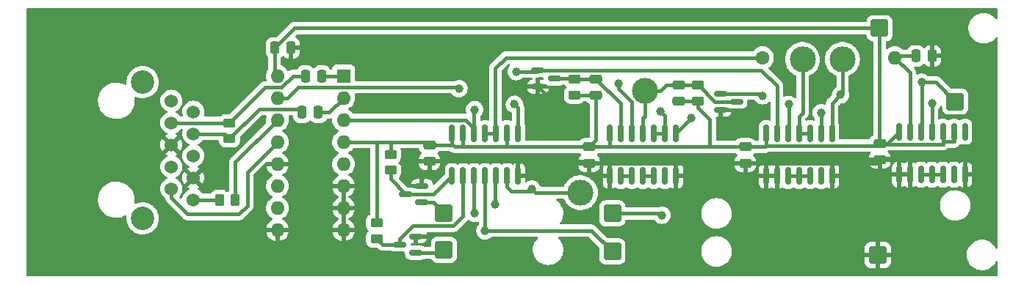
<source format=gbr>
%TF.GenerationSoftware,KiCad,Pcbnew,(6.0.7-1)-1*%
%TF.CreationDate,2022-09-09T18:16:01+02:00*%
%TF.ProjectId,ethernet-to-spi,65746865-726e-4657-942d-746f2d737069,rev?*%
%TF.SameCoordinates,PX3dcc500PY7f69300*%
%TF.FileFunction,Copper,L1,Top*%
%TF.FilePolarity,Positive*%
%FSLAX46Y46*%
G04 Gerber Fmt 4.6, Leading zero omitted, Abs format (unit mm)*
G04 Created by KiCad (PCBNEW (6.0.7-1)-1) date 2022-09-09 18:16:01*
%MOMM*%
%LPD*%
G01*
G04 APERTURE LIST*
G04 Aperture macros list*
%AMRoundRect*
0 Rectangle with rounded corners*
0 $1 Rounding radius*
0 $2 $3 $4 $5 $6 $7 $8 $9 X,Y pos of 4 corners*
0 Add a 4 corners polygon primitive as box body*
4,1,4,$2,$3,$4,$5,$6,$7,$8,$9,$2,$3,0*
0 Add four circle primitives for the rounded corners*
1,1,$1+$1,$2,$3*
1,1,$1+$1,$4,$5*
1,1,$1+$1,$6,$7*
1,1,$1+$1,$8,$9*
0 Add four rect primitives between the rounded corners*
20,1,$1+$1,$2,$3,$4,$5,0*
20,1,$1+$1,$4,$5,$6,$7,0*
20,1,$1+$1,$6,$7,$8,$9,0*
20,1,$1+$1,$8,$9,$2,$3,0*%
G04 Aperture macros list end*
%TA.AperFunction,SMDPad,CuDef*%
%ADD10RoundRect,0.150000X0.587500X0.150000X-0.587500X0.150000X-0.587500X-0.150000X0.587500X-0.150000X0*%
%TD*%
%TA.AperFunction,SMDPad,CuDef*%
%ADD11RoundRect,0.250000X-0.450000X0.262500X-0.450000X-0.262500X0.450000X-0.262500X0.450000X0.262500X0*%
%TD*%
%TA.AperFunction,SMDPad,CuDef*%
%ADD12RoundRect,0.250000X-0.250000X-0.475000X0.250000X-0.475000X0.250000X0.475000X-0.250000X0.475000X0*%
%TD*%
%TA.AperFunction,ComponentPad*%
%ADD13C,1.600000*%
%TD*%
%TA.AperFunction,ComponentPad*%
%ADD14O,1.600000X1.600000*%
%TD*%
%TA.AperFunction,SMDPad,CuDef*%
%ADD15RoundRect,0.150000X0.150000X-0.825000X0.150000X0.825000X-0.150000X0.825000X-0.150000X-0.825000X0*%
%TD*%
%TA.AperFunction,SMDPad,CuDef*%
%ADD16RoundRect,0.250000X0.475000X-0.250000X0.475000X0.250000X-0.475000X0.250000X-0.475000X-0.250000X0*%
%TD*%
%TA.AperFunction,ComponentPad*%
%ADD17RoundRect,0.250000X0.750000X-0.750000X0.750000X0.750000X-0.750000X0.750000X-0.750000X-0.750000X0*%
%TD*%
%TA.AperFunction,SMDPad,CuDef*%
%ADD18RoundRect,0.250000X-0.475000X0.250000X-0.475000X-0.250000X0.475000X-0.250000X0.475000X0.250000X0*%
%TD*%
%TA.AperFunction,SMDPad,CuDef*%
%ADD19C,3.000000*%
%TD*%
%TA.AperFunction,SMDPad,CuDef*%
%ADD20RoundRect,0.150000X-0.587500X-0.150000X0.587500X-0.150000X0.587500X0.150000X-0.587500X0.150000X0*%
%TD*%
%TA.AperFunction,SMDPad,CuDef*%
%ADD21RoundRect,0.250000X0.450000X-0.262500X0.450000X0.262500X-0.450000X0.262500X-0.450000X-0.262500X0*%
%TD*%
%TA.AperFunction,ComponentPad*%
%ADD22RoundRect,0.250000X-0.750000X-0.750000X0.750000X-0.750000X0.750000X0.750000X-0.750000X0.750000X0*%
%TD*%
%TA.AperFunction,SMDPad,CuDef*%
%ADD23RoundRect,0.250000X-0.262500X-0.450000X0.262500X-0.450000X0.262500X0.450000X-0.262500X0.450000X0*%
%TD*%
%TA.AperFunction,ComponentPad*%
%ADD24R,1.600000X1.600000*%
%TD*%
%TA.AperFunction,ComponentPad*%
%ADD25C,1.524000*%
%TD*%
%TA.AperFunction,ComponentPad*%
%ADD26C,2.700000*%
%TD*%
%TA.AperFunction,ViaPad*%
%ADD27C,1.000000*%
%TD*%
%TA.AperFunction,Conductor*%
%ADD28C,0.400000*%
%TD*%
G04 APERTURE END LIST*
D10*
%TO.P,Q3,1,G*%
%TO.N,Net-(J3-Pad1)*%
X46137500Y9050000D03*
%TO.P,Q3,2,S*%
%TO.N,GND*%
X46137500Y10950000D03*
%TO.P,Q3,3,D*%
%TO.N,Net-(U1-Pad1)*%
X44262500Y10000000D03*
%TD*%
%TO.P,Q4,1,G*%
%TO.N,Net-(J4-Pad1)*%
X45437500Y3250000D03*
%TO.P,Q4,2,S*%
%TO.N,GND*%
X45437500Y5150000D03*
%TO.P,Q4,3,D*%
%TO.N,Net-(U1-Pad2)*%
X43562500Y4200000D03*
%TD*%
D11*
%TO.P,R6,1*%
%TO.N,VCC*%
X42500000Y14612500D03*
%TO.P,R6,2*%
%TO.N,Net-(U1-Pad1)*%
X42500000Y12787500D03*
%TD*%
%TO.P,R7,1*%
%TO.N,VCC*%
X40900000Y6712500D03*
%TO.P,R7,2*%
%TO.N,Net-(U1-Pad2)*%
X40900000Y4887500D03*
%TD*%
D12*
%TO.P,C10,1*%
%TO.N,Net-(R5-Pad2)*%
X103050000Y26000000D03*
%TO.P,C10,2*%
%TO.N,GND*%
X104950000Y26000000D03*
%TD*%
D13*
%TO.P,R5,1*%
%TO.N,/~{line}*%
X85380000Y25800000D03*
D14*
%TO.P,R5,2*%
%TO.N,Net-(R5-Pad2)*%
X100620000Y25800000D03*
%TD*%
D15*
%TO.P,U2,1*%
%TO.N,GND*%
X67790000Y12125000D03*
%TO.P,U2,2*%
%TO.N,Net-(U2-Pad2)*%
X69060000Y12125000D03*
%TO.P,U2,3*%
X70330000Y12125000D03*
%TO.P,U2,4*%
%TO.N,Net-(U2-Pad4)*%
X71600000Y12125000D03*
%TO.P,U2,5*%
X72870000Y12125000D03*
%TO.P,U2,6*%
%TO.N,unconnected-(U2-Pad6)*%
X74140000Y12125000D03*
%TO.P,U2,7,GND*%
%TO.N,GND*%
X75410000Y12125000D03*
%TO.P,U2,8*%
%TO.N,Net-(U2-Pad8)*%
X75410000Y17075000D03*
%TO.P,U2,9*%
%TO.N,/sck*%
X74140000Y17075000D03*
%TO.P,U2,10*%
X72870000Y17075000D03*
%TO.P,U2,11*%
%TO.N,Net-(C9-Pad2)*%
X71600000Y17075000D03*
%TO.P,U2,12*%
%TO.N,/~{idle}*%
X70330000Y17075000D03*
%TO.P,U2,13*%
%TO.N,Net-(C8-Pad2)*%
X69060000Y17075000D03*
%TO.P,U2,14,VCC*%
%TO.N,VCC*%
X67790000Y17075000D03*
%TD*%
D16*
%TO.P,C8,2*%
%TO.N,Net-(C8-Pad2)*%
X66200000Y23350000D03*
%TO.P,C8,1*%
%TO.N,VCC*%
X66200000Y21450000D03*
%TD*%
D17*
%TO.P,J7,1,Pin_1*%
%TO.N,VCC*%
X98875000Y29200000D03*
%TD*%
D18*
%TO.P,C6,2*%
%TO.N,GND*%
X83400000Y13600000D03*
%TO.P,C6,1*%
%TO.N,VCC*%
X83400000Y15500000D03*
%TD*%
D17*
%TO.P,J4,1,Pin_1*%
%TO.N,Net-(J4-Pad1)*%
X48675000Y3600000D03*
%TD*%
D15*
%TO.P,U4,14,VCC*%
%TO.N,VCC*%
X85790000Y17075000D03*
%TO.P,U4,13*%
%TO.N,/edge_in*%
X87060000Y17075000D03*
%TO.P,U4,12*%
%TO.N,Net-(U5-Pad11)*%
X88330000Y17075000D03*
%TO.P,U4,11*%
%TO.N,/edge*%
X89600000Y17075000D03*
%TO.P,U4,10*%
X90870000Y17075000D03*
%TO.P,U4,9*%
%TO.N,Net-(U2-Pad8)*%
X92140000Y17075000D03*
%TO.P,U4,8*%
%TO.N,Net-(Q2-Pad1)*%
X93410000Y17075000D03*
%TO.P,U4,7,GND*%
%TO.N,GND*%
X93410000Y12125000D03*
%TO.P,U4,6*%
%TO.N,unconnected-(U4-Pad6)*%
X92140000Y12125000D03*
%TO.P,U4,5*%
%TO.N,Net-(U4-Pad3)*%
X90870000Y12125000D03*
%TO.P,U4,4*%
X89600000Y12125000D03*
%TO.P,U4,3*%
X88330000Y12125000D03*
%TO.P,U4,2*%
%TO.N,GND*%
X87060000Y12125000D03*
%TO.P,U4,1*%
X85790000Y12125000D03*
%TD*%
D18*
%TO.P,C7,2*%
%TO.N,GND*%
X98915000Y14000000D03*
%TO.P,C7,1*%
%TO.N,VCC*%
X98915000Y15900000D03*
%TD*%
D17*
%TO.P,J2,1,Pin_1*%
%TO.N,/line*%
X68075000Y3400000D03*
%TD*%
D19*
%TO.P,TP1,1,1*%
%TO.N,Net-(Q2-Pad1)*%
X94600000Y25600000D03*
%TD*%
%TO.P,TP3,1,1*%
%TO.N,Net-(C9-Pad2)*%
X71800000Y22000000D03*
%TD*%
D20*
%TO.P,Q2,3,D*%
%TO.N,Net-(C9-Pad2)*%
X82400000Y20712500D03*
%TO.P,Q2,2,S*%
%TO.N,GND*%
X80525000Y19762500D03*
%TO.P,Q2,1,G*%
%TO.N,Net-(Q2-Pad1)*%
X80525000Y21662500D03*
%TD*%
D21*
%TO.P,R3,2*%
%TO.N,Net-(C8-Pad2)*%
X63700000Y23312500D03*
%TO.P,R3,1*%
%TO.N,VCC*%
X63700000Y21487500D03*
%TD*%
D12*
%TO.P,C3,1*%
%TO.N,Net-(C3-Pad1)*%
X32700000Y23675000D03*
%TO.P,C3,2*%
%TO.N,Net-(C3-Pad2)*%
X34600000Y23675000D03*
%TD*%
D22*
%TO.P,J5,1,Pin_1*%
%TO.N,/~{idle}*%
X107600000Y20725000D03*
%TD*%
D21*
%TO.P,R1,1*%
%TO.N,Net-(C2-Pad1)*%
X23950000Y16437500D03*
%TO.P,R1,2*%
%TO.N,Net-(C3-Pad1)*%
X23950000Y18262500D03*
%TD*%
D16*
%TO.P,C9,2*%
%TO.N,Net-(C9-Pad2)*%
X75712500Y22662500D03*
%TO.P,C9,1*%
%TO.N,VCC*%
X75712500Y20762500D03*
%TD*%
D17*
%TO.P,J3,1,Pin_1*%
%TO.N,Net-(J3-Pad1)*%
X48675000Y7800000D03*
%TD*%
D19*
%TO.P,TP2,1,1*%
%TO.N,/edge_in*%
X64400000Y10200000D03*
%TD*%
D18*
%TO.P,C5,1*%
%TO.N,VCC*%
X65400000Y15500000D03*
%TO.P,C5,2*%
%TO.N,GND*%
X65400000Y13600000D03*
%TD*%
D17*
%TO.P,J8,1,Pin_1*%
%TO.N,GND*%
X98675000Y3000000D03*
%TD*%
D23*
%TO.P,R2,1*%
%TO.N,Net-(J1-Pad1)*%
X22787500Y9350000D03*
%TO.P,R2,2*%
%TO.N,Net-(R2-Pad2)*%
X24612500Y9350000D03*
%TD*%
D20*
%TO.P,Q1,3,D*%
%TO.N,Net-(C8-Pad2)*%
X61387500Y23400000D03*
%TO.P,Q1,2,S*%
%TO.N,GND*%
X59512500Y22450000D03*
%TO.P,Q1,1,G*%
%TO.N,/edge_in*%
X59512500Y24350000D03*
%TD*%
D19*
%TO.P,TP4,1,1*%
%TO.N,/edge*%
X90000000Y25600000D03*
%TD*%
D12*
%TO.P,C4,1*%
%TO.N,VCC*%
X29150000Y26925000D03*
%TO.P,C4,2*%
%TO.N,GND*%
X31050000Y26925000D03*
%TD*%
D18*
%TO.P,C1,1*%
%TO.N,VCC*%
X47000000Y15700000D03*
%TO.P,C1,2*%
%TO.N,GND*%
X47000000Y13800000D03*
%TD*%
D15*
%TO.P,U5,14,VCC*%
%TO.N,VCC*%
X101105000Y17225000D03*
%TO.P,U5,13*%
%TO.N,Net-(R5-Pad2)*%
X102375000Y17225000D03*
%TO.P,U5,12*%
%TO.N,/~{idle}*%
X103645000Y17225000D03*
%TO.P,U5,11*%
%TO.N,Net-(U5-Pad11)*%
X104915000Y17225000D03*
%TO.P,U5,10*%
%TO.N,VCC*%
X106185000Y17225000D03*
%TO.P,U5,9*%
X107455000Y17225000D03*
%TO.P,U5,8*%
%TO.N,unconnected-(U5-Pad8)*%
X108725000Y17225000D03*
%TO.P,U5,7,GND*%
%TO.N,GND*%
X108725000Y12275000D03*
%TO.P,U5,6*%
%TO.N,unconnected-(U5-Pad6)*%
X107455000Y12275000D03*
%TO.P,U5,5*%
%TO.N,Net-(U5-Pad3)*%
X106185000Y12275000D03*
%TO.P,U5,4*%
X104915000Y12275000D03*
%TO.P,U5,3*%
X103645000Y12275000D03*
%TO.P,U5,2*%
%TO.N,GND*%
X102375000Y12275000D03*
%TO.P,U5,1*%
X101105000Y12275000D03*
%TD*%
D21*
%TO.P,R4,2*%
%TO.N,Net-(C9-Pad2)*%
X77962500Y22625000D03*
%TO.P,R4,1*%
%TO.N,VCC*%
X77962500Y20800000D03*
%TD*%
D12*
%TO.P,C2,1*%
%TO.N,Net-(C2-Pad1)*%
X32300000Y19475000D03*
%TO.P,C2,2*%
%TO.N,Net-(C2-Pad2)*%
X34200000Y19475000D03*
%TD*%
D17*
%TO.P,J6,1,Pin_1*%
%TO.N,/sck*%
X68075000Y7800000D03*
%TD*%
D15*
%TO.P,U1,1*%
%TO.N,Net-(U1-Pad1)*%
X49590000Y12125000D03*
%TO.P,U1,2*%
%TO.N,Net-(U1-Pad2)*%
X50860000Y12125000D03*
%TO.P,U1,3*%
%TO.N,Net-(U1-Pad3)*%
X52130000Y12125000D03*
%TO.P,U1,4*%
%TO.N,/line*%
X53400000Y12125000D03*
%TO.P,U1,5*%
%TO.N,/line_delayed*%
X54670000Y12125000D03*
%TO.P,U1,6*%
%TO.N,/edge_in*%
X55940000Y12125000D03*
%TO.P,U1,7,GND*%
%TO.N,GND*%
X57210000Y12125000D03*
%TO.P,U1,8*%
%TO.N,/line_delayed*%
X57210000Y17075000D03*
%TO.P,U1,9*%
%TO.N,VCC*%
X55940000Y17075000D03*
%TO.P,U1,10*%
%TO.N,/~{line}*%
X54670000Y17075000D03*
%TO.P,U1,11*%
X53400000Y17075000D03*
%TO.P,U1,12*%
%TO.N,/line*%
X52130000Y17075000D03*
%TO.P,U1,13*%
%TO.N,VCC*%
X50860000Y17075000D03*
%TO.P,U1,14,VCC*%
X49590000Y17075000D03*
%TD*%
D24*
%TO.P,U3,1,1B*%
%TO.N,Net-(C3-Pad2)*%
X37100000Y23675000D03*
D14*
%TO.P,U3,2,1A*%
%TO.N,Net-(C2-Pad2)*%
X37100000Y21135000D03*
%TO.P,U3,3,1R*%
%TO.N,/line*%
X37100000Y18595000D03*
%TO.P,U3,4,1DE*%
%TO.N,VCC*%
X37100000Y16055000D03*
%TO.P,U3,5,2R*%
%TO.N,unconnected-(U3-Pad5)*%
X37100000Y13515000D03*
%TO.P,U3,6,2A*%
%TO.N,GND*%
X37100000Y10975000D03*
%TO.P,U3,7,2B*%
X37100000Y8435000D03*
%TO.P,U3,8,GND*%
X37100000Y5895000D03*
%TO.P,U3,9,2D*%
X29480000Y5895000D03*
%TO.P,U3,10,2Y*%
%TO.N,unconnected-(U3-Pad10)*%
X29480000Y8435000D03*
%TO.P,U3,11,2Z*%
%TO.N,unconnected-(U3-Pad11)*%
X29480000Y10975000D03*
%TO.P,U3,12,2DE*%
%TO.N,GND*%
X29480000Y13515000D03*
%TO.P,U3,13,1Z*%
%TO.N,Net-(J1-Pad2)*%
X29480000Y16055000D03*
%TO.P,U3,14,1Y*%
%TO.N,Net-(R2-Pad2)*%
X29480000Y18595000D03*
%TO.P,U3,15,1D*%
%TO.N,Net-(U1-Pad3)*%
X29480000Y21135000D03*
%TO.P,U3,16,VCC*%
%TO.N,VCC*%
X29480000Y23675000D03*
%TD*%
D25*
%TO.P,J1,1,TD+*%
%TO.N,Net-(J1-Pad1)*%
X19790000Y9385000D03*
%TO.P,J1,2,TD-*%
%TO.N,Net-(J1-Pad2)*%
X17250000Y10655000D03*
%TO.P,J1,3,CT*%
%TO.N,GND*%
X19790000Y11925000D03*
%TO.P,J1,4*%
%TO.N,unconnected-(J1-Pad4)*%
X17250000Y13195000D03*
%TO.P,J1,5*%
%TO.N,unconnected-(J1-Pad5)*%
X19790000Y14465000D03*
%TO.P,J1,6,GND*%
%TO.N,GND*%
X17250000Y15735000D03*
%TO.P,J1,7,RD+*%
%TO.N,Net-(C2-Pad1)*%
X19790000Y17005000D03*
%TO.P,J1,8,RD-*%
%TO.N,Net-(C3-Pad1)*%
X17250000Y18275000D03*
%TO.P,J1,9,VC+*%
%TO.N,unconnected-(J1-Pad9)*%
X19790000Y19545000D03*
%TO.P,J1,10,VC-*%
%TO.N,unconnected-(J1-Pad10)*%
X17250000Y20815000D03*
D26*
%TO.P,J1,11,shield*%
%TO.N,unconnected-(J1-Pad11)*%
X13950000Y22975000D03*
X13950000Y7225000D03*
%TD*%
D27*
%TO.N,GND*%
X45000000Y20400000D03*
X45000000Y13800000D03*
X96600000Y17400000D03*
X96610000Y13590000D03*
X61000000Y17200000D03*
X61000000Y13800000D03*
X81000000Y17400000D03*
X81000000Y13600000D03*
%TO.N,Net-(U1-Pad3)*%
X50400000Y22200000D03*
X52200000Y7800000D03*
%TO.N,/line*%
X53400000Y5800000D03*
%TO.N,/sck*%
X73800000Y7600000D03*
X73600000Y19600000D03*
%TO.N,/~{idle}*%
X103715000Y22950000D03*
%TO.N,Net-(U5-Pad11)*%
X104915000Y20550000D03*
X88400000Y20400000D03*
%TO.N,/~{idle}*%
X68800000Y22800000D03*
%TO.N,Net-(U2-Pad8)*%
X92155782Y19450500D03*
X77200000Y18800000D03*
%TO.N,Net-(Q2-Pad1)*%
X85400000Y21400000D03*
X94375371Y21499500D03*
%TO.N,/edge_in*%
X57000000Y24200000D03*
X58800000Y10600000D03*
%TO.N,/line_delayed*%
X56800000Y20400000D03*
X54600000Y8800000D03*
%TO.N,/line*%
X52200000Y19800000D03*
%TD*%
D28*
%TO.N,VCC*%
X49880000Y15500000D02*
X50900000Y15500000D01*
X49590000Y15790000D02*
X49880000Y15500000D01*
X50900000Y15500000D02*
X55900000Y15500000D01*
%TO.N,Net-(J1-Pad2)*%
X19127370Y7700000D02*
X25000000Y7700000D01*
X17250000Y9577370D02*
X19127370Y7700000D01*
X25000000Y7700000D02*
X26000000Y8700000D01*
X17250000Y10655000D02*
X17250000Y9577370D01*
X26000000Y8700000D02*
X26000000Y12575000D01*
X26000000Y12575000D02*
X29480000Y16055000D01*
%TO.N,Net-(U1-Pad2)*%
X43562500Y4200000D02*
X43562500Y4861028D01*
X43562500Y4861028D02*
X45051472Y6350000D01*
X45051472Y6350000D02*
X49714949Y6350000D01*
X50860000Y7495051D02*
X50860000Y12125000D01*
X49714949Y6350000D02*
X50860000Y7495051D01*
%TO.N,Net-(J4-Pad1)*%
X45437500Y3250000D02*
X48325000Y3250000D01*
X48325000Y3250000D02*
X48675000Y3600000D01*
%TO.N,VCC*%
X37100000Y16055000D02*
X41055000Y16055000D01*
X41055000Y16055000D02*
X42555000Y16055000D01*
X40900000Y6712500D02*
X40900000Y15900000D01*
X40900000Y15900000D02*
X41055000Y16055000D01*
%TO.N,Net-(U1-Pad2)*%
X43562500Y4200000D02*
X41587500Y4200000D01*
X41587500Y4200000D02*
X40900000Y4887500D01*
%TO.N,VCC*%
X42555000Y16055000D02*
X46645000Y16055000D01*
X42500000Y14612500D02*
X42500000Y16000000D01*
X42500000Y16000000D02*
X42555000Y16055000D01*
%TO.N,Net-(U1-Pad1)*%
X42500000Y12787500D02*
X42500000Y11762500D01*
X42500000Y11762500D02*
X44262500Y10000000D01*
%TO.N,VCC*%
X46645000Y16055000D02*
X47000000Y15700000D01*
%TO.N,/line*%
X37100000Y18595000D02*
X51163528Y18595000D01*
X51163528Y18595000D02*
X52130000Y17628528D01*
X52130000Y17628528D02*
X52130000Y17075000D01*
%TO.N,Net-(R2-Pad2)*%
X24612500Y9350000D02*
X24612500Y13727500D01*
X24612500Y13727500D02*
X29480000Y18595000D01*
%TO.N,Net-(C2-Pad1)*%
X23950000Y16437500D02*
X27357500Y19845000D01*
X27357500Y19845000D02*
X31930000Y19845000D01*
X31930000Y19845000D02*
X32300000Y19475000D01*
%TO.N,Net-(U1-Pad3)*%
X50215000Y22385000D02*
X50400000Y22200000D01*
X31861370Y22385000D02*
X50215000Y22385000D01*
X29480000Y21135000D02*
X30611370Y21135000D01*
X30611370Y21135000D02*
X31861370Y22385000D01*
%TO.N,Net-(C3-Pad1)*%
X29957767Y22385000D02*
X28072500Y22385000D01*
X32700000Y23675000D02*
X31247767Y23675000D01*
X31247767Y23675000D02*
X29957767Y22385000D01*
X28072500Y22385000D02*
X23950000Y18262500D01*
%TO.N,VCC*%
X29150000Y26925000D02*
X31425000Y29200000D01*
X31425000Y29200000D02*
X98875000Y29200000D01*
X29150000Y26925000D02*
X29150000Y24005000D01*
X29150000Y24005000D02*
X29480000Y23675000D01*
%TO.N,Net-(C3-Pad2)*%
X37100000Y23675000D02*
X34600000Y23675000D01*
%TO.N,Net-(C2-Pad2)*%
X34200000Y19475000D02*
X35440000Y19475000D01*
X35440000Y19475000D02*
X37100000Y21135000D01*
%TO.N,Net-(J3-Pad1)*%
X46137500Y9050000D02*
X47425000Y9050000D01*
X47425000Y9050000D02*
X48675000Y7800000D01*
%TO.N,Net-(U1-Pad1)*%
X44262500Y10000000D02*
X47465000Y10000000D01*
X47465000Y10000000D02*
X49590000Y12125000D01*
%TO.N,GND*%
X47000000Y13800000D02*
X45000000Y13800000D01*
X98915000Y14000000D02*
X98505000Y13590000D01*
X98505000Y13590000D02*
X93410000Y13590000D01*
%TO.N,Net-(R5-Pad2)*%
X103050000Y26000000D02*
X100820000Y26000000D01*
X100820000Y26000000D02*
X100620000Y25800000D01*
%TO.N,/~{line}*%
X54670000Y17075000D02*
X54600000Y17145000D01*
X55800000Y25800000D02*
X85380000Y25800000D01*
X54600000Y17145000D02*
X54600000Y24600000D01*
X54600000Y24600000D02*
X55800000Y25800000D01*
%TO.N,/line_delayed*%
X57210000Y19990000D02*
X56800000Y20400000D01*
X57210000Y17075000D02*
X57210000Y19990000D01*
%TO.N,/edge_in*%
X58800000Y10600000D02*
X59200000Y10200000D01*
X59200000Y10200000D02*
X64400000Y10200000D01*
%TO.N,Net-(R5-Pad2)*%
X102375000Y17225000D02*
X102375000Y24045000D01*
X102375000Y24045000D02*
X100620000Y25800000D01*
%TO.N,GND*%
X59512500Y22450000D02*
X61000000Y20962500D01*
X61000000Y20962500D02*
X61000000Y17200000D01*
X61000000Y13800000D02*
X65200000Y13800000D01*
X57400000Y13800000D02*
X61000000Y13800000D01*
X80525000Y19762500D02*
X80525000Y17875000D01*
X75400000Y13600000D02*
X81000000Y13600000D01*
X81000000Y13600000D02*
X83400000Y13600000D01*
X80525000Y17875000D02*
X81000000Y17400000D01*
%TO.N,Net-(Q2-Pad1)*%
X80525000Y21662500D02*
X85137500Y21662500D01*
X85137500Y21662500D02*
X85400000Y21400000D01*
%TO.N,Net-(C9-Pad2)*%
X82400000Y20712500D02*
X79888972Y20712500D01*
X77976472Y22625000D02*
X77962500Y22625000D01*
X79888972Y20712500D02*
X77976472Y22625000D01*
%TO.N,VCC*%
X79300000Y15500000D02*
X83400000Y15500000D01*
X69100000Y15500000D02*
X79300000Y15500000D01*
X77962500Y20800000D02*
X77962500Y20037500D01*
X79300000Y18700000D02*
X79300000Y15500000D01*
X77962500Y20037500D02*
X79300000Y18700000D01*
X75712500Y20762500D02*
X77925000Y20762500D01*
X77925000Y20762500D02*
X77962500Y20800000D01*
%TO.N,Net-(C9-Pad2)*%
X71600000Y17075000D02*
X71600000Y18800000D01*
X71600000Y18800000D02*
X71800000Y19000000D01*
X71800000Y19000000D02*
X71800000Y22000000D01*
X71800000Y22000000D02*
X73600000Y22000000D01*
X73600000Y22000000D02*
X74262500Y22662500D01*
X74262500Y22662500D02*
X75712500Y22662500D01*
X75712500Y22662500D02*
X77925000Y22662500D01*
X77925000Y22662500D02*
X77962500Y22625000D01*
%TO.N,/line*%
X52130000Y19730000D02*
X52200000Y19800000D01*
X52130000Y17075000D02*
X52130000Y19730000D01*
%TO.N,VCC*%
X98875000Y29200000D02*
X98875000Y15940000D01*
X98875000Y15940000D02*
X98915000Y15900000D01*
%TO.N,Net-(U1-Pad3)*%
X52130000Y7870000D02*
X52200000Y7800000D01*
X52130000Y12125000D02*
X52130000Y7870000D01*
%TO.N,Net-(J1-Pad1)*%
X19790000Y9385000D02*
X22752500Y9385000D01*
X22752500Y9385000D02*
X22787500Y9350000D01*
%TO.N,Net-(C2-Pad1)*%
X19790000Y17005000D02*
X23382500Y17005000D01*
X23382500Y17005000D02*
X23950000Y16437500D01*
%TO.N,Net-(C3-Pad1)*%
X17250000Y18275000D02*
X23937500Y18275000D01*
X23937500Y18275000D02*
X23950000Y18262500D01*
%TO.N,/line*%
X53400000Y12125000D02*
X53400000Y5800000D01*
X68075000Y3400000D02*
X65675000Y5800000D01*
X65675000Y5800000D02*
X53400000Y5800000D01*
%TO.N,/sck*%
X73600000Y19600000D02*
X74140000Y19060000D01*
X74140000Y19060000D02*
X74140000Y17075000D01*
X68075000Y7800000D02*
X73600000Y7800000D01*
X73600000Y7800000D02*
X73800000Y7600000D01*
%TO.N,/~{idle}*%
X107600000Y20725000D02*
X105375000Y22950000D01*
X105375000Y22950000D02*
X103715000Y22950000D01*
%TO.N,Net-(U5-Pad3)*%
X106185000Y12275000D02*
X104915000Y12275000D01*
X103645000Y12275000D02*
X104915000Y12275000D01*
%TO.N,GND*%
X101350000Y14150000D02*
X102550000Y14150000D01*
X102375000Y12275000D02*
X102375000Y13975000D01*
X102550000Y14150000D02*
X104915000Y14150000D01*
X102375000Y13975000D02*
X102550000Y14150000D01*
X98915000Y14150000D02*
X101350000Y14150000D01*
X101105000Y13905000D02*
X101350000Y14150000D01*
X101105000Y12275000D02*
X101105000Y13905000D01*
%TO.N,Net-(Q2-Pad1)*%
X94600000Y25600000D02*
X94600000Y21724129D01*
X93410000Y20534129D02*
X94375371Y21499500D01*
X94600000Y21724129D02*
X94375371Y21499500D01*
X93410000Y17075000D02*
X93410000Y20534129D01*
%TO.N,VCC*%
X98915000Y15900000D02*
X98665000Y15650000D01*
X98665000Y15650000D02*
X85850000Y15650000D01*
X85850000Y15650000D02*
X85790000Y15590000D01*
%TO.N,/~{idle}*%
X103715000Y22950000D02*
X103715000Y17295000D01*
X103715000Y17295000D02*
X103645000Y17225000D01*
%TO.N,VCC*%
X107455000Y17225000D02*
X107455000Y16080000D01*
X107455000Y16080000D02*
X106185000Y16080000D01*
X106185000Y17225000D02*
X106185000Y16080000D01*
X106185000Y16080000D02*
X106185000Y15800000D01*
X106185000Y15800000D02*
X99015000Y15800000D01*
X99015000Y15800000D02*
X98915000Y15900000D01*
%TO.N,Net-(U5-Pad11)*%
X104915000Y17225000D02*
X104915000Y20550000D01*
%TO.N,Net-(U2-Pad8)*%
X92140000Y17075000D02*
X92140000Y19434718D01*
%TO.N,Net-(U5-Pad11)*%
X88400000Y20400000D02*
X88400000Y17145000D01*
%TO.N,Net-(U2-Pad8)*%
X92140000Y19434718D02*
X92155782Y19450500D01*
%TO.N,Net-(U5-Pad11)*%
X88400000Y17145000D02*
X88330000Y17075000D01*
%TO.N,VCC*%
X85790000Y15590000D02*
X85700000Y15500000D01*
X83400000Y15500000D02*
X85700000Y15500000D01*
X85790000Y17075000D02*
X85790000Y15590000D01*
X98915000Y15900000D02*
X99780000Y15900000D01*
X99780000Y15900000D02*
X101105000Y17225000D01*
X66162500Y21487500D02*
X66200000Y21450000D01*
X63700000Y21487500D02*
X66162500Y21487500D01*
X67700000Y15500000D02*
X69100000Y15500000D01*
X50860000Y15540000D02*
X50900000Y15500000D01*
X50860000Y17075000D02*
X50860000Y15540000D01*
X55900000Y15500000D02*
X65400000Y15500000D01*
X55940000Y15540000D02*
X55900000Y15500000D01*
X55940000Y17075000D02*
X55940000Y15540000D01*
X66200000Y21450000D02*
X66200000Y16300000D01*
X66200000Y16300000D02*
X65400000Y15500000D01*
X67790000Y17075000D02*
X67790000Y15590000D01*
X65400000Y15500000D02*
X67700000Y15500000D01*
X67790000Y15590000D02*
X67700000Y15500000D01*
X49590000Y15790000D02*
X49590000Y17075000D01*
X47000000Y15700000D02*
X49500000Y15700000D01*
X49500000Y15700000D02*
X49590000Y15790000D01*
%TO.N,/~{idle}*%
X70330000Y17075000D02*
X70330000Y20670000D01*
X70330000Y20670000D02*
X68800000Y22200000D01*
X68800000Y22200000D02*
X68800000Y22800000D01*
%TO.N,Net-(U2-Pad8)*%
X77200000Y18800000D02*
X77135000Y18800000D01*
X77135000Y18800000D02*
X75410000Y17075000D01*
%TO.N,/edge*%
X90870000Y17075000D02*
X89600000Y17075000D01*
X90000000Y25600000D02*
X90000000Y19400000D01*
X90000000Y19400000D02*
X89600000Y19000000D01*
X89600000Y19000000D02*
X89600000Y17075000D01*
%TO.N,Net-(U4-Pad3)*%
X89600000Y12125000D02*
X90870000Y12125000D01*
X88330000Y12125000D02*
X89600000Y12125000D01*
%TO.N,GND*%
X85800000Y13600000D02*
X87200000Y13600000D01*
X87200000Y13600000D02*
X93400000Y13600000D01*
X87060000Y12125000D02*
X87060000Y13460000D01*
X87060000Y13460000D02*
X87200000Y13600000D01*
X83400000Y13600000D02*
X85800000Y13600000D01*
X85790000Y12125000D02*
X85790000Y13590000D01*
X85790000Y13590000D02*
X85800000Y13600000D01*
%TO.N,/edge_in*%
X59512500Y24350000D02*
X85250000Y24350000D01*
X85250000Y24350000D02*
X87060000Y22540000D01*
X87060000Y22540000D02*
X87060000Y17075000D01*
X55940000Y12125000D02*
X55940000Y10860000D01*
X55940000Y10860000D02*
X56400000Y10400000D01*
X56400000Y10400000D02*
X58600000Y10400000D01*
X58600000Y10400000D02*
X58800000Y10600000D01*
X57000000Y24200000D02*
X59362500Y24200000D01*
X59362500Y24200000D02*
X59512500Y24350000D01*
%TO.N,GND*%
X47000000Y13800000D02*
X57400000Y13800000D01*
X57210000Y13610000D02*
X57400000Y13800000D01*
X57210000Y12125000D02*
X57210000Y13610000D01*
X67800000Y13600000D02*
X75400000Y13600000D01*
X75410000Y13590000D02*
X75400000Y13600000D01*
X75410000Y12125000D02*
X75410000Y13590000D01*
%TO.N,Net-(U2-Pad4)*%
X71600000Y12125000D02*
X72870000Y12125000D01*
%TO.N,GND*%
X65400000Y13600000D02*
X67800000Y13600000D01*
X67790000Y13590000D02*
X67800000Y13600000D01*
X67790000Y12125000D02*
X67790000Y13590000D01*
%TO.N,Net-(U2-Pad2)*%
X69060000Y12125000D02*
X70330000Y12125000D01*
%TO.N,/sck*%
X72870000Y17075000D02*
X74140000Y17075000D01*
%TO.N,Net-(C8-Pad2)*%
X69060000Y17075000D02*
X69060000Y20490000D01*
X69060000Y20490000D02*
X66200000Y23350000D01*
X66200000Y23350000D02*
X63737500Y23350000D01*
X63737500Y23350000D02*
X63700000Y23312500D01*
X61387500Y23400000D02*
X63612500Y23400000D01*
X63612500Y23400000D02*
X63700000Y23312500D01*
%TO.N,/line_delayed*%
X54600000Y8800000D02*
X54600000Y12055000D01*
X54600000Y12055000D02*
X54670000Y12125000D01*
%TO.N,/~{line}*%
X53400000Y17075000D02*
X54670000Y17075000D01*
%TO.N,GND*%
X93410000Y13590000D02*
X93400000Y13600000D01*
X93410000Y12125000D02*
X93410000Y13590000D01*
X65200000Y13800000D02*
X65400000Y13600000D01*
X98915000Y14000000D02*
X98915000Y14150000D01*
X104915000Y14150000D02*
X106315000Y14150000D01*
X106315000Y14150000D02*
X108715000Y14150000D01*
X108715000Y14150000D02*
X108725000Y14140000D01*
X108725000Y14140000D02*
X108725000Y12275000D01*
%TD*%
%TA.AperFunction,Conductor*%
%TO.N,GND*%
G36*
X112433621Y31471498D02*
G01*
X112480114Y31417842D01*
X112491500Y31365500D01*
X112491500Y30360241D01*
X112471498Y30292120D01*
X112417842Y30245627D01*
X112347568Y30235523D01*
X112282988Y30265017D01*
X112271497Y30276340D01*
X112269152Y30278968D01*
X112099982Y30468506D01*
X111899030Y30635637D01*
X111797040Y30697526D01*
X111679578Y30768804D01*
X111679574Y30768806D01*
X111675581Y30771229D01*
X111434545Y30872303D01*
X111181217Y30936641D01*
X111176566Y30937109D01*
X111176562Y30937110D01*
X110967271Y30958184D01*
X110964133Y30958500D01*
X110808646Y30958500D01*
X110806321Y30958327D01*
X110806315Y30958327D01*
X110619000Y30944407D01*
X110618996Y30944406D01*
X110614348Y30944061D01*
X110609800Y30943032D01*
X110609794Y30943031D01*
X110423399Y30900853D01*
X110359423Y30886377D01*
X110355071Y30884685D01*
X110355069Y30884684D01*
X110120176Y30793340D01*
X110120173Y30793339D01*
X110115823Y30791647D01*
X109888902Y30661951D01*
X109683643Y30500138D01*
X109504557Y30309763D01*
X109460064Y30245627D01*
X109362411Y30104861D01*
X109355576Y30095009D01*
X109353510Y30090819D01*
X109353508Y30090816D01*
X109249640Y29880191D01*
X109239975Y29860593D01*
X109238553Y29856150D01*
X109238552Y29856148D01*
X109212711Y29775421D01*
X109160293Y29611665D01*
X109118279Y29353693D01*
X109114858Y29092345D01*
X109150104Y28833362D01*
X109223243Y28582433D01*
X109332668Y28345072D01*
X109335231Y28341163D01*
X109473410Y28130404D01*
X109473414Y28130399D01*
X109475976Y28126491D01*
X109650018Y27931494D01*
X109850970Y27764363D01*
X109864534Y27756132D01*
X110070422Y27631196D01*
X110070426Y27631194D01*
X110074419Y27628771D01*
X110315455Y27527697D01*
X110568783Y27463359D01*
X110573434Y27462891D01*
X110573438Y27462890D01*
X110730302Y27447095D01*
X110785867Y27441500D01*
X110941354Y27441500D01*
X110943679Y27441673D01*
X110943685Y27441673D01*
X111131000Y27455593D01*
X111131004Y27455594D01*
X111135652Y27455939D01*
X111140200Y27456968D01*
X111140206Y27456969D01*
X111340731Y27502344D01*
X111390577Y27513623D01*
X111426769Y27527697D01*
X111629824Y27606660D01*
X111629827Y27606661D01*
X111634177Y27608353D01*
X111861098Y27738049D01*
X112066357Y27899862D01*
X112245443Y28090237D01*
X112261973Y28114065D01*
X112317235Y28158635D01*
X112387822Y28166252D01*
X112451322Y28134498D01*
X112487574Y28073454D01*
X112491500Y28042245D01*
X112491500Y3834487D01*
X112471498Y3766366D01*
X112417842Y3719873D01*
X112347568Y3709769D01*
X112282988Y3739263D01*
X112251074Y3781736D01*
X112239408Y3807041D01*
X112217332Y3854928D01*
X112118868Y4005111D01*
X112076590Y4069596D01*
X112076586Y4069601D01*
X112074024Y4073509D01*
X111899982Y4268506D01*
X111699030Y4435637D01*
X111600975Y4495138D01*
X111479578Y4568804D01*
X111479574Y4568806D01*
X111475581Y4571229D01*
X111234545Y4672303D01*
X110981217Y4736641D01*
X110976566Y4737109D01*
X110976562Y4737110D01*
X110767271Y4758184D01*
X110764133Y4758500D01*
X110608646Y4758500D01*
X110606321Y4758327D01*
X110606315Y4758327D01*
X110419000Y4744407D01*
X110418996Y4744406D01*
X110414348Y4744061D01*
X110409800Y4743032D01*
X110409794Y4743031D01*
X110245772Y4705916D01*
X110159423Y4686377D01*
X110155071Y4684685D01*
X110155069Y4684684D01*
X109920176Y4593340D01*
X109920173Y4593339D01*
X109915823Y4591647D01*
X109911769Y4589330D01*
X109911767Y4589329D01*
X109880099Y4571229D01*
X109688902Y4461951D01*
X109483643Y4300138D01*
X109304557Y4109763D01*
X109233296Y4007041D01*
X109158488Y3899206D01*
X109155576Y3895009D01*
X109153510Y3890819D01*
X109153508Y3890816D01*
X109065469Y3712289D01*
X109039975Y3660593D01*
X109038553Y3656150D01*
X109038552Y3656148D01*
X109005756Y3553693D01*
X108960293Y3411665D01*
X108918279Y3153693D01*
X108918218Y3149020D01*
X108915982Y2978179D01*
X108914858Y2892345D01*
X108950104Y2633362D01*
X108951412Y2628876D01*
X108951412Y2628874D01*
X108968132Y2571509D01*
X109023243Y2382433D01*
X109132668Y2145072D01*
X109138793Y2135730D01*
X109273410Y1930404D01*
X109273414Y1930399D01*
X109275976Y1926491D01*
X109450018Y1731494D01*
X109650970Y1564363D01*
X109654973Y1561934D01*
X109870422Y1431196D01*
X109870426Y1431194D01*
X109874419Y1428771D01*
X110115455Y1327697D01*
X110368783Y1263359D01*
X110373434Y1262891D01*
X110373438Y1262890D01*
X110566308Y1243469D01*
X110585867Y1241500D01*
X110741354Y1241500D01*
X110743679Y1241673D01*
X110743685Y1241673D01*
X110931000Y1255593D01*
X110931004Y1255594D01*
X110935652Y1255939D01*
X110940200Y1256968D01*
X110940206Y1256969D01*
X111126601Y1299147D01*
X111190577Y1313623D01*
X111226769Y1327697D01*
X111429824Y1406660D01*
X111429827Y1406661D01*
X111434177Y1408353D01*
X111661098Y1538049D01*
X111866357Y1699862D01*
X112045443Y1890237D01*
X112182221Y2087400D01*
X112191759Y2101149D01*
X112191761Y2101152D01*
X112194424Y2104991D01*
X112242710Y2202905D01*
X112252494Y2222745D01*
X112300562Y2274994D01*
X112369248Y2292961D01*
X112436744Y2270942D01*
X112481620Y2215927D01*
X112491500Y2167017D01*
X112491500Y634500D01*
X112471498Y566379D01*
X112417842Y519886D01*
X112365500Y508500D01*
X634500Y508500D01*
X566379Y528502D01*
X519886Y582158D01*
X508500Y634500D01*
X508500Y9252297D01*
X8790743Y9252297D01*
X8791302Y9248053D01*
X8791302Y9248049D01*
X8800893Y9175201D01*
X8828268Y8967266D01*
X8829401Y8963126D01*
X8829401Y8963124D01*
X8837094Y8935004D01*
X8904129Y8689964D01*
X8905813Y8686016D01*
X9009443Y8443061D01*
X9016923Y8425524D01*
X9050262Y8369819D01*
X9145803Y8210182D01*
X9164561Y8178839D01*
X9344313Y7954472D01*
X9428778Y7874318D01*
X9531976Y7776387D01*
X9552851Y7756577D01*
X9693648Y7655404D01*
X9776967Y7595533D01*
X9786317Y7588814D01*
X9790112Y7586805D01*
X9790113Y7586804D01*
X9813720Y7574305D01*
X10040392Y7454288D01*
X10310373Y7355489D01*
X10591264Y7294245D01*
X10615279Y7292355D01*
X10814282Y7276693D01*
X10814291Y7276693D01*
X10816739Y7276500D01*
X10972271Y7276500D01*
X10974407Y7276646D01*
X10974418Y7276646D01*
X11182548Y7290835D01*
X11182554Y7290836D01*
X11186825Y7291127D01*
X11191020Y7291996D01*
X11191022Y7291996D01*
X11327583Y7320276D01*
X11468342Y7349426D01*
X11739343Y7445393D01*
X11743147Y7447357D01*
X11743153Y7447359D01*
X11917771Y7537486D01*
X11987479Y7550955D01*
X12053402Y7524600D01*
X12094612Y7466787D01*
X12100905Y7412678D01*
X12087672Y7283526D01*
X12087942Y7276646D01*
X12097083Y7044015D01*
X12098005Y7020538D01*
X12145290Y6761629D01*
X12228584Y6511966D01*
X12260712Y6447668D01*
X12340846Y6287296D01*
X12346225Y6276530D01*
X12348754Y6272871D01*
X12492760Y6064511D01*
X12495865Y6060018D01*
X12674520Y5866751D01*
X12878623Y5700585D01*
X12882431Y5698292D01*
X12882433Y5698291D01*
X13100288Y5567132D01*
X13100292Y5567130D01*
X13104104Y5564835D01*
X13240026Y5507279D01*
X13342359Y5463946D01*
X13342364Y5463944D01*
X13346462Y5462209D01*
X13350760Y5461070D01*
X13350764Y5461068D01*
X13457088Y5432877D01*
X13600862Y5394756D01*
X13862229Y5363821D01*
X14125347Y5370022D01*
X14129745Y5370754D01*
X14380576Y5412504D01*
X14380580Y5412505D01*
X14384966Y5413235D01*
X14389207Y5414576D01*
X14389210Y5414577D01*
X14631661Y5491254D01*
X14631663Y5491255D01*
X14635907Y5492597D01*
X14639918Y5494523D01*
X14639923Y5494525D01*
X14869143Y5604595D01*
X14869144Y5604596D01*
X14873162Y5606525D01*
X14906017Y5628478D01*
X28197273Y5628478D01*
X28244764Y5451239D01*
X28248510Y5440947D01*
X28340586Y5243489D01*
X28346069Y5233993D01*
X28471028Y5055533D01*
X28478084Y5047125D01*
X28632125Y4893084D01*
X28640533Y4886028D01*
X28818993Y4761069D01*
X28828489Y4755586D01*
X29025947Y4663510D01*
X29036239Y4659764D01*
X29208503Y4613606D01*
X29222599Y4613942D01*
X29226000Y4621884D01*
X29226000Y4627033D01*
X29734000Y4627033D01*
X29737973Y4613502D01*
X29746522Y4612273D01*
X29923761Y4659764D01*
X29934053Y4663510D01*
X30131511Y4755586D01*
X30141007Y4761069D01*
X30319467Y4886028D01*
X30327875Y4893084D01*
X30481916Y5047125D01*
X30488972Y5055533D01*
X30613931Y5233993D01*
X30619414Y5243489D01*
X30711490Y5440947D01*
X30715236Y5451239D01*
X30761394Y5623503D01*
X30761275Y5628478D01*
X35817273Y5628478D01*
X35864764Y5451239D01*
X35868510Y5440947D01*
X35960586Y5243489D01*
X35966069Y5233993D01*
X36091028Y5055533D01*
X36098084Y5047125D01*
X36252125Y4893084D01*
X36260533Y4886028D01*
X36438993Y4761069D01*
X36448489Y4755586D01*
X36645947Y4663510D01*
X36656239Y4659764D01*
X36828503Y4613606D01*
X36842599Y4613942D01*
X36846000Y4621884D01*
X36846000Y4627033D01*
X37354000Y4627033D01*
X37357973Y4613502D01*
X37366522Y4612273D01*
X37543761Y4659764D01*
X37554053Y4663510D01*
X37751511Y4755586D01*
X37761007Y4761069D01*
X37939467Y4886028D01*
X37947875Y4893084D01*
X38101916Y5047125D01*
X38108972Y5055533D01*
X38233931Y5233993D01*
X38239414Y5243489D01*
X38331490Y5440947D01*
X38335236Y5451239D01*
X38381394Y5623503D01*
X38381058Y5637599D01*
X38373116Y5641000D01*
X37372115Y5641000D01*
X37356876Y5636525D01*
X37355671Y5635135D01*
X37354000Y5627452D01*
X37354000Y4627033D01*
X36846000Y4627033D01*
X36846000Y5622885D01*
X36841525Y5638124D01*
X36840135Y5639329D01*
X36832452Y5641000D01*
X35832033Y5641000D01*
X35818502Y5637027D01*
X35817273Y5628478D01*
X30761275Y5628478D01*
X30761058Y5637599D01*
X30753116Y5641000D01*
X29752115Y5641000D01*
X29736876Y5636525D01*
X29735671Y5635135D01*
X29734000Y5627452D01*
X29734000Y4627033D01*
X29226000Y4627033D01*
X29226000Y5622885D01*
X29221525Y5638124D01*
X29220135Y5639329D01*
X29212452Y5641000D01*
X28212033Y5641000D01*
X28198502Y5637027D01*
X28197273Y5628478D01*
X14906017Y5628478D01*
X15005477Y5694935D01*
X15088289Y5750268D01*
X15088293Y5750271D01*
X15091997Y5752746D01*
X15095314Y5755717D01*
X15095318Y5755720D01*
X15284729Y5925371D01*
X15284730Y5925372D01*
X15288047Y5928343D01*
X15457398Y6129811D01*
X15469366Y6149000D01*
X15582488Y6330385D01*
X15596674Y6353131D01*
X15599026Y6358450D01*
X15701295Y6589781D01*
X15703093Y6593848D01*
X15774534Y6847157D01*
X15785046Y6925421D01*
X15809143Y7104824D01*
X15809144Y7104832D01*
X15809570Y7108006D01*
X15810298Y7131166D01*
X15813146Y7221778D01*
X15813146Y7221783D01*
X15813247Y7225000D01*
X15808116Y7297477D01*
X15794974Y7483085D01*
X15794659Y7487534D01*
X15783905Y7537486D01*
X15740201Y7740477D01*
X15739264Y7744829D01*
X15735854Y7754074D01*
X15649710Y7987576D01*
X15648169Y7991753D01*
X15588047Y8103179D01*
X15525304Y8219462D01*
X15523191Y8223378D01*
X15366824Y8435082D01*
X15358970Y8443061D01*
X15232722Y8571307D01*
X15182187Y8622642D01*
X15178647Y8625343D01*
X15178641Y8625349D01*
X14976506Y8779614D01*
X14976502Y8779617D01*
X14972965Y8782316D01*
X14743332Y8910916D01*
X14497870Y9005878D01*
X14493545Y9006881D01*
X14493540Y9006882D01*
X14348742Y9040444D01*
X14241476Y9065307D01*
X13979267Y9088017D01*
X13974832Y9087773D01*
X13974828Y9087773D01*
X13720916Y9073800D01*
X13720909Y9073799D01*
X13716473Y9073555D01*
X13588369Y9048073D01*
X13462711Y9023079D01*
X13462706Y9023078D01*
X13458339Y9022209D01*
X13454136Y9020733D01*
X13214223Y8936482D01*
X13214220Y8936481D01*
X13210015Y8935004D01*
X13206057Y8932948D01*
X13163569Y8910877D01*
X13093898Y8897225D01*
X13027905Y8923407D01*
X12986544Y8981112D01*
X12980743Y9040444D01*
X13007146Y9225964D01*
X13007146Y9225966D01*
X13007751Y9230216D01*
X13007780Y9235637D01*
X13009235Y9513417D01*
X13009235Y9513424D01*
X13009257Y9517703D01*
X13008681Y9522082D01*
X12976272Y9768249D01*
X12971732Y9802734D01*
X12965319Y9826178D01*
X12925130Y9973084D01*
X12895871Y10080036D01*
X12861492Y10160637D01*
X12784763Y10340524D01*
X12784761Y10340528D01*
X12783077Y10344476D01*
X12699873Y10483500D01*
X12637643Y10587479D01*
X12637640Y10587483D01*
X12635439Y10591161D01*
X12584294Y10655000D01*
X15974647Y10655000D01*
X15994022Y10433537D01*
X16013197Y10361977D01*
X16038627Y10267072D01*
X16051560Y10218804D01*
X16053882Y10213823D01*
X16053883Y10213822D01*
X16143186Y10022311D01*
X16143189Y10022306D01*
X16145512Y10017324D01*
X16148668Y10012817D01*
X16148669Y10012815D01*
X16268927Y9841069D01*
X16273023Y9835219D01*
X16430219Y9678023D01*
X16434727Y9674866D01*
X16434730Y9674864D01*
X16484454Y9640047D01*
X16528782Y9584590D01*
X16537624Y9545145D01*
X16537275Y9540018D01*
X16538580Y9532541D01*
X16538580Y9532539D01*
X16542267Y9511415D01*
X16547441Y9481772D01*
X16548261Y9477071D01*
X16549223Y9470549D01*
X16556898Y9407128D01*
X16559581Y9400027D01*
X16560222Y9397418D01*
X16564685Y9381108D01*
X16565450Y9378572D01*
X16566757Y9371086D01*
X16586748Y9325547D01*
X16592442Y9312575D01*
X16594933Y9306471D01*
X16617513Y9246714D01*
X16621817Y9240451D01*
X16623054Y9238085D01*
X16631299Y9223273D01*
X16632632Y9221019D01*
X16635685Y9214065D01*
X16662568Y9179032D01*
X16674579Y9163379D01*
X16678459Y9158038D01*
X16710339Y9111650D01*
X16710344Y9111645D01*
X16714643Y9105389D01*
X16720313Y9100338D01*
X16720314Y9100336D01*
X16761170Y9063935D01*
X16766446Y9058954D01*
X18605927Y7219472D01*
X18611781Y7213207D01*
X18649809Y7169615D01*
X18702099Y7132864D01*
X18707341Y7128972D01*
X18757652Y7089524D01*
X18764571Y7086400D01*
X18766863Y7085012D01*
X18781535Y7076643D01*
X18783895Y7075378D01*
X18790109Y7071010D01*
X18797188Y7068250D01*
X18797190Y7068249D01*
X18849645Y7047798D01*
X18855714Y7045247D01*
X18913943Y7018955D01*
X18921416Y7017570D01*
X18923982Y7016766D01*
X18940205Y7012145D01*
X18942797Y7011480D01*
X18949879Y7008718D01*
X18957414Y7007726D01*
X19013231Y7000378D01*
X19019747Y6999346D01*
X19035912Y6996350D01*
X19082556Y6987705D01*
X19090136Y6988142D01*
X19090137Y6988142D01*
X19144750Y6991291D01*
X19152003Y6991500D01*
X24971088Y6991500D01*
X24979658Y6991208D01*
X25029776Y6987791D01*
X25029780Y6987791D01*
X25037352Y6987275D01*
X25044829Y6988580D01*
X25044830Y6988580D01*
X25089350Y6996350D01*
X25100303Y6998262D01*
X25106821Y6999223D01*
X25170242Y7006898D01*
X25177343Y7009581D01*
X25179952Y7010222D01*
X25196262Y7014685D01*
X25198798Y7015450D01*
X25206284Y7016757D01*
X25264800Y7042444D01*
X25270904Y7044935D01*
X25285709Y7050529D01*
X25330656Y7067513D01*
X25336919Y7071817D01*
X25339285Y7073054D01*
X25354097Y7081299D01*
X25356351Y7082632D01*
X25363305Y7085685D01*
X25414002Y7124587D01*
X25419332Y7128459D01*
X25465720Y7160339D01*
X25465725Y7160344D01*
X25471981Y7164643D01*
X25487832Y7182433D01*
X25513435Y7211170D01*
X25518416Y7216446D01*
X26480520Y8178550D01*
X26486785Y8184404D01*
X26512734Y8207041D01*
X26530385Y8222439D01*
X26567114Y8274700D01*
X26571046Y8279995D01*
X26596981Y8313070D01*
X26610477Y8330282D01*
X26613602Y8337204D01*
X26614964Y8339452D01*
X26623368Y8354185D01*
X26624622Y8356524D01*
X26628990Y8362739D01*
X26631749Y8369815D01*
X26631751Y8369819D01*
X26652202Y8422274D01*
X26654758Y8428354D01*
X26657759Y8435000D01*
X28166502Y8435000D01*
X28186457Y8206913D01*
X28187881Y8201600D01*
X28187881Y8201598D01*
X28243060Y7995671D01*
X28245716Y7985757D01*
X28248039Y7980776D01*
X28248039Y7980775D01*
X28340151Y7783238D01*
X28340154Y7783233D01*
X28342477Y7778251D01*
X28391481Y7708266D01*
X28464836Y7603505D01*
X28473802Y7590700D01*
X28635700Y7428802D01*
X28640208Y7425645D01*
X28640211Y7425643D01*
X28686889Y7392959D01*
X28823251Y7297477D01*
X28828233Y7295154D01*
X28828238Y7295151D01*
X28863049Y7278919D01*
X28916334Y7232002D01*
X28935795Y7163725D01*
X28915253Y7095765D01*
X28863049Y7050529D01*
X28828489Y7034414D01*
X28818993Y7028931D01*
X28640533Y6903972D01*
X28632125Y6896916D01*
X28478084Y6742875D01*
X28471028Y6734467D01*
X28346069Y6556007D01*
X28340586Y6546511D01*
X28248510Y6349053D01*
X28244764Y6338761D01*
X28198606Y6166497D01*
X28198942Y6152401D01*
X28206884Y6149000D01*
X30747967Y6149000D01*
X30761498Y6152973D01*
X30762727Y6161522D01*
X30715236Y6338761D01*
X30711490Y6349053D01*
X30619414Y6546511D01*
X30613931Y6556007D01*
X30488972Y6734467D01*
X30481916Y6742875D01*
X30327875Y6896916D01*
X30319467Y6903972D01*
X30141007Y7028931D01*
X30131511Y7034414D01*
X30096951Y7050529D01*
X30043666Y7097446D01*
X30024205Y7165723D01*
X30044747Y7233683D01*
X30096951Y7278919D01*
X30131762Y7295151D01*
X30131767Y7295154D01*
X30136749Y7297477D01*
X30273111Y7392959D01*
X30319789Y7425643D01*
X30319792Y7425645D01*
X30324300Y7428802D01*
X30486198Y7590700D01*
X30495165Y7603505D01*
X30568519Y7708266D01*
X30617523Y7778251D01*
X30619846Y7783233D01*
X30619849Y7783238D01*
X30711961Y7980775D01*
X30711961Y7980776D01*
X30714284Y7985757D01*
X30716941Y7995671D01*
X30763245Y8168478D01*
X35817273Y8168478D01*
X35864764Y7991239D01*
X35868510Y7980947D01*
X35960586Y7783489D01*
X35966069Y7773993D01*
X36091028Y7595533D01*
X36098084Y7587125D01*
X36252125Y7433084D01*
X36260533Y7426028D01*
X36438993Y7301069D01*
X36448489Y7295586D01*
X36483641Y7279195D01*
X36536926Y7232278D01*
X36556387Y7164001D01*
X36535845Y7096041D01*
X36483641Y7050805D01*
X36448489Y7034414D01*
X36438993Y7028931D01*
X36260533Y6903972D01*
X36252125Y6896916D01*
X36098084Y6742875D01*
X36091028Y6734467D01*
X35966069Y6556007D01*
X35960586Y6546511D01*
X35868510Y6349053D01*
X35864764Y6338761D01*
X35818606Y6166497D01*
X35818942Y6152401D01*
X35826884Y6149000D01*
X36827885Y6149000D01*
X36843124Y6153475D01*
X36844329Y6154865D01*
X36846000Y6162548D01*
X36846000Y6167115D01*
X37354000Y6167115D01*
X37358475Y6151876D01*
X37359865Y6150671D01*
X37367548Y6149000D01*
X38367967Y6149000D01*
X38381498Y6152973D01*
X38382727Y6161522D01*
X38335236Y6338761D01*
X38331490Y6349053D01*
X38239414Y6546511D01*
X38233931Y6556007D01*
X38108972Y6734467D01*
X38101916Y6742875D01*
X37947875Y6896916D01*
X37939467Y6903972D01*
X37761007Y7028931D01*
X37751511Y7034414D01*
X37716359Y7050805D01*
X37663074Y7097722D01*
X37643613Y7165999D01*
X37664155Y7233959D01*
X37716359Y7279195D01*
X37751511Y7295586D01*
X37761007Y7301069D01*
X37939467Y7426028D01*
X37947875Y7433084D01*
X38101916Y7587125D01*
X38108972Y7595533D01*
X38233931Y7773993D01*
X38239414Y7783489D01*
X38331490Y7980947D01*
X38335236Y7991239D01*
X38381394Y8163503D01*
X38381058Y8177599D01*
X38373116Y8181000D01*
X37372115Y8181000D01*
X37356876Y8176525D01*
X37355671Y8175135D01*
X37354000Y8167452D01*
X37354000Y6167115D01*
X36846000Y6167115D01*
X36846000Y8162885D01*
X36841525Y8178124D01*
X36840135Y8179329D01*
X36832452Y8181000D01*
X35832033Y8181000D01*
X35818502Y8177027D01*
X35817273Y8168478D01*
X30763245Y8168478D01*
X30772119Y8201598D01*
X30772119Y8201600D01*
X30773543Y8206913D01*
X30793498Y8435000D01*
X30773543Y8663087D01*
X30765028Y8694865D01*
X30715707Y8878933D01*
X30715706Y8878935D01*
X30714284Y8884243D01*
X30711961Y8889225D01*
X30619849Y9086762D01*
X30619846Y9086767D01*
X30617523Y9091749D01*
X30525429Y9223273D01*
X30489357Y9274789D01*
X30489355Y9274792D01*
X30486198Y9279300D01*
X30324300Y9441198D01*
X30319792Y9444355D01*
X30319789Y9444357D01*
X30220240Y9514062D01*
X30136749Y9572523D01*
X30131767Y9574846D01*
X30131762Y9574849D01*
X30097543Y9590805D01*
X30044258Y9637722D01*
X30024797Y9705999D01*
X30045339Y9773959D01*
X30097543Y9819195D01*
X30131762Y9835151D01*
X30131767Y9835154D01*
X30136749Y9837477D01*
X30253850Y9919472D01*
X30319789Y9965643D01*
X30319792Y9965645D01*
X30324300Y9968802D01*
X30486198Y10130700D01*
X30497773Y10147230D01*
X30586050Y10273303D01*
X30617523Y10318251D01*
X30619846Y10323233D01*
X30619849Y10323238D01*
X30711961Y10520775D01*
X30711961Y10520776D01*
X30714284Y10525757D01*
X30720378Y10548498D01*
X30763245Y10708478D01*
X35817273Y10708478D01*
X35864764Y10531239D01*
X35868510Y10520947D01*
X35960586Y10323489D01*
X35966069Y10313993D01*
X36091028Y10135533D01*
X36098084Y10127125D01*
X36252125Y9973084D01*
X36260533Y9966028D01*
X36438993Y9841069D01*
X36448489Y9835586D01*
X36483641Y9819195D01*
X36536926Y9772278D01*
X36556387Y9704001D01*
X36535845Y9636041D01*
X36483641Y9590805D01*
X36448489Y9574414D01*
X36438993Y9568931D01*
X36260533Y9443972D01*
X36252125Y9436916D01*
X36098084Y9282875D01*
X36091028Y9274467D01*
X35966069Y9096007D01*
X35960586Y9086511D01*
X35868510Y8889053D01*
X35864764Y8878761D01*
X35818606Y8706497D01*
X35818942Y8692401D01*
X35826884Y8689000D01*
X36827885Y8689000D01*
X36843124Y8693475D01*
X36844329Y8694865D01*
X36846000Y8702548D01*
X36846000Y8707115D01*
X37354000Y8707115D01*
X37358475Y8691876D01*
X37359865Y8690671D01*
X37367548Y8689000D01*
X38367967Y8689000D01*
X38381498Y8692973D01*
X38382727Y8701522D01*
X38335236Y8878761D01*
X38331490Y8889053D01*
X38239414Y9086511D01*
X38233931Y9096007D01*
X38108972Y9274467D01*
X38101916Y9282875D01*
X37947875Y9436916D01*
X37939467Y9443972D01*
X37761007Y9568931D01*
X37751511Y9574414D01*
X37716359Y9590805D01*
X37663074Y9637722D01*
X37643613Y9705999D01*
X37664155Y9773959D01*
X37716359Y9819195D01*
X37751511Y9835586D01*
X37761007Y9841069D01*
X37939467Y9966028D01*
X37947875Y9973084D01*
X38101916Y10127125D01*
X38108972Y10135533D01*
X38233931Y10313993D01*
X38239414Y10323489D01*
X38331490Y10520947D01*
X38335236Y10531239D01*
X38381394Y10703503D01*
X38381058Y10717599D01*
X38373116Y10721000D01*
X37372115Y10721000D01*
X37356876Y10716525D01*
X37355671Y10715135D01*
X37354000Y10707452D01*
X37354000Y8707115D01*
X36846000Y8707115D01*
X36846000Y10702885D01*
X36841525Y10718124D01*
X36840135Y10719329D01*
X36832452Y10721000D01*
X35832033Y10721000D01*
X35818502Y10717027D01*
X35817273Y10708478D01*
X30763245Y10708478D01*
X30772119Y10741598D01*
X30772119Y10741600D01*
X30773543Y10746913D01*
X30793498Y10975000D01*
X30773543Y11203087D01*
X30769668Y11217548D01*
X30715707Y11418933D01*
X30715706Y11418935D01*
X30714284Y11424243D01*
X30692908Y11470084D01*
X30619849Y11626762D01*
X30619846Y11626767D01*
X30617523Y11631749D01*
X30530292Y11756328D01*
X30489357Y11814789D01*
X30489355Y11814792D01*
X30486198Y11819300D01*
X30324300Y11981198D01*
X30319792Y11984355D01*
X30319789Y11984357D01*
X30223617Y12051697D01*
X30136749Y12112523D01*
X30131767Y12114846D01*
X30131762Y12114849D01*
X30096951Y12131081D01*
X30043666Y12177998D01*
X30024205Y12246275D01*
X30044747Y12314235D01*
X30096951Y12359471D01*
X30131511Y12375586D01*
X30141007Y12381069D01*
X30319467Y12506028D01*
X30327875Y12513084D01*
X30481916Y12667125D01*
X30488972Y12675533D01*
X30613931Y12853993D01*
X30619414Y12863489D01*
X30711490Y13060947D01*
X30715236Y13071239D01*
X30761394Y13243503D01*
X30761058Y13257599D01*
X30753116Y13261000D01*
X28212033Y13261000D01*
X28198502Y13257027D01*
X28197273Y13248478D01*
X28244764Y13071239D01*
X28248510Y13060947D01*
X28340586Y12863489D01*
X28346069Y12853993D01*
X28471028Y12675533D01*
X28478084Y12667125D01*
X28632125Y12513084D01*
X28640533Y12506028D01*
X28818993Y12381069D01*
X28828489Y12375586D01*
X28863049Y12359471D01*
X28916334Y12312554D01*
X28935795Y12244277D01*
X28915253Y12176317D01*
X28863049Y12131081D01*
X28828238Y12114849D01*
X28828233Y12114846D01*
X28823251Y12112523D01*
X28736383Y12051697D01*
X28640211Y11984357D01*
X28640208Y11984355D01*
X28635700Y11981198D01*
X28473802Y11819300D01*
X28470645Y11814792D01*
X28470643Y11814789D01*
X28429708Y11756328D01*
X28342477Y11631749D01*
X28340154Y11626767D01*
X28340151Y11626762D01*
X28267092Y11470084D01*
X28245716Y11424243D01*
X28244294Y11418935D01*
X28244293Y11418933D01*
X28190332Y11217548D01*
X28186457Y11203087D01*
X28166502Y10975000D01*
X28186457Y10746913D01*
X28187881Y10741600D01*
X28187881Y10741598D01*
X28239623Y10548498D01*
X28245716Y10525757D01*
X28248039Y10520776D01*
X28248039Y10520775D01*
X28340151Y10323238D01*
X28340154Y10323233D01*
X28342477Y10318251D01*
X28373950Y10273303D01*
X28462228Y10147230D01*
X28473802Y10130700D01*
X28635700Y9968802D01*
X28640208Y9965645D01*
X28640211Y9965643D01*
X28706150Y9919472D01*
X28823251Y9837477D01*
X28828233Y9835154D01*
X28828238Y9835151D01*
X28862457Y9819195D01*
X28915742Y9772278D01*
X28935203Y9704001D01*
X28914661Y9636041D01*
X28862457Y9590805D01*
X28828238Y9574849D01*
X28828233Y9574846D01*
X28823251Y9572523D01*
X28739760Y9514062D01*
X28640211Y9444357D01*
X28640208Y9444355D01*
X28635700Y9441198D01*
X28473802Y9279300D01*
X28470645Y9274792D01*
X28470643Y9274789D01*
X28434571Y9223273D01*
X28342477Y9091749D01*
X28340154Y9086767D01*
X28340151Y9086762D01*
X28248039Y8889225D01*
X28245716Y8884243D01*
X28244294Y8878935D01*
X28244293Y8878933D01*
X28194972Y8694865D01*
X28186457Y8663087D01*
X28166502Y8435000D01*
X26657759Y8435000D01*
X26658301Y8436201D01*
X26681045Y8486574D01*
X26682429Y8494045D01*
X26683230Y8496599D01*
X26687867Y8512878D01*
X26688523Y8515433D01*
X26691282Y8522509D01*
X26698214Y8575165D01*
X26699621Y8585851D01*
X26700653Y8592367D01*
X26710912Y8647720D01*
X26712296Y8655187D01*
X26711841Y8663087D01*
X26708709Y8717398D01*
X26708500Y8724651D01*
X26708500Y12229340D01*
X26728502Y12297461D01*
X26745405Y12318435D01*
X28159066Y13732095D01*
X28221378Y13766121D01*
X28248161Y13769000D01*
X30747967Y13769000D01*
X30761498Y13772973D01*
X30762727Y13781522D01*
X30715236Y13958761D01*
X30711490Y13969053D01*
X30619414Y14166511D01*
X30613931Y14176007D01*
X30488972Y14354467D01*
X30481916Y14362875D01*
X30327875Y14516916D01*
X30319467Y14523972D01*
X30141007Y14648931D01*
X30131511Y14654414D01*
X30096951Y14670529D01*
X30043666Y14717446D01*
X30024205Y14785723D01*
X30044747Y14853683D01*
X30096951Y14898919D01*
X30131762Y14915151D01*
X30131767Y14915154D01*
X30136749Y14917477D01*
X30241611Y14990902D01*
X30319789Y15045643D01*
X30319792Y15045645D01*
X30324300Y15048802D01*
X30486198Y15210700D01*
X30502823Y15234442D01*
X30581286Y15346500D01*
X30617523Y15398251D01*
X30619846Y15403233D01*
X30619849Y15403238D01*
X30711961Y15600775D01*
X30711961Y15600776D01*
X30714284Y15605757D01*
X30748121Y15732035D01*
X30772119Y15821598D01*
X30772119Y15821600D01*
X30773543Y15826913D01*
X30793498Y16055000D01*
X30773543Y16283087D01*
X30763380Y16321017D01*
X30715707Y16498933D01*
X30715706Y16498935D01*
X30714284Y16504243D01*
X30711961Y16509225D01*
X30619849Y16706762D01*
X30619846Y16706767D01*
X30617523Y16711749D01*
X30526635Y16841550D01*
X30489357Y16894789D01*
X30489355Y16894792D01*
X30486198Y16899300D01*
X30324300Y17061198D01*
X30319792Y17064355D01*
X30319789Y17064357D01*
X30241611Y17119098D01*
X30136749Y17192523D01*
X30131767Y17194846D01*
X30131762Y17194849D01*
X30097543Y17210805D01*
X30044258Y17257722D01*
X30024797Y17325999D01*
X30045339Y17393959D01*
X30097543Y17439195D01*
X30131762Y17455151D01*
X30131767Y17455154D01*
X30136749Y17457477D01*
X30292450Y17566500D01*
X30319789Y17585643D01*
X30319792Y17585645D01*
X30324300Y17588802D01*
X30486198Y17750700D01*
X30509923Y17784582D01*
X30559371Y17855202D01*
X30617523Y17938251D01*
X30619846Y17943233D01*
X30619849Y17943238D01*
X30711961Y18140775D01*
X30711961Y18140776D01*
X30714284Y18145757D01*
X30716448Y18153831D01*
X30772119Y18361598D01*
X30772119Y18361600D01*
X30773543Y18366913D01*
X30793498Y18595000D01*
X30773543Y18823087D01*
X30757864Y18881602D01*
X30732064Y18977889D01*
X30733754Y19048865D01*
X30773548Y19107661D01*
X30838812Y19135609D01*
X30853771Y19136500D01*
X31165500Y19136500D01*
X31233621Y19116498D01*
X31280114Y19062842D01*
X31291500Y19010500D01*
X31291500Y18949600D01*
X31291837Y18946354D01*
X31291837Y18946350D01*
X31300726Y18860685D01*
X31302474Y18843834D01*
X31304655Y18837298D01*
X31304655Y18837296D01*
X31336261Y18742561D01*
X31358450Y18676054D01*
X31451522Y18525652D01*
X31576697Y18400695D01*
X31582927Y18396855D01*
X31582928Y18396854D01*
X31720090Y18312306D01*
X31727262Y18307885D01*
X31751095Y18299980D01*
X31888611Y18254368D01*
X31888613Y18254368D01*
X31895139Y18252203D01*
X31901975Y18251503D01*
X31901978Y18251502D01*
X31945031Y18247091D01*
X31999600Y18241500D01*
X32600400Y18241500D01*
X32603646Y18241837D01*
X32603650Y18241837D01*
X32699308Y18251762D01*
X32699312Y18251763D01*
X32706166Y18252474D01*
X32712702Y18254655D01*
X32712704Y18254655D01*
X32848558Y18299980D01*
X32873946Y18308450D01*
X33024348Y18401522D01*
X33149305Y18526697D01*
X33151906Y18530916D01*
X33209030Y18571417D01*
X33279953Y18574649D01*
X33341365Y18539024D01*
X33347922Y18531470D01*
X33351522Y18525652D01*
X33476697Y18400695D01*
X33482927Y18396855D01*
X33482928Y18396854D01*
X33620090Y18312306D01*
X33627262Y18307885D01*
X33651095Y18299980D01*
X33788611Y18254368D01*
X33788613Y18254368D01*
X33795139Y18252203D01*
X33801975Y18251503D01*
X33801978Y18251502D01*
X33845031Y18247091D01*
X33899600Y18241500D01*
X34500400Y18241500D01*
X34503646Y18241837D01*
X34503650Y18241837D01*
X34599308Y18251762D01*
X34599312Y18251763D01*
X34606166Y18252474D01*
X34612702Y18254655D01*
X34612704Y18254655D01*
X34748558Y18299980D01*
X34773946Y18308450D01*
X34924348Y18401522D01*
X35049305Y18526697D01*
X35056904Y18539024D01*
X35138275Y18671032D01*
X35138276Y18671034D01*
X35142115Y18677262D01*
X35144419Y18684209D01*
X35147513Y18690844D01*
X35149749Y18689801D01*
X35183523Y18738538D01*
X35249091Y18765766D01*
X35262672Y18766500D01*
X35411088Y18766500D01*
X35419658Y18766208D01*
X35469776Y18762791D01*
X35469780Y18762791D01*
X35477352Y18762275D01*
X35484829Y18763580D01*
X35484830Y18763580D01*
X35531384Y18771705D01*
X35540303Y18773262D01*
X35546821Y18774223D01*
X35610242Y18781898D01*
X35617345Y18784582D01*
X35619947Y18785221D01*
X35639516Y18790576D01*
X35644684Y18791478D01*
X35715227Y18783489D01*
X35770254Y18738628D01*
X35792293Y18671139D01*
X35791871Y18656374D01*
X35788376Y18616418D01*
X35786502Y18595000D01*
X35806457Y18366913D01*
X35807881Y18361600D01*
X35807881Y18361598D01*
X35863553Y18153831D01*
X35865716Y18145757D01*
X35868039Y18140776D01*
X35868039Y18140775D01*
X35960151Y17943238D01*
X35960154Y17943233D01*
X35962477Y17938251D01*
X36020629Y17855202D01*
X36070078Y17784582D01*
X36093802Y17750700D01*
X36255700Y17588802D01*
X36260208Y17585645D01*
X36260211Y17585643D01*
X36287550Y17566500D01*
X36443251Y17457477D01*
X36448233Y17455154D01*
X36448238Y17455151D01*
X36482457Y17439195D01*
X36535742Y17392278D01*
X36555203Y17324001D01*
X36534661Y17256041D01*
X36482457Y17210805D01*
X36448238Y17194849D01*
X36448233Y17194846D01*
X36443251Y17192523D01*
X36338389Y17119098D01*
X36260211Y17064357D01*
X36260208Y17064355D01*
X36255700Y17061198D01*
X36093802Y16899300D01*
X36090645Y16894792D01*
X36090643Y16894789D01*
X36053365Y16841550D01*
X35962477Y16711749D01*
X35960154Y16706767D01*
X35960151Y16706762D01*
X35868039Y16509225D01*
X35865716Y16504243D01*
X35864294Y16498935D01*
X35864293Y16498933D01*
X35816620Y16321017D01*
X35806457Y16283087D01*
X35786502Y16055000D01*
X35806457Y15826913D01*
X35807881Y15821600D01*
X35807881Y15821598D01*
X35831880Y15732035D01*
X35865716Y15605757D01*
X35868039Y15600776D01*
X35868039Y15600775D01*
X35960151Y15403238D01*
X35960154Y15403233D01*
X35962477Y15398251D01*
X35998714Y15346500D01*
X36077178Y15234442D01*
X36093802Y15210700D01*
X36255700Y15048802D01*
X36260208Y15045645D01*
X36260211Y15045643D01*
X36338389Y14990902D01*
X36443251Y14917477D01*
X36448233Y14915154D01*
X36448238Y14915151D01*
X36482457Y14899195D01*
X36535742Y14852278D01*
X36555203Y14784001D01*
X36534661Y14716041D01*
X36482457Y14670805D01*
X36448238Y14654849D01*
X36448233Y14654846D01*
X36443251Y14652523D01*
X36409120Y14628624D01*
X36260211Y14524357D01*
X36260208Y14524355D01*
X36255700Y14521198D01*
X36093802Y14359300D01*
X36090645Y14354792D01*
X36090643Y14354789D01*
X36035902Y14276611D01*
X35962477Y14171749D01*
X35960154Y14166767D01*
X35960151Y14166762D01*
X35881417Y13997914D01*
X35865716Y13964243D01*
X35864294Y13958935D01*
X35864293Y13958933D01*
X35830462Y13832676D01*
X35806457Y13743087D01*
X35786502Y13515000D01*
X35806457Y13286913D01*
X35807881Y13281600D01*
X35807881Y13281598D01*
X35855563Y13103650D01*
X35865716Y13065757D01*
X35868039Y13060776D01*
X35868039Y13060775D01*
X35960151Y12863238D01*
X35960154Y12863233D01*
X35962477Y12858251D01*
X36093802Y12670700D01*
X36255700Y12508802D01*
X36260208Y12505645D01*
X36260211Y12505643D01*
X36338389Y12450902D01*
X36443251Y12377477D01*
X36448233Y12375154D01*
X36448238Y12375151D01*
X36483049Y12358919D01*
X36536334Y12312002D01*
X36555795Y12243725D01*
X36535253Y12175765D01*
X36483049Y12130529D01*
X36448489Y12114414D01*
X36438993Y12108931D01*
X36260533Y11983972D01*
X36252125Y11976916D01*
X36098084Y11822875D01*
X36091028Y11814467D01*
X35966069Y11636007D01*
X35960586Y11626511D01*
X35868510Y11429053D01*
X35864764Y11418761D01*
X35818606Y11246497D01*
X35818942Y11232401D01*
X35826884Y11229000D01*
X38367967Y11229000D01*
X38381498Y11232973D01*
X38382727Y11241522D01*
X38335236Y11418761D01*
X38331490Y11429053D01*
X38239414Y11626511D01*
X38233931Y11636007D01*
X38108972Y11814467D01*
X38101916Y11822875D01*
X37947875Y11976916D01*
X37939467Y11983972D01*
X37761007Y12108931D01*
X37751511Y12114414D01*
X37716951Y12130529D01*
X37663666Y12177446D01*
X37644205Y12245723D01*
X37664747Y12313683D01*
X37716951Y12358919D01*
X37751762Y12375151D01*
X37751767Y12375154D01*
X37756749Y12377477D01*
X37861611Y12450902D01*
X37939789Y12505643D01*
X37939792Y12505645D01*
X37944300Y12508802D01*
X38106198Y12670700D01*
X38237523Y12858251D01*
X38239846Y12863233D01*
X38239849Y12863238D01*
X38331961Y13060775D01*
X38331961Y13060776D01*
X38334284Y13065757D01*
X38344438Y13103650D01*
X38392119Y13281598D01*
X38392119Y13281600D01*
X38393543Y13286913D01*
X38413498Y13515000D01*
X38393543Y13743087D01*
X38369538Y13832676D01*
X38335707Y13958933D01*
X38335706Y13958935D01*
X38334284Y13964243D01*
X38318583Y13997914D01*
X38239849Y14166762D01*
X38239846Y14166767D01*
X38237523Y14171749D01*
X38164098Y14276611D01*
X38109357Y14354789D01*
X38109355Y14354792D01*
X38106198Y14359300D01*
X37944300Y14521198D01*
X37939792Y14524355D01*
X37939789Y14524357D01*
X37790880Y14628624D01*
X37756749Y14652523D01*
X37751767Y14654846D01*
X37751762Y14654849D01*
X37717543Y14670805D01*
X37664258Y14717722D01*
X37644797Y14785999D01*
X37665339Y14853959D01*
X37717543Y14899195D01*
X37751762Y14915151D01*
X37751767Y14915154D01*
X37756749Y14917477D01*
X37861611Y14990902D01*
X37939789Y15045643D01*
X37939792Y15045645D01*
X37944300Y15048802D01*
X38106198Y15210700D01*
X38113060Y15220500D01*
X38163665Y15292771D01*
X38219122Y15337099D01*
X38266878Y15346500D01*
X40065500Y15346500D01*
X40133621Y15326498D01*
X40180114Y15272842D01*
X40191500Y15220500D01*
X40191500Y7776387D01*
X40171498Y7708266D01*
X40125270Y7667816D01*
X40126054Y7666550D01*
X39975652Y7573478D01*
X39850695Y7448303D01*
X39846855Y7442073D01*
X39846854Y7442072D01*
X39790628Y7350856D01*
X39757885Y7297738D01*
X39734827Y7228221D01*
X39706844Y7143852D01*
X39702203Y7129861D01*
X39701503Y7123025D01*
X39701502Y7123022D01*
X39698150Y7090307D01*
X39691500Y7025400D01*
X39691500Y6399600D01*
X39691837Y6396354D01*
X39691837Y6396350D01*
X39701606Y6302203D01*
X39702474Y6293834D01*
X39704655Y6287298D01*
X39704655Y6287296D01*
X39706913Y6280528D01*
X39758450Y6126054D01*
X39851522Y5975652D01*
X39856704Y5970479D01*
X39938109Y5889216D01*
X39972188Y5826934D01*
X39967185Y5756114D01*
X39938264Y5711025D01*
X39868860Y5641500D01*
X39850695Y5623303D01*
X39846855Y5617073D01*
X39846854Y5617072D01*
X39762575Y5480346D01*
X39757885Y5472738D01*
X39744664Y5432877D01*
X39721933Y5364344D01*
X39702203Y5304861D01*
X39701503Y5298025D01*
X39701502Y5298022D01*
X39699451Y5278000D01*
X39691500Y5200400D01*
X39691500Y4574600D01*
X39691837Y4571354D01*
X39691837Y4571350D01*
X39701627Y4477001D01*
X39702474Y4468834D01*
X39704655Y4462298D01*
X39704655Y4462296D01*
X39729073Y4389107D01*
X39758450Y4301054D01*
X39851522Y4150652D01*
X39976697Y4025695D01*
X39982927Y4021855D01*
X39982928Y4021854D01*
X40110147Y3943435D01*
X40127262Y3932885D01*
X40188420Y3912600D01*
X40288611Y3879368D01*
X40288613Y3879368D01*
X40295139Y3877203D01*
X40301975Y3876503D01*
X40301978Y3876502D01*
X40345031Y3872091D01*
X40399600Y3866500D01*
X40866840Y3866500D01*
X40934961Y3846498D01*
X40955935Y3829595D01*
X41066050Y3719480D01*
X41071904Y3713215D01*
X41109939Y3669615D01*
X41116157Y3665245D01*
X41162197Y3632888D01*
X41167493Y3628955D01*
X41217782Y3589523D01*
X41224704Y3586398D01*
X41226952Y3585036D01*
X41241685Y3576632D01*
X41244024Y3575378D01*
X41250239Y3571010D01*
X41257315Y3568251D01*
X41257319Y3568249D01*
X41309769Y3547800D01*
X41315834Y3545251D01*
X41374073Y3518955D01*
X41381538Y3517571D01*
X41384082Y3516774D01*
X41400348Y3512141D01*
X41402928Y3511479D01*
X41410009Y3508718D01*
X41417542Y3507726D01*
X41417543Y3507726D01*
X41450199Y3503427D01*
X41473357Y3500378D01*
X41479855Y3499350D01*
X41542687Y3487704D01*
X41550267Y3488141D01*
X41550268Y3488141D01*
X41604893Y3491291D01*
X41612147Y3491500D01*
X42591294Y3491500D01*
X42655431Y3473955D01*
X42711399Y3440855D01*
X42719010Y3438644D01*
X42719012Y3438643D01*
X42771231Y3423472D01*
X42871169Y3394438D01*
X42877574Y3393934D01*
X42877579Y3393933D01*
X42906042Y3391693D01*
X42906050Y3391693D01*
X42908498Y3391500D01*
X44065500Y3391500D01*
X44133621Y3371498D01*
X44180114Y3317842D01*
X44191500Y3265500D01*
X44191500Y3033498D01*
X44194438Y2996169D01*
X44240855Y2836399D01*
X44244892Y2829573D01*
X44321509Y2700020D01*
X44321511Y2700017D01*
X44325547Y2693193D01*
X44443193Y2575547D01*
X44450017Y2571511D01*
X44450020Y2571509D01*
X44555406Y2509184D01*
X44586399Y2490855D01*
X44594010Y2488644D01*
X44594012Y2488643D01*
X44617553Y2481804D01*
X44746169Y2444438D01*
X44752574Y2443934D01*
X44752579Y2443933D01*
X44781042Y2441693D01*
X44781050Y2441693D01*
X44783498Y2441500D01*
X46091502Y2441500D01*
X46093950Y2441693D01*
X46093958Y2441693D01*
X46122421Y2443933D01*
X46122426Y2443934D01*
X46128831Y2444438D01*
X46257447Y2481804D01*
X46280988Y2488643D01*
X46280990Y2488644D01*
X46288601Y2490855D01*
X46344569Y2523955D01*
X46408706Y2541500D01*
X47153689Y2541500D01*
X47221810Y2521498D01*
X47260833Y2481804D01*
X47326522Y2375652D01*
X47451697Y2250695D01*
X47457927Y2246855D01*
X47457928Y2246854D01*
X47595090Y2162306D01*
X47602262Y2157885D01*
X47652678Y2141163D01*
X47763611Y2104368D01*
X47763613Y2104368D01*
X47770139Y2102203D01*
X47776975Y2101503D01*
X47776978Y2101502D01*
X47820031Y2097091D01*
X47874600Y2091500D01*
X49475400Y2091500D01*
X49478646Y2091837D01*
X49478650Y2091837D01*
X49574308Y2101762D01*
X49574312Y2101763D01*
X49581166Y2102474D01*
X49587702Y2104655D01*
X49587704Y2104655D01*
X49721574Y2149318D01*
X49748946Y2158450D01*
X49899348Y2251522D01*
X50024305Y2376697D01*
X50065750Y2443933D01*
X50113275Y2521032D01*
X50113276Y2521034D01*
X50117115Y2527262D01*
X50172797Y2695139D01*
X50173807Y2704991D01*
X50183172Y2796402D01*
X50183500Y2799600D01*
X50183500Y4400400D01*
X50183163Y4403650D01*
X50173238Y4499308D01*
X50173237Y4499312D01*
X50172526Y4506166D01*
X50116550Y4673946D01*
X50023478Y4824348D01*
X49898303Y4949305D01*
X49842983Y4983405D01*
X49753968Y5038275D01*
X49753966Y5038276D01*
X49747738Y5042115D01*
X49662171Y5070496D01*
X49586389Y5095632D01*
X49586387Y5095632D01*
X49579861Y5097797D01*
X49573025Y5098497D01*
X49573022Y5098498D01*
X49529969Y5102909D01*
X49475400Y5108500D01*
X47874600Y5108500D01*
X47871354Y5108163D01*
X47871350Y5108163D01*
X47775692Y5098238D01*
X47775688Y5098237D01*
X47768834Y5097526D01*
X47762298Y5095345D01*
X47762296Y5095345D01*
X47630194Y5051272D01*
X47601054Y5041550D01*
X47450652Y4948478D01*
X47325695Y4823303D01*
X47321855Y4817073D01*
X47321854Y4817072D01*
X47240249Y4684684D01*
X47232885Y4672738D01*
X47216835Y4624348D01*
X47201418Y4577866D01*
X47177203Y4504861D01*
X47176503Y4498025D01*
X47176502Y4498022D01*
X47175764Y4490816D01*
X47166500Y4400400D01*
X47166500Y4084500D01*
X47146498Y4016379D01*
X47092842Y3969886D01*
X47040500Y3958500D01*
X46408706Y3958500D01*
X46344569Y3976045D01*
X46288601Y4009145D01*
X46280990Y4011356D01*
X46280988Y4011357D01*
X46213836Y4030866D01*
X46128831Y4055562D01*
X46122426Y4056066D01*
X46122421Y4056067D01*
X46093958Y4058307D01*
X46093950Y4058307D01*
X46091502Y4058500D01*
X44934500Y4058500D01*
X44866379Y4078502D01*
X44819886Y4132158D01*
X44808500Y4184500D01*
X44808500Y4216000D01*
X44828502Y4284121D01*
X44882158Y4330614D01*
X44934500Y4342000D01*
X45165385Y4342000D01*
X45180624Y4346475D01*
X45181829Y4347865D01*
X45183500Y4355548D01*
X45183500Y4360116D01*
X45691500Y4360116D01*
X45695975Y4344877D01*
X45697365Y4343672D01*
X45705048Y4342001D01*
X46088984Y4342001D01*
X46093920Y4342195D01*
X46122336Y4344430D01*
X46134931Y4346730D01*
X46280790Y4389107D01*
X46295221Y4395352D01*
X46424678Y4471911D01*
X46437104Y4481551D01*
X46543449Y4587896D01*
X46553089Y4600322D01*
X46629648Y4729779D01*
X46635893Y4744210D01*
X46674939Y4878605D01*
X46674899Y4892706D01*
X46667630Y4896000D01*
X45709615Y4896000D01*
X45694376Y4891525D01*
X45693171Y4890135D01*
X45691500Y4882452D01*
X45691500Y4360116D01*
X45183500Y4360116D01*
X45183500Y5278000D01*
X45203502Y5346121D01*
X45257158Y5392614D01*
X45309500Y5404000D01*
X46661878Y5404000D01*
X46675409Y5407973D01*
X46676544Y5415871D01*
X46657812Y5480346D01*
X46658015Y5551343D01*
X46696568Y5610959D01*
X46761233Y5640268D01*
X46778809Y5641500D01*
X49686037Y5641500D01*
X49694607Y5641208D01*
X49744725Y5637791D01*
X49744729Y5637791D01*
X49752301Y5637275D01*
X49759778Y5638580D01*
X49759779Y5638580D01*
X49786257Y5643201D01*
X49815252Y5648262D01*
X49821770Y5649223D01*
X49885191Y5656898D01*
X49892292Y5659581D01*
X49894901Y5660222D01*
X49911211Y5664685D01*
X49913747Y5665450D01*
X49921233Y5666757D01*
X49979749Y5692444D01*
X49985853Y5694935D01*
X50038497Y5714827D01*
X50038498Y5714828D01*
X50045605Y5717513D01*
X50051868Y5721817D01*
X50054234Y5723054D01*
X50069046Y5731299D01*
X50071300Y5732632D01*
X50078254Y5735685D01*
X50128951Y5774587D01*
X50134281Y5778459D01*
X50180669Y5810339D01*
X50180674Y5810344D01*
X50186930Y5814643D01*
X50228385Y5861171D01*
X50233365Y5866446D01*
X51340520Y6973601D01*
X51346785Y6979455D01*
X51390385Y7017490D01*
X51391757Y7015917D01*
X51443191Y7047601D01*
X51514175Y7046245D01*
X51558036Y7022003D01*
X51584360Y6999600D01*
X51608031Y6979455D01*
X51621650Y6967864D01*
X51794294Y6871376D01*
X51982392Y6810260D01*
X52178777Y6786842D01*
X52184912Y6787314D01*
X52184914Y6787314D01*
X52369830Y6801543D01*
X52369834Y6801544D01*
X52375972Y6802016D01*
X52531618Y6845473D01*
X52602606Y6844527D01*
X52661815Y6805351D01*
X52690445Y6740383D01*
X52691500Y6724115D01*
X52691500Y6570517D01*
X52671498Y6502396D01*
X52662021Y6489527D01*
X52563846Y6372526D01*
X52560879Y6367128D01*
X52560875Y6367123D01*
X52486150Y6231196D01*
X52468567Y6199213D01*
X52466706Y6193346D01*
X52466705Y6193344D01*
X52418592Y6041673D01*
X52408765Y6010694D01*
X52404371Y5971517D01*
X52387411Y5820314D01*
X52386719Y5814149D01*
X52387235Y5808005D01*
X52402657Y5624348D01*
X52403268Y5617066D01*
X52404967Y5611142D01*
X52448000Y5461068D01*
X52457783Y5426950D01*
X52460602Y5421465D01*
X52523383Y5299308D01*
X52548187Y5251044D01*
X52671035Y5096047D01*
X52675728Y5092053D01*
X52675729Y5092052D01*
X52815571Y4973038D01*
X52821650Y4967864D01*
X52994294Y4871376D01*
X53182392Y4810260D01*
X53378777Y4786842D01*
X53384912Y4787314D01*
X53384914Y4787314D01*
X53569830Y4801543D01*
X53569834Y4801544D01*
X53575972Y4802016D01*
X53766463Y4855202D01*
X53771967Y4857982D01*
X53771969Y4857983D01*
X53937495Y4941596D01*
X53937497Y4941597D01*
X53942996Y4944375D01*
X54097119Y5064789D01*
X54163113Y5090967D01*
X54174692Y5091500D01*
X59372141Y5091500D01*
X59440262Y5071498D01*
X59486755Y5017842D01*
X59496859Y4947568D01*
X59463916Y4879168D01*
X59304557Y4709763D01*
X59213056Y4577866D01*
X59160520Y4502135D01*
X59155576Y4495009D01*
X59153510Y4490819D01*
X59153508Y4490816D01*
X59045351Y4271494D01*
X59039975Y4260593D01*
X59038553Y4256150D01*
X59038552Y4256148D01*
X58963544Y4021821D01*
X58960293Y4011665D01*
X58918279Y3753693D01*
X58918218Y3749020D01*
X58914950Y3499347D01*
X58914858Y3492345D01*
X58950104Y3233362D01*
X58951412Y3228876D01*
X58951412Y3228874D01*
X58971098Y3161336D01*
X59023243Y2982433D01*
X59132668Y2745072D01*
X59135231Y2741163D01*
X59273410Y2530404D01*
X59273414Y2530399D01*
X59275976Y2526491D01*
X59450018Y2331494D01*
X59650970Y2164363D01*
X59664534Y2156132D01*
X59870422Y2031196D01*
X59870426Y2031194D01*
X59874419Y2028771D01*
X60115455Y1927697D01*
X60368783Y1863359D01*
X60373434Y1862891D01*
X60373438Y1862890D01*
X60566308Y1843469D01*
X60585867Y1841500D01*
X60741354Y1841500D01*
X60743679Y1841673D01*
X60743685Y1841673D01*
X60931000Y1855593D01*
X60931004Y1855594D01*
X60935652Y1855939D01*
X60940200Y1856968D01*
X60940206Y1856969D01*
X61150944Y1904655D01*
X61190577Y1913623D01*
X61194931Y1915316D01*
X61429824Y2006660D01*
X61429827Y2006661D01*
X61434177Y2008353D01*
X61661098Y2138049D01*
X61866357Y2299862D01*
X62045443Y2490237D01*
X62151116Y2642563D01*
X62191759Y2701149D01*
X62191761Y2701152D01*
X62194424Y2704991D01*
X62213588Y2743852D01*
X62307960Y2935219D01*
X62307961Y2935222D01*
X62310025Y2939407D01*
X62330247Y3002579D01*
X62388280Y3183877D01*
X62389707Y3188335D01*
X62431721Y3446307D01*
X62435142Y3707655D01*
X62399896Y3966638D01*
X62385473Y4016123D01*
X62370706Y4066784D01*
X62326757Y4217567D01*
X62321869Y4228171D01*
X62290260Y4296736D01*
X62217332Y4454928D01*
X62141082Y4571229D01*
X62076590Y4669596D01*
X62076586Y4669601D01*
X62074024Y4673509D01*
X61899982Y4868506D01*
X61896389Y4871494D01*
X61893022Y4874746D01*
X61894600Y4876380D01*
X61860218Y4927680D01*
X61858851Y4998663D01*
X61896077Y5059118D01*
X61960078Y5089849D01*
X61980408Y5091500D01*
X65329340Y5091500D01*
X65397461Y5071498D01*
X65418435Y5054595D01*
X66529595Y3943435D01*
X66563621Y3881123D01*
X66566500Y3854340D01*
X66566500Y2599600D01*
X66566837Y2596354D01*
X66566837Y2596350D01*
X66574604Y2521498D01*
X66577474Y2493834D01*
X66579655Y2487298D01*
X66579655Y2487296D01*
X66594934Y2441500D01*
X66633450Y2326054D01*
X66726522Y2175652D01*
X66851697Y2050695D01*
X66857927Y2046855D01*
X66857928Y2046854D01*
X66995090Y1962306D01*
X67002262Y1957885D01*
X67053347Y1940941D01*
X67163611Y1904368D01*
X67163613Y1904368D01*
X67170139Y1902203D01*
X67176975Y1901503D01*
X67176978Y1901502D01*
X67220031Y1897091D01*
X67274600Y1891500D01*
X68875400Y1891500D01*
X68878646Y1891837D01*
X68878650Y1891837D01*
X68974308Y1901762D01*
X68974312Y1901763D01*
X68981166Y1902474D01*
X68987702Y1904655D01*
X68987704Y1904655D01*
X69119806Y1948728D01*
X69148946Y1958450D01*
X69299348Y2051522D01*
X69424305Y2176697D01*
X69436474Y2196438D01*
X69513275Y2321032D01*
X69513276Y2321034D01*
X69517115Y2327262D01*
X69572797Y2495139D01*
X69573807Y2504991D01*
X69580622Y2571509D01*
X69583500Y2599600D01*
X69583500Y3292345D01*
X78314858Y3292345D01*
X78350104Y3033362D01*
X78351412Y3028876D01*
X78351412Y3028874D01*
X78364948Y2982433D01*
X78423243Y2782433D01*
X78532668Y2545072D01*
X78535231Y2541163D01*
X78673410Y2330404D01*
X78673414Y2330399D01*
X78675976Y2326491D01*
X78850018Y2131494D01*
X79050970Y1964363D01*
X79064534Y1956132D01*
X79270422Y1831196D01*
X79270426Y1831194D01*
X79274419Y1828771D01*
X79515455Y1727697D01*
X79768783Y1663359D01*
X79773434Y1662891D01*
X79773438Y1662890D01*
X79920689Y1648063D01*
X79985867Y1641500D01*
X80141354Y1641500D01*
X80143679Y1641673D01*
X80143685Y1641673D01*
X80331000Y1655593D01*
X80331004Y1655594D01*
X80335652Y1655939D01*
X80340200Y1656968D01*
X80340206Y1656969D01*
X80526601Y1699147D01*
X80590577Y1713623D01*
X80628849Y1728506D01*
X80829824Y1806660D01*
X80829827Y1806661D01*
X80834177Y1808353D01*
X81061098Y1938049D01*
X81266357Y2099862D01*
X81363290Y2202905D01*
X97167001Y2202905D01*
X97167338Y2196386D01*
X97177257Y2100794D01*
X97180149Y2087400D01*
X97231588Y1933216D01*
X97237761Y1920038D01*
X97323063Y1782193D01*
X97332099Y1770792D01*
X97446829Y1656261D01*
X97458240Y1647249D01*
X97596243Y1562184D01*
X97609424Y1556037D01*
X97763710Y1504862D01*
X97777086Y1501995D01*
X97871438Y1492328D01*
X97877854Y1492000D01*
X98402885Y1492000D01*
X98418124Y1496475D01*
X98419329Y1497865D01*
X98421000Y1505548D01*
X98421000Y1510116D01*
X98929000Y1510116D01*
X98933475Y1494877D01*
X98934865Y1493672D01*
X98942548Y1492001D01*
X99472095Y1492001D01*
X99478614Y1492338D01*
X99574206Y1502257D01*
X99587600Y1505149D01*
X99741784Y1556588D01*
X99754962Y1562761D01*
X99892807Y1648063D01*
X99904208Y1657099D01*
X100018739Y1771829D01*
X100027751Y1783240D01*
X100112816Y1921243D01*
X100118963Y1934424D01*
X100170138Y2088710D01*
X100173005Y2102086D01*
X100182672Y2196438D01*
X100183000Y2202854D01*
X100183000Y2727885D01*
X100178525Y2743124D01*
X100177135Y2744329D01*
X100169452Y2746000D01*
X98947115Y2746000D01*
X98931876Y2741525D01*
X98930671Y2740135D01*
X98929000Y2732452D01*
X98929000Y1510116D01*
X98421000Y1510116D01*
X98421000Y2727885D01*
X98416525Y2743124D01*
X98415135Y2744329D01*
X98407452Y2746000D01*
X97185116Y2746000D01*
X97169877Y2741525D01*
X97168672Y2740135D01*
X97167001Y2732452D01*
X97167001Y2202905D01*
X81363290Y2202905D01*
X81445443Y2290237D01*
X81581825Y2486829D01*
X81591759Y2501149D01*
X81591761Y2501152D01*
X81594424Y2504991D01*
X81602335Y2521032D01*
X81707960Y2735219D01*
X81707961Y2735222D01*
X81710025Y2739407D01*
X81711839Y2745072D01*
X81788280Y2983877D01*
X81789707Y2988335D01*
X81831721Y3246307D01*
X81832059Y3272115D01*
X97167000Y3272115D01*
X97171475Y3256876D01*
X97172865Y3255671D01*
X97180548Y3254000D01*
X98402885Y3254000D01*
X98418124Y3258475D01*
X98419329Y3259865D01*
X98421000Y3267548D01*
X98421000Y3272115D01*
X98929000Y3272115D01*
X98933475Y3256876D01*
X98934865Y3255671D01*
X98942548Y3254000D01*
X100164884Y3254000D01*
X100180123Y3258475D01*
X100181328Y3259865D01*
X100182999Y3267548D01*
X100182999Y3797095D01*
X100182662Y3803614D01*
X100172743Y3899206D01*
X100169851Y3912600D01*
X100118412Y4066784D01*
X100112239Y4079962D01*
X100026937Y4217807D01*
X100017901Y4229208D01*
X99903171Y4343739D01*
X99891760Y4352751D01*
X99753757Y4437816D01*
X99740576Y4443963D01*
X99586290Y4495138D01*
X99572914Y4498005D01*
X99478562Y4507672D01*
X99472145Y4508000D01*
X98947115Y4508000D01*
X98931876Y4503525D01*
X98930671Y4502135D01*
X98929000Y4494452D01*
X98929000Y3272115D01*
X98421000Y3272115D01*
X98421000Y4489884D01*
X98416525Y4505123D01*
X98415135Y4506328D01*
X98407452Y4507999D01*
X97877905Y4507999D01*
X97871386Y4507662D01*
X97775794Y4497743D01*
X97762400Y4494851D01*
X97608216Y4443412D01*
X97595038Y4437239D01*
X97457193Y4351937D01*
X97445792Y4342901D01*
X97331261Y4228171D01*
X97322249Y4216760D01*
X97237184Y4078757D01*
X97231037Y4065576D01*
X97179862Y3911290D01*
X97176995Y3897914D01*
X97167328Y3803562D01*
X97167000Y3797145D01*
X97167000Y3272115D01*
X81832059Y3272115D01*
X81834279Y3441692D01*
X81835081Y3502978D01*
X81835081Y3502981D01*
X81835142Y3507655D01*
X81799896Y3766638D01*
X81789119Y3803614D01*
X81762479Y3895009D01*
X81726757Y4017567D01*
X81617332Y4254928D01*
X81560245Y4342000D01*
X81476590Y4469596D01*
X81476586Y4469601D01*
X81474024Y4473509D01*
X81299982Y4668506D01*
X81099030Y4835637D01*
X81050615Y4865016D01*
X80879578Y4968804D01*
X80879574Y4968806D01*
X80875581Y4971229D01*
X80634545Y5072303D01*
X80381217Y5136641D01*
X80376566Y5137109D01*
X80376562Y5137110D01*
X80167271Y5158184D01*
X80164133Y5158500D01*
X80008646Y5158500D01*
X80006321Y5158327D01*
X80006315Y5158327D01*
X79819000Y5144407D01*
X79818996Y5144406D01*
X79814348Y5144061D01*
X79809800Y5143032D01*
X79809794Y5143031D01*
X79623503Y5100877D01*
X79559423Y5086377D01*
X79555071Y5084685D01*
X79555069Y5084684D01*
X79320176Y4993340D01*
X79320173Y4993339D01*
X79315823Y4991647D01*
X79311769Y4989330D01*
X79311767Y4989329D01*
X79280099Y4971229D01*
X79088902Y4861951D01*
X78883643Y4700138D01*
X78704557Y4509763D01*
X78600743Y4360116D01*
X78559770Y4301054D01*
X78555576Y4295009D01*
X78553510Y4290819D01*
X78553508Y4290816D01*
X78444415Y4069596D01*
X78439975Y4060593D01*
X78438553Y4056150D01*
X78438552Y4056148D01*
X78373953Y3854340D01*
X78360293Y3811665D01*
X78318279Y3553693D01*
X78314858Y3292345D01*
X69583500Y3292345D01*
X69583500Y4200400D01*
X69582186Y4213068D01*
X69573238Y4299308D01*
X69573237Y4299312D01*
X69572526Y4306166D01*
X69564370Y4330614D01*
X69526272Y4444806D01*
X69516550Y4473946D01*
X69423478Y4624348D01*
X69298303Y4749305D01*
X69292072Y4753146D01*
X69153968Y4838275D01*
X69153966Y4838276D01*
X69147738Y4842115D01*
X69059518Y4871376D01*
X68986389Y4895632D01*
X68986387Y4895632D01*
X68979861Y4897797D01*
X68973025Y4898497D01*
X68973022Y4898498D01*
X68929969Y4902909D01*
X68875400Y4908500D01*
X67620661Y4908500D01*
X67552540Y4928502D01*
X67531566Y4945405D01*
X66196442Y6280528D01*
X66190588Y6286794D01*
X66157556Y6324660D01*
X66157553Y6324663D01*
X66152561Y6330385D01*
X66100280Y6367129D01*
X66094986Y6371061D01*
X66050693Y6405791D01*
X66044718Y6410476D01*
X66037802Y6413599D01*
X66035516Y6414983D01*
X66020835Y6423357D01*
X66018475Y6424622D01*
X66012261Y6428990D01*
X66005182Y6431750D01*
X66005180Y6431751D01*
X65952725Y6452202D01*
X65946656Y6454753D01*
X65888427Y6481045D01*
X65880960Y6482429D01*
X65878405Y6483230D01*
X65862152Y6487859D01*
X65859572Y6488522D01*
X65852491Y6491282D01*
X65844960Y6492273D01*
X65844958Y6492274D01*
X65815339Y6496173D01*
X65789139Y6499622D01*
X65782641Y6500652D01*
X65719814Y6512296D01*
X65712234Y6511859D01*
X65712233Y6511859D01*
X65657608Y6508709D01*
X65650354Y6508500D01*
X62160127Y6508500D01*
X62092006Y6528502D01*
X62045513Y6582158D01*
X62035409Y6652432D01*
X62056600Y6706320D01*
X62075948Y6734209D01*
X62122987Y6802016D01*
X62191759Y6901149D01*
X62191761Y6901152D01*
X62194424Y6904991D01*
X62196492Y6909184D01*
X62241080Y6999600D01*
X66566500Y6999600D01*
X66566837Y6996354D01*
X66566837Y6996350D01*
X66574197Y6925421D01*
X66577474Y6893834D01*
X66579655Y6887298D01*
X66579655Y6887296D01*
X66605600Y6809531D01*
X66633450Y6726054D01*
X66726522Y6575652D01*
X66851697Y6450695D01*
X66857927Y6446855D01*
X66857928Y6446854D01*
X66995090Y6362306D01*
X67002262Y6357885D01*
X67062066Y6338049D01*
X67163611Y6304368D01*
X67163613Y6304368D01*
X67170139Y6302203D01*
X67176975Y6301503D01*
X67176978Y6301502D01*
X67220031Y6297091D01*
X67274600Y6291500D01*
X68875400Y6291500D01*
X68878646Y6291837D01*
X68878650Y6291837D01*
X68974308Y6301762D01*
X68974312Y6301763D01*
X68981166Y6302474D01*
X68987702Y6304655D01*
X68987704Y6304655D01*
X69133003Y6353131D01*
X69148946Y6358450D01*
X69299348Y6451522D01*
X69424305Y6576697D01*
X69428714Y6583849D01*
X69513275Y6721032D01*
X69513276Y6721034D01*
X69517115Y6727262D01*
X69565912Y6874382D01*
X69570632Y6888611D01*
X69570632Y6888613D01*
X69572797Y6895139D01*
X69573807Y6904991D01*
X69581322Y6978343D01*
X69608163Y7044070D01*
X69666278Y7084852D01*
X69706666Y7091500D01*
X72855211Y7091500D01*
X72923332Y7071498D01*
X72953957Y7043764D01*
X73071035Y6896047D01*
X73075728Y6892053D01*
X73075729Y6892052D01*
X73169598Y6812164D01*
X73221650Y6767864D01*
X73394294Y6671376D01*
X73582392Y6610260D01*
X73778777Y6586842D01*
X73784912Y6587314D01*
X73784914Y6587314D01*
X73969830Y6601543D01*
X73969834Y6601544D01*
X73975972Y6602016D01*
X74166463Y6655202D01*
X74171967Y6657982D01*
X74171969Y6657983D01*
X74337495Y6741596D01*
X74337497Y6741597D01*
X74342996Y6744375D01*
X74498847Y6866139D01*
X74597939Y6980939D01*
X74624049Y7011187D01*
X74624050Y7011189D01*
X74628078Y7015855D01*
X74725769Y7187821D01*
X74788197Y7375487D01*
X74812985Y7571705D01*
X74813380Y7600000D01*
X74804325Y7692345D01*
X78314858Y7692345D01*
X78350104Y7433362D01*
X78351412Y7428876D01*
X78351412Y7428874D01*
X78365189Y7381607D01*
X78423243Y7182433D01*
X78425203Y7178180D01*
X78425204Y7178179D01*
X78433428Y7160339D01*
X78532668Y6945072D01*
X78535231Y6941163D01*
X78673410Y6730404D01*
X78673414Y6730399D01*
X78675976Y6726491D01*
X78850018Y6531494D01*
X79050970Y6364363D01*
X79062779Y6357197D01*
X79270422Y6231196D01*
X79270426Y6231194D01*
X79274419Y6228771D01*
X79515455Y6127697D01*
X79768783Y6063359D01*
X79773434Y6062891D01*
X79773438Y6062890D01*
X79966308Y6043469D01*
X79985867Y6041500D01*
X80141354Y6041500D01*
X80143679Y6041673D01*
X80143685Y6041673D01*
X80331000Y6055593D01*
X80331004Y6055594D01*
X80335652Y6055939D01*
X80340200Y6056968D01*
X80340206Y6056969D01*
X80526601Y6099147D01*
X80590577Y6113623D01*
X80606523Y6119824D01*
X80829824Y6206660D01*
X80829827Y6206661D01*
X80834177Y6208353D01*
X81061098Y6338049D01*
X81266357Y6499862D01*
X81445443Y6690237D01*
X81567471Y6866139D01*
X81591759Y6901149D01*
X81591761Y6901152D01*
X81594424Y6904991D01*
X81596492Y6909184D01*
X81707960Y7135219D01*
X81707961Y7135222D01*
X81710025Y7139407D01*
X81733649Y7213207D01*
X81788280Y7383877D01*
X81789707Y7388335D01*
X81831721Y7646307D01*
X81834331Y7845662D01*
X81835081Y7902978D01*
X81835081Y7902981D01*
X81835142Y7907655D01*
X81799896Y8166638D01*
X81795537Y8181595D01*
X81778076Y8241500D01*
X81726757Y8417567D01*
X81720339Y8431490D01*
X81682818Y8512878D01*
X81634658Y8617345D01*
X105839858Y8617345D01*
X105875104Y8358362D01*
X105876412Y8353876D01*
X105876412Y8353874D01*
X105893604Y8294892D01*
X105948243Y8107433D01*
X106057668Y7870072D01*
X106060231Y7866163D01*
X106198410Y7655404D01*
X106198414Y7655399D01*
X106200976Y7651491D01*
X106375018Y7456494D01*
X106575970Y7289363D01*
X106579973Y7286934D01*
X106795422Y7156196D01*
X106795426Y7156194D01*
X106799419Y7153771D01*
X107040455Y7052697D01*
X107293783Y6988359D01*
X107298434Y6987891D01*
X107298438Y6987890D01*
X107440346Y6973601D01*
X107510867Y6966500D01*
X107666354Y6966500D01*
X107668679Y6966673D01*
X107668685Y6966673D01*
X107856000Y6980593D01*
X107856004Y6980594D01*
X107860652Y6980939D01*
X107865200Y6981968D01*
X107865206Y6981969D01*
X108072745Y7028931D01*
X108115577Y7038623D01*
X108127095Y7043102D01*
X108354824Y7131660D01*
X108354827Y7131661D01*
X108359177Y7133353D01*
X108369770Y7139407D01*
X108477038Y7200716D01*
X108586098Y7263049D01*
X108791357Y7424862D01*
X108970443Y7615237D01*
X109082250Y7776405D01*
X109116759Y7826149D01*
X109116761Y7826152D01*
X109119424Y7829991D01*
X109121492Y7834184D01*
X109232960Y8060219D01*
X109232961Y8060222D01*
X109235025Y8064407D01*
X109237073Y8070803D01*
X109313280Y8308877D01*
X109314707Y8313335D01*
X109356721Y8571307D01*
X109358391Y8698851D01*
X109360081Y8827978D01*
X109360081Y8827981D01*
X109360142Y8832655D01*
X109324896Y9091638D01*
X109322419Y9100138D01*
X109286528Y9223273D01*
X109251757Y9342567D01*
X109142332Y9579928D01*
X109083748Y9669284D01*
X109001590Y9794596D01*
X109001586Y9794601D01*
X108999024Y9798509D01*
X108824982Y9993506D01*
X108624030Y10160637D01*
X108519423Y10224114D01*
X108404578Y10293804D01*
X108404574Y10293806D01*
X108400581Y10296229D01*
X108159545Y10397303D01*
X107906217Y10461641D01*
X107901566Y10462109D01*
X107901562Y10462110D01*
X107692271Y10483184D01*
X107689133Y10483500D01*
X107533646Y10483500D01*
X107531321Y10483327D01*
X107531315Y10483327D01*
X107344000Y10469407D01*
X107343996Y10469406D01*
X107339348Y10469061D01*
X107334800Y10468032D01*
X107334794Y10468031D01*
X107148399Y10425853D01*
X107084423Y10411377D01*
X107080071Y10409685D01*
X107080069Y10409684D01*
X106845176Y10318340D01*
X106845173Y10318339D01*
X106840823Y10316647D01*
X106836769Y10314330D01*
X106836767Y10314329D01*
X106808264Y10298038D01*
X106613902Y10186951D01*
X106408643Y10025138D01*
X106229557Y9834763D01*
X106080576Y9620009D01*
X106078510Y9615819D01*
X106078508Y9615816D01*
X105981872Y9419856D01*
X105964975Y9385593D01*
X105963553Y9381150D01*
X105963552Y9381148D01*
X105890569Y9153146D01*
X105885293Y9136665D01*
X105843279Y8878693D01*
X105842676Y8832655D01*
X105840256Y8647720D01*
X105839858Y8617345D01*
X81634658Y8617345D01*
X81617332Y8654928D01*
X81538459Y8775229D01*
X81476590Y8869596D01*
X81476586Y8869601D01*
X81474024Y8873509D01*
X81299982Y9068506D01*
X81099030Y9235637D01*
X81035040Y9274467D01*
X80879578Y9368804D01*
X80879574Y9368806D01*
X80875581Y9371229D01*
X80634545Y9472303D01*
X80381217Y9536641D01*
X80376566Y9537109D01*
X80376562Y9537110D01*
X80167271Y9558184D01*
X80164133Y9558500D01*
X80008646Y9558500D01*
X80006321Y9558327D01*
X80006315Y9558327D01*
X79819000Y9544407D01*
X79818996Y9544406D01*
X79814348Y9544061D01*
X79809800Y9543032D01*
X79809794Y9543031D01*
X79623399Y9500853D01*
X79559423Y9486377D01*
X79555071Y9484685D01*
X79555069Y9484684D01*
X79320176Y9393340D01*
X79320173Y9393339D01*
X79315823Y9391647D01*
X79311769Y9389330D01*
X79311767Y9389329D01*
X79275856Y9368804D01*
X79088902Y9261951D01*
X78883643Y9100138D01*
X78704557Y8909763D01*
X78617652Y8784491D01*
X78558558Y8699307D01*
X78555576Y8695009D01*
X78553510Y8690819D01*
X78553508Y8690816D01*
X78450610Y8482158D01*
X78439975Y8460593D01*
X78438553Y8456150D01*
X78438552Y8456148D01*
X78427709Y8422274D01*
X78360293Y8211665D01*
X78318279Y7953693D01*
X78317184Y7870072D01*
X78315078Y7709121D01*
X78314858Y7692345D01*
X74804325Y7692345D01*
X74794080Y7796833D01*
X74736916Y7986169D01*
X74644066Y8160796D01*
X74554461Y8270662D01*
X74522960Y8309287D01*
X74522957Y8309290D01*
X74519065Y8314062D01*
X74506682Y8324306D01*
X74371425Y8436201D01*
X74371421Y8436203D01*
X74366675Y8440130D01*
X74192701Y8534198D01*
X74003768Y8592682D01*
X73997643Y8593326D01*
X73997642Y8593326D01*
X73813204Y8612711D01*
X73813202Y8612711D01*
X73807075Y8613355D01*
X73734707Y8606769D01*
X73616251Y8595989D01*
X73616248Y8595988D01*
X73610112Y8595430D01*
X73604206Y8593692D01*
X73604202Y8593691D01*
X73507462Y8565219D01*
X73420381Y8539590D01*
X73399172Y8528502D01*
X73388340Y8522839D01*
X73329964Y8508500D01*
X69706638Y8508500D01*
X69638517Y8528502D01*
X69592024Y8582158D01*
X69581311Y8621497D01*
X69573238Y8699307D01*
X69573237Y8699310D01*
X69572526Y8706166D01*
X69567570Y8721023D01*
X69518868Y8866998D01*
X69516550Y8873946D01*
X69423478Y9024348D01*
X69298303Y9149305D01*
X69275471Y9163379D01*
X69153968Y9238275D01*
X69153966Y9238276D01*
X69147738Y9242115D01*
X69050199Y9274467D01*
X68986389Y9295632D01*
X68986387Y9295632D01*
X68979861Y9297797D01*
X68973025Y9298497D01*
X68973022Y9298498D01*
X68929969Y9302909D01*
X68875400Y9308500D01*
X67274600Y9308500D01*
X67271354Y9308163D01*
X67271350Y9308163D01*
X67175692Y9298238D01*
X67175688Y9298237D01*
X67168834Y9297526D01*
X67162298Y9295345D01*
X67162296Y9295345D01*
X67114204Y9279300D01*
X67001054Y9241550D01*
X66850652Y9148478D01*
X66725695Y9023303D01*
X66721855Y9017073D01*
X66721854Y9017072D01*
X66655708Y8909763D01*
X66632885Y8872738D01*
X66607488Y8796169D01*
X66582564Y8721023D01*
X66577203Y8704861D01*
X66576503Y8698025D01*
X66576502Y8698022D01*
X66575578Y8689000D01*
X66566500Y8600400D01*
X66566500Y6999600D01*
X62241080Y6999600D01*
X62307960Y7135219D01*
X62307961Y7135222D01*
X62310025Y7139407D01*
X62333649Y7213207D01*
X62388280Y7383877D01*
X62389707Y7388335D01*
X62431721Y7646307D01*
X62434331Y7845662D01*
X62435081Y7902978D01*
X62435081Y7902981D01*
X62435142Y7907655D01*
X62399896Y8166638D01*
X62395537Y8181595D01*
X62378076Y8241500D01*
X62326757Y8417567D01*
X62320339Y8431490D01*
X62282818Y8512878D01*
X62217332Y8654928D01*
X62138459Y8775229D01*
X62076590Y8869596D01*
X62076586Y8869601D01*
X62074024Y8873509D01*
X61899982Y9068506D01*
X61699030Y9235637D01*
X61662536Y9257782D01*
X61614677Y9310221D01*
X61602765Y9380211D01*
X61630583Y9445530D01*
X61689300Y9485441D01*
X61727903Y9491500D01*
X62430598Y9491500D01*
X62498719Y9471498D01*
X62542701Y9419146D01*
X62544112Y9419856D01*
X62661644Y9186169D01*
X62667160Y9175201D01*
X62669586Y9171672D01*
X62669589Y9171666D01*
X62812917Y8963124D01*
X62822274Y8949510D01*
X62825161Y8946337D01*
X62825162Y8946336D01*
X63003692Y8750133D01*
X63006582Y8746957D01*
X63009877Y8744202D01*
X63009878Y8744201D01*
X63073726Y8690816D01*
X63216675Y8571293D01*
X63220316Y8569009D01*
X63445024Y8428049D01*
X63445028Y8428047D01*
X63448664Y8425766D01*
X63516544Y8395117D01*
X63694345Y8314836D01*
X63694349Y8314834D01*
X63698257Y8313070D01*
X63720336Y8306530D01*
X63956723Y8236509D01*
X63956727Y8236508D01*
X63960836Y8235291D01*
X63965070Y8234643D01*
X63965075Y8234642D01*
X64227298Y8194517D01*
X64227300Y8194517D01*
X64231540Y8193868D01*
X64370912Y8191678D01*
X64501071Y8189633D01*
X64501077Y8189633D01*
X64505362Y8189566D01*
X64777235Y8222466D01*
X65042127Y8291959D01*
X65046087Y8293599D01*
X65046092Y8293601D01*
X65191603Y8353874D01*
X65295136Y8396759D01*
X65471846Y8500020D01*
X65527879Y8532763D01*
X65527880Y8532764D01*
X65531582Y8534927D01*
X65747089Y8703906D01*
X65767193Y8724651D01*
X65916470Y8878693D01*
X65937669Y8900569D01*
X65940202Y8904017D01*
X65940206Y8904022D01*
X66097257Y9117822D01*
X66099795Y9121277D01*
X66101841Y9125045D01*
X66228418Y9358170D01*
X66228419Y9358172D01*
X66230468Y9361946D01*
X66285928Y9508718D01*
X66325751Y9614105D01*
X66325752Y9614109D01*
X66327269Y9618123D01*
X66365145Y9783498D01*
X66387449Y9880883D01*
X66387450Y9880887D01*
X66388407Y9885067D01*
X66390919Y9913207D01*
X66412531Y10155373D01*
X66412531Y10155375D01*
X66412751Y10157839D01*
X66413193Y10200000D01*
X66412867Y10204781D01*
X66394859Y10468945D01*
X66394858Y10468951D01*
X66394567Y10473222D01*
X66391199Y10489488D01*
X66352496Y10676371D01*
X66339032Y10741388D01*
X66247617Y10999535D01*
X66179954Y11130630D01*
X66125560Y11236016D01*
X66982001Y11236016D01*
X66982195Y11231080D01*
X66984430Y11202664D01*
X66986730Y11190069D01*
X67029107Y11044210D01*
X67035352Y11029779D01*
X67111911Y10900322D01*
X67121551Y10887896D01*
X67227896Y10781551D01*
X67240322Y10771911D01*
X67369779Y10695352D01*
X67384210Y10689107D01*
X67518605Y10650061D01*
X67532706Y10650101D01*
X67536000Y10657370D01*
X67536000Y10663122D01*
X68044000Y10663122D01*
X68047973Y10649591D01*
X68055871Y10648456D01*
X68195790Y10689107D01*
X68210221Y10695352D01*
X68339676Y10771910D01*
X68347364Y10777874D01*
X68413449Y10803821D01*
X68483072Y10789920D01*
X68499158Y10779582D01*
X68503193Y10775547D01*
X68510021Y10771509D01*
X68510024Y10771507D01*
X68568049Y10737191D01*
X68646399Y10690855D01*
X68654010Y10688644D01*
X68654012Y10688643D01*
X68696254Y10676371D01*
X68806169Y10644438D01*
X68812574Y10643934D01*
X68812579Y10643933D01*
X68841042Y10641693D01*
X68841050Y10641693D01*
X68843498Y10641500D01*
X69276502Y10641500D01*
X69278950Y10641693D01*
X69278958Y10641693D01*
X69307421Y10643933D01*
X69307426Y10643934D01*
X69313831Y10644438D01*
X69423746Y10676371D01*
X69465988Y10688643D01*
X69465990Y10688644D01*
X69473601Y10690855D01*
X69616807Y10775547D01*
X69619489Y10778229D01*
X69683861Y10803502D01*
X69753484Y10789600D01*
X69769312Y10779428D01*
X69773193Y10775547D01*
X69916399Y10690855D01*
X69924010Y10688644D01*
X69924012Y10688643D01*
X69966254Y10676371D01*
X70076169Y10644438D01*
X70082574Y10643934D01*
X70082579Y10643933D01*
X70111042Y10641693D01*
X70111050Y10641693D01*
X70113498Y10641500D01*
X70546502Y10641500D01*
X70548950Y10641693D01*
X70548958Y10641693D01*
X70577421Y10643933D01*
X70577426Y10643934D01*
X70583831Y10644438D01*
X70693746Y10676371D01*
X70735988Y10688643D01*
X70735990Y10688644D01*
X70743601Y10690855D01*
X70886807Y10775547D01*
X70889489Y10778229D01*
X70953861Y10803502D01*
X71023484Y10789600D01*
X71039312Y10779428D01*
X71043193Y10775547D01*
X71186399Y10690855D01*
X71194010Y10688644D01*
X71194012Y10688643D01*
X71236254Y10676371D01*
X71346169Y10644438D01*
X71352574Y10643934D01*
X71352579Y10643933D01*
X71381042Y10641693D01*
X71381050Y10641693D01*
X71383498Y10641500D01*
X71816502Y10641500D01*
X71818950Y10641693D01*
X71818958Y10641693D01*
X71847421Y10643933D01*
X71847426Y10643934D01*
X71853831Y10644438D01*
X71963746Y10676371D01*
X72005988Y10688643D01*
X72005990Y10688644D01*
X72013601Y10690855D01*
X72156807Y10775547D01*
X72159489Y10778229D01*
X72223861Y10803502D01*
X72293484Y10789600D01*
X72309312Y10779428D01*
X72313193Y10775547D01*
X72456399Y10690855D01*
X72464010Y10688644D01*
X72464012Y10688643D01*
X72506254Y10676371D01*
X72616169Y10644438D01*
X72622574Y10643934D01*
X72622579Y10643933D01*
X72651042Y10641693D01*
X72651050Y10641693D01*
X72653498Y10641500D01*
X73086502Y10641500D01*
X73088950Y10641693D01*
X73088958Y10641693D01*
X73117421Y10643933D01*
X73117426Y10643934D01*
X73123831Y10644438D01*
X73233746Y10676371D01*
X73275988Y10688643D01*
X73275990Y10688644D01*
X73283601Y10690855D01*
X73426807Y10775547D01*
X73429489Y10778229D01*
X73493861Y10803502D01*
X73563484Y10789600D01*
X73579312Y10779428D01*
X73583193Y10775547D01*
X73726399Y10690855D01*
X73734010Y10688644D01*
X73734012Y10688643D01*
X73776254Y10676371D01*
X73886169Y10644438D01*
X73892574Y10643934D01*
X73892579Y10643933D01*
X73921042Y10641693D01*
X73921050Y10641693D01*
X73923498Y10641500D01*
X74356502Y10641500D01*
X74358950Y10641693D01*
X74358958Y10641693D01*
X74387421Y10643933D01*
X74387426Y10643934D01*
X74393831Y10644438D01*
X74503746Y10676371D01*
X74545988Y10688643D01*
X74545990Y10688644D01*
X74553601Y10690855D01*
X74696807Y10775547D01*
X74699747Y10778487D01*
X74764271Y10803821D01*
X74833894Y10789920D01*
X74852640Y10777871D01*
X74860323Y10771911D01*
X74989779Y10695352D01*
X75004210Y10689107D01*
X75138605Y10650061D01*
X75152706Y10650101D01*
X75156000Y10657370D01*
X75156000Y10663122D01*
X75664000Y10663122D01*
X75667973Y10649591D01*
X75675871Y10648456D01*
X75815790Y10689107D01*
X75830221Y10695352D01*
X75959678Y10771911D01*
X75972104Y10781551D01*
X76078449Y10887896D01*
X76088089Y10900322D01*
X76164648Y11029779D01*
X76170893Y11044210D01*
X76213269Y11190065D01*
X76215570Y11202667D01*
X76217807Y11231084D01*
X76218000Y11236014D01*
X76218000Y11236016D01*
X84982001Y11236016D01*
X84982195Y11231080D01*
X84984430Y11202664D01*
X84986730Y11190069D01*
X85029107Y11044210D01*
X85035352Y11029779D01*
X85111911Y10900322D01*
X85121551Y10887896D01*
X85227896Y10781551D01*
X85240322Y10771911D01*
X85369779Y10695352D01*
X85384210Y10689107D01*
X85518605Y10650061D01*
X85532706Y10650101D01*
X85536000Y10657370D01*
X85536000Y10663122D01*
X86044000Y10663122D01*
X86047973Y10649591D01*
X86055871Y10648456D01*
X86195790Y10689107D01*
X86210221Y10695352D01*
X86339678Y10771912D01*
X86347770Y10778189D01*
X86413854Y10804139D01*
X86483477Y10790241D01*
X86502230Y10778189D01*
X86510322Y10771912D01*
X86639779Y10695352D01*
X86654210Y10689107D01*
X86788605Y10650061D01*
X86802706Y10650101D01*
X86806000Y10657370D01*
X86806000Y10663122D01*
X87314000Y10663122D01*
X87317973Y10649591D01*
X87325871Y10648456D01*
X87465790Y10689107D01*
X87480221Y10695352D01*
X87609676Y10771910D01*
X87617364Y10777874D01*
X87683449Y10803821D01*
X87753072Y10789920D01*
X87769158Y10779582D01*
X87773193Y10775547D01*
X87780021Y10771509D01*
X87780024Y10771507D01*
X87838049Y10737191D01*
X87916399Y10690855D01*
X87924010Y10688644D01*
X87924012Y10688643D01*
X87966254Y10676371D01*
X88076169Y10644438D01*
X88082574Y10643934D01*
X88082579Y10643933D01*
X88111042Y10641693D01*
X88111050Y10641693D01*
X88113498Y10641500D01*
X88546502Y10641500D01*
X88548950Y10641693D01*
X88548958Y10641693D01*
X88577421Y10643933D01*
X88577426Y10643934D01*
X88583831Y10644438D01*
X88693746Y10676371D01*
X88735988Y10688643D01*
X88735990Y10688644D01*
X88743601Y10690855D01*
X88886807Y10775547D01*
X88889489Y10778229D01*
X88953861Y10803502D01*
X89023484Y10789600D01*
X89039312Y10779428D01*
X89043193Y10775547D01*
X89186399Y10690855D01*
X89194010Y10688644D01*
X89194012Y10688643D01*
X89236254Y10676371D01*
X89346169Y10644438D01*
X89352574Y10643934D01*
X89352579Y10643933D01*
X89381042Y10641693D01*
X89381050Y10641693D01*
X89383498Y10641500D01*
X89816502Y10641500D01*
X89818950Y10641693D01*
X89818958Y10641693D01*
X89847421Y10643933D01*
X89847426Y10643934D01*
X89853831Y10644438D01*
X89963746Y10676371D01*
X90005988Y10688643D01*
X90005990Y10688644D01*
X90013601Y10690855D01*
X90156807Y10775547D01*
X90159489Y10778229D01*
X90223861Y10803502D01*
X90293484Y10789600D01*
X90309312Y10779428D01*
X90313193Y10775547D01*
X90456399Y10690855D01*
X90464010Y10688644D01*
X90464012Y10688643D01*
X90506254Y10676371D01*
X90616169Y10644438D01*
X90622574Y10643934D01*
X90622579Y10643933D01*
X90651042Y10641693D01*
X90651050Y10641693D01*
X90653498Y10641500D01*
X91086502Y10641500D01*
X91088950Y10641693D01*
X91088958Y10641693D01*
X91117421Y10643933D01*
X91117426Y10643934D01*
X91123831Y10644438D01*
X91233746Y10676371D01*
X91275988Y10688643D01*
X91275990Y10688644D01*
X91283601Y10690855D01*
X91426807Y10775547D01*
X91429489Y10778229D01*
X91493861Y10803502D01*
X91563484Y10789600D01*
X91579312Y10779428D01*
X91583193Y10775547D01*
X91726399Y10690855D01*
X91734010Y10688644D01*
X91734012Y10688643D01*
X91776254Y10676371D01*
X91886169Y10644438D01*
X91892574Y10643934D01*
X91892579Y10643933D01*
X91921042Y10641693D01*
X91921050Y10641693D01*
X91923498Y10641500D01*
X92356502Y10641500D01*
X92358950Y10641693D01*
X92358958Y10641693D01*
X92387421Y10643933D01*
X92387426Y10643934D01*
X92393831Y10644438D01*
X92503746Y10676371D01*
X92545988Y10688643D01*
X92545990Y10688644D01*
X92553601Y10690855D01*
X92696807Y10775547D01*
X92699747Y10778487D01*
X92764271Y10803821D01*
X92833894Y10789920D01*
X92852640Y10777871D01*
X92860323Y10771911D01*
X92989779Y10695352D01*
X93004210Y10689107D01*
X93138605Y10650061D01*
X93152706Y10650101D01*
X93156000Y10657370D01*
X93156000Y10663122D01*
X93664000Y10663122D01*
X93667973Y10649591D01*
X93675871Y10648456D01*
X93815790Y10689107D01*
X93830221Y10695352D01*
X93959678Y10771911D01*
X93972104Y10781551D01*
X94078449Y10887896D01*
X94088089Y10900322D01*
X94164648Y11029779D01*
X94170893Y11044210D01*
X94213269Y11190065D01*
X94215570Y11202667D01*
X94217807Y11231084D01*
X94218000Y11236014D01*
X94218000Y11386016D01*
X100297001Y11386016D01*
X100297195Y11381080D01*
X100299430Y11352664D01*
X100301730Y11340069D01*
X100344107Y11194210D01*
X100350352Y11179779D01*
X100426911Y11050322D01*
X100436551Y11037896D01*
X100542896Y10931551D01*
X100555322Y10921911D01*
X100684779Y10845352D01*
X100699210Y10839107D01*
X100833605Y10800061D01*
X100847706Y10800101D01*
X100851000Y10807370D01*
X100851000Y10813122D01*
X101359000Y10813122D01*
X101362973Y10799591D01*
X101370871Y10798456D01*
X101510790Y10839107D01*
X101525221Y10845352D01*
X101654678Y10921912D01*
X101662770Y10928189D01*
X101728854Y10954139D01*
X101798477Y10940241D01*
X101817230Y10928189D01*
X101825322Y10921912D01*
X101954779Y10845352D01*
X101969210Y10839107D01*
X102103605Y10800061D01*
X102117706Y10800101D01*
X102121000Y10807370D01*
X102121000Y10813122D01*
X102629000Y10813122D01*
X102632973Y10799591D01*
X102640871Y10798456D01*
X102780790Y10839107D01*
X102795221Y10845352D01*
X102924676Y10921910D01*
X102932364Y10927874D01*
X102998449Y10953821D01*
X103068072Y10939920D01*
X103084158Y10929582D01*
X103088193Y10925547D01*
X103231399Y10840855D01*
X103239010Y10838644D01*
X103239012Y10838643D01*
X103289064Y10824102D01*
X103391169Y10794438D01*
X103397574Y10793934D01*
X103397579Y10793933D01*
X103426042Y10791693D01*
X103426050Y10791693D01*
X103428498Y10791500D01*
X103861502Y10791500D01*
X103863950Y10791693D01*
X103863958Y10791693D01*
X103892421Y10793933D01*
X103892426Y10793934D01*
X103898831Y10794438D01*
X104000936Y10824102D01*
X104050988Y10838643D01*
X104050990Y10838644D01*
X104058601Y10840855D01*
X104201807Y10925547D01*
X104204489Y10928229D01*
X104268861Y10953502D01*
X104338484Y10939600D01*
X104354312Y10929428D01*
X104358193Y10925547D01*
X104501399Y10840855D01*
X104509010Y10838644D01*
X104509012Y10838643D01*
X104559064Y10824102D01*
X104661169Y10794438D01*
X104667574Y10793934D01*
X104667579Y10793933D01*
X104696042Y10791693D01*
X104696050Y10791693D01*
X104698498Y10791500D01*
X105131502Y10791500D01*
X105133950Y10791693D01*
X105133958Y10791693D01*
X105162421Y10793933D01*
X105162426Y10793934D01*
X105168831Y10794438D01*
X105270936Y10824102D01*
X105320988Y10838643D01*
X105320990Y10838644D01*
X105328601Y10840855D01*
X105471807Y10925547D01*
X105474489Y10928229D01*
X105538861Y10953502D01*
X105608484Y10939600D01*
X105624312Y10929428D01*
X105628193Y10925547D01*
X105771399Y10840855D01*
X105779010Y10838644D01*
X105779012Y10838643D01*
X105829064Y10824102D01*
X105931169Y10794438D01*
X105937574Y10793934D01*
X105937579Y10793933D01*
X105966042Y10791693D01*
X105966050Y10791693D01*
X105968498Y10791500D01*
X106401502Y10791500D01*
X106403950Y10791693D01*
X106403958Y10791693D01*
X106432421Y10793933D01*
X106432426Y10793934D01*
X106438831Y10794438D01*
X106540936Y10824102D01*
X106590988Y10838643D01*
X106590990Y10838644D01*
X106598601Y10840855D01*
X106741807Y10925547D01*
X106744489Y10928229D01*
X106808861Y10953502D01*
X106878484Y10939600D01*
X106894312Y10929428D01*
X106898193Y10925547D01*
X107041399Y10840855D01*
X107049010Y10838644D01*
X107049012Y10838643D01*
X107099064Y10824102D01*
X107201169Y10794438D01*
X107207574Y10793934D01*
X107207579Y10793933D01*
X107236042Y10791693D01*
X107236050Y10791693D01*
X107238498Y10791500D01*
X107671502Y10791500D01*
X107673950Y10791693D01*
X107673958Y10791693D01*
X107702421Y10793933D01*
X107702426Y10793934D01*
X107708831Y10794438D01*
X107810936Y10824102D01*
X107860988Y10838643D01*
X107860990Y10838644D01*
X107868601Y10840855D01*
X108011807Y10925547D01*
X108014747Y10928487D01*
X108079271Y10953821D01*
X108148894Y10939920D01*
X108167640Y10927871D01*
X108175323Y10921911D01*
X108304779Y10845352D01*
X108319210Y10839107D01*
X108453605Y10800061D01*
X108467706Y10800101D01*
X108471000Y10807370D01*
X108471000Y10813122D01*
X108979000Y10813122D01*
X108982973Y10799591D01*
X108990871Y10798456D01*
X109130790Y10839107D01*
X109145221Y10845352D01*
X109274678Y10921911D01*
X109287104Y10931551D01*
X109393449Y11037896D01*
X109403089Y11050322D01*
X109479648Y11179779D01*
X109485893Y11194210D01*
X109528269Y11340065D01*
X109530570Y11352667D01*
X109532807Y11381084D01*
X109533000Y11386014D01*
X109533000Y12002885D01*
X109528525Y12018124D01*
X109527135Y12019329D01*
X109519452Y12021000D01*
X108997115Y12021000D01*
X108981876Y12016525D01*
X108980671Y12015135D01*
X108979000Y12007452D01*
X108979000Y10813122D01*
X108471000Y10813122D01*
X108471000Y12547115D01*
X108979000Y12547115D01*
X108983475Y12531876D01*
X108984865Y12530671D01*
X108992548Y12529000D01*
X109514884Y12529000D01*
X109530123Y12533475D01*
X109531328Y12534865D01*
X109532999Y12542548D01*
X109532999Y13163983D01*
X109532805Y13168920D01*
X109530570Y13197336D01*
X109528270Y13209931D01*
X109485893Y13355790D01*
X109479648Y13370221D01*
X109403089Y13499678D01*
X109393449Y13512104D01*
X109287104Y13618449D01*
X109274678Y13628089D01*
X109145221Y13704648D01*
X109130790Y13710893D01*
X108996395Y13749939D01*
X108982294Y13749899D01*
X108979000Y13742630D01*
X108979000Y12547115D01*
X108471000Y12547115D01*
X108471000Y13736878D01*
X108467027Y13750409D01*
X108459129Y13751544D01*
X108319210Y13710893D01*
X108304779Y13704648D01*
X108175324Y13628090D01*
X108167636Y13622126D01*
X108101551Y13596179D01*
X108031928Y13610080D01*
X108015842Y13620418D01*
X108011807Y13624453D01*
X107868601Y13709145D01*
X107860990Y13711356D01*
X107860988Y13711357D01*
X107804097Y13727885D01*
X107708831Y13755562D01*
X107702426Y13756066D01*
X107702421Y13756067D01*
X107673958Y13758307D01*
X107673950Y13758307D01*
X107671502Y13758500D01*
X107238498Y13758500D01*
X107236050Y13758307D01*
X107236042Y13758307D01*
X107207579Y13756067D01*
X107207574Y13756066D01*
X107201169Y13755562D01*
X107105903Y13727885D01*
X107049012Y13711357D01*
X107049010Y13711356D01*
X107041399Y13709145D01*
X106898193Y13624453D01*
X106895511Y13621771D01*
X106831139Y13596498D01*
X106761516Y13610400D01*
X106745688Y13620572D01*
X106741807Y13624453D01*
X106598601Y13709145D01*
X106590990Y13711356D01*
X106590988Y13711357D01*
X106534097Y13727885D01*
X106438831Y13755562D01*
X106432426Y13756066D01*
X106432421Y13756067D01*
X106403958Y13758307D01*
X106403950Y13758307D01*
X106401502Y13758500D01*
X105968498Y13758500D01*
X105966050Y13758307D01*
X105966042Y13758307D01*
X105937579Y13756067D01*
X105937574Y13756066D01*
X105931169Y13755562D01*
X105835903Y13727885D01*
X105779012Y13711357D01*
X105779010Y13711356D01*
X105771399Y13709145D01*
X105628193Y13624453D01*
X105625511Y13621771D01*
X105561139Y13596498D01*
X105491516Y13610400D01*
X105475688Y13620572D01*
X105471807Y13624453D01*
X105328601Y13709145D01*
X105320990Y13711356D01*
X105320988Y13711357D01*
X105264097Y13727885D01*
X105168831Y13755562D01*
X105162426Y13756066D01*
X105162421Y13756067D01*
X105133958Y13758307D01*
X105133950Y13758307D01*
X105131502Y13758500D01*
X104698498Y13758500D01*
X104696050Y13758307D01*
X104696042Y13758307D01*
X104667579Y13756067D01*
X104667574Y13756066D01*
X104661169Y13755562D01*
X104565903Y13727885D01*
X104509012Y13711357D01*
X104509010Y13711356D01*
X104501399Y13709145D01*
X104358193Y13624453D01*
X104355511Y13621771D01*
X104291139Y13596498D01*
X104221516Y13610400D01*
X104205688Y13620572D01*
X104201807Y13624453D01*
X104058601Y13709145D01*
X104050990Y13711356D01*
X104050988Y13711357D01*
X103994097Y13727885D01*
X103898831Y13755562D01*
X103892426Y13756066D01*
X103892421Y13756067D01*
X103863958Y13758307D01*
X103863950Y13758307D01*
X103861502Y13758500D01*
X103428498Y13758500D01*
X103426050Y13758307D01*
X103426042Y13758307D01*
X103397579Y13756067D01*
X103397574Y13756066D01*
X103391169Y13755562D01*
X103295903Y13727885D01*
X103239012Y13711357D01*
X103239010Y13711356D01*
X103231399Y13709145D01*
X103088193Y13624453D01*
X103085253Y13621513D01*
X103020729Y13596179D01*
X102951106Y13610080D01*
X102932360Y13622129D01*
X102924677Y13628089D01*
X102795221Y13704648D01*
X102780790Y13710893D01*
X102646395Y13749939D01*
X102632294Y13749899D01*
X102629000Y13742630D01*
X102629000Y10813122D01*
X102121000Y10813122D01*
X102121000Y12002885D01*
X102116525Y12018124D01*
X102115135Y12019329D01*
X102107452Y12021000D01*
X101377115Y12021000D01*
X101361876Y12016525D01*
X101360671Y12015135D01*
X101359000Y12007452D01*
X101359000Y10813122D01*
X100851000Y10813122D01*
X100851000Y12002885D01*
X100846525Y12018124D01*
X100845135Y12019329D01*
X100837452Y12021000D01*
X100315116Y12021000D01*
X100299877Y12016525D01*
X100298672Y12015135D01*
X100297001Y12007452D01*
X100297001Y11386016D01*
X94218000Y11386016D01*
X94218000Y11852885D01*
X94213525Y11868124D01*
X94212135Y11869329D01*
X94204452Y11871000D01*
X93682115Y11871000D01*
X93666876Y11866525D01*
X93665671Y11865135D01*
X93664000Y11857452D01*
X93664000Y10663122D01*
X93156000Y10663122D01*
X93156000Y12397115D01*
X93664000Y12397115D01*
X93668475Y12381876D01*
X93669865Y12380671D01*
X93677548Y12379000D01*
X94199884Y12379000D01*
X94215123Y12383475D01*
X94216328Y12384865D01*
X94217999Y12392548D01*
X94217999Y12547115D01*
X100297000Y12547115D01*
X100301475Y12531876D01*
X100302865Y12530671D01*
X100310548Y12529000D01*
X100832885Y12529000D01*
X100848124Y12533475D01*
X100849329Y12534865D01*
X100851000Y12542548D01*
X100851000Y12547115D01*
X101359000Y12547115D01*
X101363475Y12531876D01*
X101364865Y12530671D01*
X101372548Y12529000D01*
X102102885Y12529000D01*
X102118124Y12533475D01*
X102119329Y12534865D01*
X102121000Y12542548D01*
X102121000Y13736878D01*
X102117027Y13750409D01*
X102109129Y13751544D01*
X101969210Y13710893D01*
X101954779Y13704648D01*
X101825322Y13628088D01*
X101817230Y13621811D01*
X101751146Y13595861D01*
X101681523Y13609759D01*
X101662770Y13621811D01*
X101654678Y13628088D01*
X101525221Y13704648D01*
X101510790Y13710893D01*
X101376395Y13749939D01*
X101362294Y13749899D01*
X101359000Y13742630D01*
X101359000Y12547115D01*
X100851000Y12547115D01*
X100851000Y13736878D01*
X100847027Y13750409D01*
X100839129Y13751544D01*
X100699210Y13710893D01*
X100684779Y13704648D01*
X100555322Y13628089D01*
X100542896Y13618449D01*
X100436551Y13512104D01*
X100426911Y13499678D01*
X100350352Y13370221D01*
X100344107Y13355790D01*
X100301731Y13209935D01*
X100299430Y13197333D01*
X100297193Y13168916D01*
X100297000Y13163986D01*
X100297000Y12547115D01*
X94217999Y12547115D01*
X94217999Y13013983D01*
X94217805Y13018920D01*
X94215570Y13047336D01*
X94213270Y13059931D01*
X94170893Y13205790D01*
X94164648Y13220221D01*
X94088089Y13349678D01*
X94078449Y13362104D01*
X93972104Y13468449D01*
X93959678Y13478089D01*
X93830221Y13554648D01*
X93815790Y13560893D01*
X93681395Y13599939D01*
X93667294Y13599899D01*
X93664000Y13592630D01*
X93664000Y12397115D01*
X93156000Y12397115D01*
X93156000Y13586878D01*
X93152027Y13600409D01*
X93144129Y13601544D01*
X93004210Y13560893D01*
X92989779Y13554648D01*
X92860324Y13478090D01*
X92852636Y13472126D01*
X92786551Y13446179D01*
X92716928Y13460080D01*
X92700842Y13470418D01*
X92696807Y13474453D01*
X92673862Y13488023D01*
X92560427Y13555108D01*
X92560428Y13555108D01*
X92553601Y13559145D01*
X92545990Y13561356D01*
X92545988Y13561357D01*
X92458142Y13586878D01*
X92393831Y13605562D01*
X92387426Y13606066D01*
X92387421Y13606067D01*
X92358958Y13608307D01*
X92358950Y13608307D01*
X92356502Y13608500D01*
X91923498Y13608500D01*
X91921050Y13608307D01*
X91921042Y13608307D01*
X91892579Y13606067D01*
X91892574Y13606066D01*
X91886169Y13605562D01*
X91821858Y13586878D01*
X91734012Y13561357D01*
X91734010Y13561356D01*
X91726399Y13559145D01*
X91583193Y13474453D01*
X91580511Y13471771D01*
X91516139Y13446498D01*
X91446516Y13460400D01*
X91430688Y13470572D01*
X91426807Y13474453D01*
X91283601Y13559145D01*
X91275990Y13561356D01*
X91275988Y13561357D01*
X91188142Y13586878D01*
X91123831Y13605562D01*
X91117426Y13606066D01*
X91117421Y13606067D01*
X91088958Y13608307D01*
X91088950Y13608307D01*
X91086502Y13608500D01*
X90653498Y13608500D01*
X90651050Y13608307D01*
X90651042Y13608307D01*
X90622579Y13606067D01*
X90622574Y13606066D01*
X90616169Y13605562D01*
X90551858Y13586878D01*
X90464012Y13561357D01*
X90464010Y13561356D01*
X90456399Y13559145D01*
X90313193Y13474453D01*
X90310511Y13471771D01*
X90246139Y13446498D01*
X90176516Y13460400D01*
X90160688Y13470572D01*
X90156807Y13474453D01*
X90013601Y13559145D01*
X90005990Y13561356D01*
X90005988Y13561357D01*
X89918142Y13586878D01*
X89853831Y13605562D01*
X89847426Y13606066D01*
X89847421Y13606067D01*
X89818958Y13608307D01*
X89818950Y13608307D01*
X89816502Y13608500D01*
X89383498Y13608500D01*
X89381050Y13608307D01*
X89381042Y13608307D01*
X89352579Y13606067D01*
X89352574Y13606066D01*
X89346169Y13605562D01*
X89281858Y13586878D01*
X89194012Y13561357D01*
X89194010Y13561356D01*
X89186399Y13559145D01*
X89043193Y13474453D01*
X89040511Y13471771D01*
X88976139Y13446498D01*
X88906516Y13460400D01*
X88890688Y13470572D01*
X88886807Y13474453D01*
X88743601Y13559145D01*
X88735990Y13561356D01*
X88735988Y13561357D01*
X88648142Y13586878D01*
X88583831Y13605562D01*
X88577426Y13606066D01*
X88577421Y13606067D01*
X88548958Y13608307D01*
X88548950Y13608307D01*
X88546502Y13608500D01*
X88113498Y13608500D01*
X88111050Y13608307D01*
X88111042Y13608307D01*
X88082579Y13606067D01*
X88082574Y13606066D01*
X88076169Y13605562D01*
X88011858Y13586878D01*
X87924012Y13561357D01*
X87924010Y13561356D01*
X87916399Y13559145D01*
X87773193Y13474453D01*
X87770253Y13471513D01*
X87705729Y13446179D01*
X87636106Y13460080D01*
X87617360Y13472129D01*
X87609677Y13478089D01*
X87480221Y13554648D01*
X87465790Y13560893D01*
X87331395Y13599939D01*
X87317294Y13599899D01*
X87314000Y13592630D01*
X87314000Y10663122D01*
X86806000Y10663122D01*
X86806000Y11852885D01*
X86801525Y11868124D01*
X86800135Y11869329D01*
X86792452Y11871000D01*
X86062115Y11871000D01*
X86046876Y11866525D01*
X86045671Y11865135D01*
X86044000Y11857452D01*
X86044000Y10663122D01*
X85536000Y10663122D01*
X85536000Y11852885D01*
X85531525Y11868124D01*
X85530135Y11869329D01*
X85522452Y11871000D01*
X85000116Y11871000D01*
X84984877Y11866525D01*
X84983672Y11865135D01*
X84982001Y11857452D01*
X84982001Y11236016D01*
X76218000Y11236016D01*
X76218000Y11852885D01*
X76213525Y11868124D01*
X76212135Y11869329D01*
X76204452Y11871000D01*
X75682115Y11871000D01*
X75666876Y11866525D01*
X75665671Y11865135D01*
X75664000Y11857452D01*
X75664000Y10663122D01*
X75156000Y10663122D01*
X75156000Y12397115D01*
X75664000Y12397115D01*
X75668475Y12381876D01*
X75669865Y12380671D01*
X75677548Y12379000D01*
X76199884Y12379000D01*
X76215123Y12383475D01*
X76216328Y12384865D01*
X76217999Y12392548D01*
X76217999Y12397115D01*
X84982000Y12397115D01*
X84986475Y12381876D01*
X84987865Y12380671D01*
X84995548Y12379000D01*
X85517885Y12379000D01*
X85533124Y12383475D01*
X85534329Y12384865D01*
X85536000Y12392548D01*
X85536000Y12397115D01*
X86044000Y12397115D01*
X86048475Y12381876D01*
X86049865Y12380671D01*
X86057548Y12379000D01*
X86787885Y12379000D01*
X86803124Y12383475D01*
X86804329Y12384865D01*
X86806000Y12392548D01*
X86806000Y13586878D01*
X86802027Y13600409D01*
X86794129Y13601544D01*
X86654210Y13560893D01*
X86639779Y13554648D01*
X86510322Y13478088D01*
X86502230Y13471811D01*
X86436146Y13445861D01*
X86366523Y13459759D01*
X86347770Y13471811D01*
X86339678Y13478088D01*
X86210221Y13554648D01*
X86195790Y13560893D01*
X86061395Y13599939D01*
X86047294Y13599899D01*
X86044000Y13592630D01*
X86044000Y12397115D01*
X85536000Y12397115D01*
X85536000Y13586878D01*
X85532027Y13600409D01*
X85524129Y13601544D01*
X85384210Y13560893D01*
X85369779Y13554648D01*
X85240322Y13478089D01*
X85227896Y13468449D01*
X85121551Y13362104D01*
X85111911Y13349678D01*
X85035352Y13220221D01*
X85029107Y13205790D01*
X84986731Y13059935D01*
X84984430Y13047333D01*
X84982193Y13018916D01*
X84982000Y13013986D01*
X84982000Y12397115D01*
X76217999Y12397115D01*
X76217999Y13013983D01*
X76217805Y13018920D01*
X76215570Y13047336D01*
X76213270Y13059931D01*
X76170893Y13205790D01*
X76164648Y13220221D01*
X76115750Y13302905D01*
X82167001Y13302905D01*
X82167338Y13296386D01*
X82177257Y13200794D01*
X82180149Y13187400D01*
X82231588Y13033216D01*
X82237761Y13020038D01*
X82323063Y12882193D01*
X82332099Y12870792D01*
X82446829Y12756261D01*
X82458240Y12747249D01*
X82596243Y12662184D01*
X82609424Y12656037D01*
X82763710Y12604862D01*
X82777086Y12601995D01*
X82871438Y12592328D01*
X82877854Y12592000D01*
X83127885Y12592000D01*
X83143124Y12596475D01*
X83144329Y12597865D01*
X83146000Y12605548D01*
X83146000Y12610116D01*
X83654000Y12610116D01*
X83658475Y12594877D01*
X83659865Y12593672D01*
X83667548Y12592001D01*
X83922095Y12592001D01*
X83928614Y12592338D01*
X84024206Y12602257D01*
X84037600Y12605149D01*
X84191784Y12656588D01*
X84204962Y12662761D01*
X84342807Y12748063D01*
X84354208Y12757099D01*
X84468739Y12871829D01*
X84477751Y12883240D01*
X84562816Y13021243D01*
X84568963Y13034424D01*
X84620138Y13188710D01*
X84623005Y13202086D01*
X84632672Y13296438D01*
X84633000Y13302854D01*
X84633000Y13327885D01*
X84628525Y13343124D01*
X84627135Y13344329D01*
X84619452Y13346000D01*
X83672115Y13346000D01*
X83656876Y13341525D01*
X83655671Y13340135D01*
X83654000Y13332452D01*
X83654000Y12610116D01*
X83146000Y12610116D01*
X83146000Y13327885D01*
X83141525Y13343124D01*
X83140135Y13344329D01*
X83132452Y13346000D01*
X82185116Y13346000D01*
X82169877Y13341525D01*
X82168672Y13340135D01*
X82167001Y13332452D01*
X82167001Y13302905D01*
X76115750Y13302905D01*
X76088089Y13349678D01*
X76078449Y13362104D01*
X75972104Y13468449D01*
X75959678Y13478089D01*
X75830221Y13554648D01*
X75815790Y13560893D01*
X75681395Y13599939D01*
X75667294Y13599899D01*
X75664000Y13592630D01*
X75664000Y12397115D01*
X75156000Y12397115D01*
X75156000Y13586878D01*
X75152027Y13600409D01*
X75144129Y13601544D01*
X75004210Y13560893D01*
X74989779Y13554648D01*
X74860324Y13478090D01*
X74852636Y13472126D01*
X74786551Y13446179D01*
X74716928Y13460080D01*
X74700842Y13470418D01*
X74696807Y13474453D01*
X74673862Y13488023D01*
X74560427Y13555108D01*
X74560428Y13555108D01*
X74553601Y13559145D01*
X74545990Y13561356D01*
X74545988Y13561357D01*
X74458142Y13586878D01*
X74393831Y13605562D01*
X74387426Y13606066D01*
X74387421Y13606067D01*
X74358958Y13608307D01*
X74358950Y13608307D01*
X74356502Y13608500D01*
X73923498Y13608500D01*
X73921050Y13608307D01*
X73921042Y13608307D01*
X73892579Y13606067D01*
X73892574Y13606066D01*
X73886169Y13605562D01*
X73821858Y13586878D01*
X73734012Y13561357D01*
X73734010Y13561356D01*
X73726399Y13559145D01*
X73583193Y13474453D01*
X73580511Y13471771D01*
X73516139Y13446498D01*
X73446516Y13460400D01*
X73430688Y13470572D01*
X73426807Y13474453D01*
X73283601Y13559145D01*
X73275990Y13561356D01*
X73275988Y13561357D01*
X73188142Y13586878D01*
X73123831Y13605562D01*
X73117426Y13606066D01*
X73117421Y13606067D01*
X73088958Y13608307D01*
X73088950Y13608307D01*
X73086502Y13608500D01*
X72653498Y13608500D01*
X72651050Y13608307D01*
X72651042Y13608307D01*
X72622579Y13606067D01*
X72622574Y13606066D01*
X72616169Y13605562D01*
X72551858Y13586878D01*
X72464012Y13561357D01*
X72464010Y13561356D01*
X72456399Y13559145D01*
X72313193Y13474453D01*
X72310511Y13471771D01*
X72246139Y13446498D01*
X72176516Y13460400D01*
X72160688Y13470572D01*
X72156807Y13474453D01*
X72013601Y13559145D01*
X72005990Y13561356D01*
X72005988Y13561357D01*
X71918142Y13586878D01*
X71853831Y13605562D01*
X71847426Y13606066D01*
X71847421Y13606067D01*
X71818958Y13608307D01*
X71818950Y13608307D01*
X71816502Y13608500D01*
X71383498Y13608500D01*
X71381050Y13608307D01*
X71381042Y13608307D01*
X71352579Y13606067D01*
X71352574Y13606066D01*
X71346169Y13605562D01*
X71281858Y13586878D01*
X71194012Y13561357D01*
X71194010Y13561356D01*
X71186399Y13559145D01*
X71043193Y13474453D01*
X71040511Y13471771D01*
X70976139Y13446498D01*
X70906516Y13460400D01*
X70890688Y13470572D01*
X70886807Y13474453D01*
X70743601Y13559145D01*
X70735990Y13561356D01*
X70735988Y13561357D01*
X70648142Y13586878D01*
X70583831Y13605562D01*
X70577426Y13606066D01*
X70577421Y13606067D01*
X70548958Y13608307D01*
X70548950Y13608307D01*
X70546502Y13608500D01*
X70113498Y13608500D01*
X70111050Y13608307D01*
X70111042Y13608307D01*
X70082579Y13606067D01*
X70082574Y13606066D01*
X70076169Y13605562D01*
X70011858Y13586878D01*
X69924012Y13561357D01*
X69924010Y13561356D01*
X69916399Y13559145D01*
X69773193Y13474453D01*
X69770511Y13471771D01*
X69706139Y13446498D01*
X69636516Y13460400D01*
X69620688Y13470572D01*
X69616807Y13474453D01*
X69473601Y13559145D01*
X69465990Y13561356D01*
X69465988Y13561357D01*
X69378142Y13586878D01*
X69313831Y13605562D01*
X69307426Y13606066D01*
X69307421Y13606067D01*
X69278958Y13608307D01*
X69278950Y13608307D01*
X69276502Y13608500D01*
X68843498Y13608500D01*
X68841050Y13608307D01*
X68841042Y13608307D01*
X68812579Y13606067D01*
X68812574Y13606066D01*
X68806169Y13605562D01*
X68741858Y13586878D01*
X68654012Y13561357D01*
X68654010Y13561356D01*
X68646399Y13559145D01*
X68503193Y13474453D01*
X68500253Y13471513D01*
X68435729Y13446179D01*
X68366106Y13460080D01*
X68347360Y13472129D01*
X68339677Y13478089D01*
X68210221Y13554648D01*
X68195790Y13560893D01*
X68061395Y13599939D01*
X68047294Y13599899D01*
X68044000Y13592630D01*
X68044000Y10663122D01*
X67536000Y10663122D01*
X67536000Y11852885D01*
X67531525Y11868124D01*
X67530135Y11869329D01*
X67522452Y11871000D01*
X67000116Y11871000D01*
X66984877Y11866525D01*
X66983672Y11865135D01*
X66982001Y11857452D01*
X66982001Y11236016D01*
X66125560Y11236016D01*
X66123978Y11239081D01*
X66123978Y11239082D01*
X66122013Y11242888D01*
X66119367Y11246654D01*
X66024890Y11381080D01*
X65964545Y11466943D01*
X65881593Y11556210D01*
X65781046Y11664412D01*
X65781043Y11664415D01*
X65778125Y11667555D01*
X65774810Y11670269D01*
X65774806Y11670272D01*
X65592729Y11819300D01*
X65566205Y11841010D01*
X65332704Y11984099D01*
X65328768Y11985827D01*
X65085873Y12092451D01*
X65085869Y12092452D01*
X65081945Y12094175D01*
X64818566Y12169200D01*
X64814324Y12169804D01*
X64814318Y12169805D01*
X64586263Y12202262D01*
X64547443Y12207787D01*
X64403589Y12208540D01*
X64277877Y12209198D01*
X64277871Y12209198D01*
X64273591Y12209220D01*
X64269347Y12208661D01*
X64269343Y12208661D01*
X64173417Y12196032D01*
X64002078Y12173475D01*
X63997938Y12172342D01*
X63997936Y12172342D01*
X63925008Y12152391D01*
X63737928Y12101212D01*
X63733980Y12099528D01*
X63489982Y11995454D01*
X63489978Y11995452D01*
X63486030Y11993768D01*
X63373018Y11926132D01*
X63254725Y11855336D01*
X63254721Y11855333D01*
X63251043Y11853132D01*
X63037318Y11681906D01*
X62955786Y11595989D01*
X62858389Y11493354D01*
X62848808Y11483258D01*
X62689002Y11260864D01*
X62560857Y11018839D01*
X62559385Y11014816D01*
X62559379Y11014803D01*
X62550742Y10991200D01*
X62508548Y10934101D01*
X62442183Y10908879D01*
X62432416Y10908500D01*
X59852628Y10908500D01*
X59784507Y10928502D01*
X59737208Y10985201D01*
X59736916Y10986169D01*
X59734025Y10991607D01*
X59734023Y10991611D01*
X59646959Y11155355D01*
X59644066Y11160796D01*
X59544343Y11283068D01*
X59522960Y11309287D01*
X59522957Y11309290D01*
X59519065Y11314062D01*
X59508695Y11322641D01*
X59371425Y11436201D01*
X59371421Y11436203D01*
X59366675Y11440130D01*
X59192701Y11534198D01*
X59003768Y11592682D01*
X58997643Y11593326D01*
X58997642Y11593326D01*
X58813204Y11612711D01*
X58813202Y11612711D01*
X58807075Y11613355D01*
X58724576Y11605847D01*
X58616251Y11595989D01*
X58616248Y11595988D01*
X58610112Y11595430D01*
X58604206Y11593692D01*
X58604202Y11593691D01*
X58539700Y11574707D01*
X58420381Y11539590D01*
X58414923Y11536737D01*
X58414919Y11536735D01*
X58367805Y11512104D01*
X58245110Y11447960D01*
X58240307Y11444098D01*
X58240305Y11444097D01*
X58222953Y11430145D01*
X58157331Y11403047D01*
X58087477Y11415730D01*
X58035568Y11464165D01*
X58018000Y11528340D01*
X58018000Y11852885D01*
X58013525Y11868124D01*
X58012135Y11869329D01*
X58004452Y11871000D01*
X57082000Y11871000D01*
X57013879Y11891002D01*
X56967386Y11944658D01*
X56956000Y11997000D01*
X56956000Y12397115D01*
X57464000Y12397115D01*
X57468475Y12381876D01*
X57469865Y12380671D01*
X57477548Y12379000D01*
X57999884Y12379000D01*
X58015123Y12383475D01*
X58016328Y12384865D01*
X58017999Y12392548D01*
X58017999Y12397115D01*
X66982000Y12397115D01*
X66986475Y12381876D01*
X66987865Y12380671D01*
X66995548Y12379000D01*
X67517885Y12379000D01*
X67533124Y12383475D01*
X67534329Y12384865D01*
X67536000Y12392548D01*
X67536000Y13586878D01*
X67532027Y13600409D01*
X67524129Y13601544D01*
X67384210Y13560893D01*
X67369779Y13554648D01*
X67240322Y13478089D01*
X67227896Y13468449D01*
X67121551Y13362104D01*
X67111911Y13349678D01*
X67035352Y13220221D01*
X67029107Y13205790D01*
X66986731Y13059935D01*
X66984430Y13047333D01*
X66982193Y13018916D01*
X66982000Y13013986D01*
X66982000Y12397115D01*
X58017999Y12397115D01*
X58017999Y13013983D01*
X58017805Y13018920D01*
X58015570Y13047336D01*
X58013270Y13059931D01*
X57970893Y13205790D01*
X57964648Y13220221D01*
X57915750Y13302905D01*
X64167001Y13302905D01*
X64167338Y13296386D01*
X64177257Y13200794D01*
X64180149Y13187400D01*
X64231588Y13033216D01*
X64237761Y13020038D01*
X64323063Y12882193D01*
X64332099Y12870792D01*
X64446829Y12756261D01*
X64458240Y12747249D01*
X64596243Y12662184D01*
X64609424Y12656037D01*
X64763710Y12604862D01*
X64777086Y12601995D01*
X64871438Y12592328D01*
X64877854Y12592000D01*
X65127885Y12592000D01*
X65143124Y12596475D01*
X65144329Y12597865D01*
X65146000Y12605548D01*
X65146000Y12610116D01*
X65654000Y12610116D01*
X65658475Y12594877D01*
X65659865Y12593672D01*
X65667548Y12592001D01*
X65922095Y12592001D01*
X65928614Y12592338D01*
X66024206Y12602257D01*
X66037600Y12605149D01*
X66191784Y12656588D01*
X66204962Y12662761D01*
X66342807Y12748063D01*
X66354208Y12757099D01*
X66468739Y12871829D01*
X66477751Y12883240D01*
X66562816Y13021243D01*
X66568963Y13034424D01*
X66620138Y13188710D01*
X66623005Y13202086D01*
X66632672Y13296438D01*
X66633000Y13302854D01*
X66633000Y13327885D01*
X66628525Y13343124D01*
X66627135Y13344329D01*
X66619452Y13346000D01*
X65672115Y13346000D01*
X65656876Y13341525D01*
X65655671Y13340135D01*
X65654000Y13332452D01*
X65654000Y12610116D01*
X65146000Y12610116D01*
X65146000Y13327885D01*
X65141525Y13343124D01*
X65140135Y13344329D01*
X65132452Y13346000D01*
X64185116Y13346000D01*
X64169877Y13341525D01*
X64168672Y13340135D01*
X64167001Y13332452D01*
X64167001Y13302905D01*
X57915750Y13302905D01*
X57888089Y13349678D01*
X57878449Y13362104D01*
X57772104Y13468449D01*
X57759678Y13478089D01*
X57630221Y13554648D01*
X57615790Y13560893D01*
X57481395Y13599939D01*
X57467294Y13599899D01*
X57464000Y13592630D01*
X57464000Y12397115D01*
X56956000Y12397115D01*
X56956000Y13586878D01*
X56952027Y13600409D01*
X56944129Y13601544D01*
X56804210Y13560893D01*
X56789779Y13554648D01*
X56660324Y13478090D01*
X56652636Y13472126D01*
X56586551Y13446179D01*
X56516928Y13460080D01*
X56500842Y13470418D01*
X56496807Y13474453D01*
X56473862Y13488023D01*
X56360427Y13555108D01*
X56360428Y13555108D01*
X56353601Y13559145D01*
X56345990Y13561356D01*
X56345988Y13561357D01*
X56258142Y13586878D01*
X56193831Y13605562D01*
X56187426Y13606066D01*
X56187421Y13606067D01*
X56158958Y13608307D01*
X56158950Y13608307D01*
X56156502Y13608500D01*
X55723498Y13608500D01*
X55721050Y13608307D01*
X55721042Y13608307D01*
X55692579Y13606067D01*
X55692574Y13606066D01*
X55686169Y13605562D01*
X55621858Y13586878D01*
X55534012Y13561357D01*
X55534010Y13561356D01*
X55526399Y13559145D01*
X55383193Y13474453D01*
X55380511Y13471771D01*
X55316139Y13446498D01*
X55246516Y13460400D01*
X55230688Y13470572D01*
X55226807Y13474453D01*
X55083601Y13559145D01*
X55075990Y13561356D01*
X55075988Y13561357D01*
X54988142Y13586878D01*
X54923831Y13605562D01*
X54917426Y13606066D01*
X54917421Y13606067D01*
X54888958Y13608307D01*
X54888950Y13608307D01*
X54886502Y13608500D01*
X54453498Y13608500D01*
X54451050Y13608307D01*
X54451042Y13608307D01*
X54422579Y13606067D01*
X54422574Y13606066D01*
X54416169Y13605562D01*
X54351858Y13586878D01*
X54264012Y13561357D01*
X54264010Y13561356D01*
X54256399Y13559145D01*
X54113193Y13474453D01*
X54110511Y13471771D01*
X54046139Y13446498D01*
X53976516Y13460400D01*
X53960688Y13470572D01*
X53956807Y13474453D01*
X53813601Y13559145D01*
X53805990Y13561356D01*
X53805988Y13561357D01*
X53718142Y13586878D01*
X53653831Y13605562D01*
X53647426Y13606066D01*
X53647421Y13606067D01*
X53618958Y13608307D01*
X53618950Y13608307D01*
X53616502Y13608500D01*
X53183498Y13608500D01*
X53181050Y13608307D01*
X53181042Y13608307D01*
X53152579Y13606067D01*
X53152574Y13606066D01*
X53146169Y13605562D01*
X53081858Y13586878D01*
X52994012Y13561357D01*
X52994010Y13561356D01*
X52986399Y13559145D01*
X52843193Y13474453D01*
X52840511Y13471771D01*
X52776139Y13446498D01*
X52706516Y13460400D01*
X52690688Y13470572D01*
X52686807Y13474453D01*
X52543601Y13559145D01*
X52535990Y13561356D01*
X52535988Y13561357D01*
X52448142Y13586878D01*
X52383831Y13605562D01*
X52377426Y13606066D01*
X52377421Y13606067D01*
X52348958Y13608307D01*
X52348950Y13608307D01*
X52346502Y13608500D01*
X51913498Y13608500D01*
X51911050Y13608307D01*
X51911042Y13608307D01*
X51882579Y13606067D01*
X51882574Y13606066D01*
X51876169Y13605562D01*
X51811858Y13586878D01*
X51724012Y13561357D01*
X51724010Y13561356D01*
X51716399Y13559145D01*
X51573193Y13474453D01*
X51570511Y13471771D01*
X51506139Y13446498D01*
X51436516Y13460400D01*
X51420688Y13470572D01*
X51416807Y13474453D01*
X51273601Y13559145D01*
X51265990Y13561356D01*
X51265988Y13561357D01*
X51178142Y13586878D01*
X51113831Y13605562D01*
X51107426Y13606066D01*
X51107421Y13606067D01*
X51078958Y13608307D01*
X51078950Y13608307D01*
X51076502Y13608500D01*
X50643498Y13608500D01*
X50641050Y13608307D01*
X50641042Y13608307D01*
X50612579Y13606067D01*
X50612574Y13606066D01*
X50606169Y13605562D01*
X50541858Y13586878D01*
X50454012Y13561357D01*
X50454010Y13561356D01*
X50446399Y13559145D01*
X50303193Y13474453D01*
X50300511Y13471771D01*
X50236139Y13446498D01*
X50166516Y13460400D01*
X50150688Y13470572D01*
X50146807Y13474453D01*
X50003601Y13559145D01*
X49995990Y13561356D01*
X49995988Y13561357D01*
X49908142Y13586878D01*
X49843831Y13605562D01*
X49837426Y13606066D01*
X49837421Y13606067D01*
X49808958Y13608307D01*
X49808950Y13608307D01*
X49806502Y13608500D01*
X49373498Y13608500D01*
X49371050Y13608307D01*
X49371042Y13608307D01*
X49342579Y13606067D01*
X49342574Y13606066D01*
X49336169Y13605562D01*
X49271858Y13586878D01*
X49184012Y13561357D01*
X49184010Y13561356D01*
X49176399Y13559145D01*
X49169572Y13555108D01*
X49169573Y13555108D01*
X49040020Y13478491D01*
X49040017Y13478489D01*
X49033193Y13474453D01*
X48915547Y13356807D01*
X48911511Y13349983D01*
X48911509Y13349980D01*
X48872039Y13283240D01*
X48830855Y13213601D01*
X48828644Y13205990D01*
X48828643Y13205988D01*
X48823243Y13187400D01*
X48784438Y13053831D01*
X48783934Y13047426D01*
X48783933Y13047421D01*
X48782239Y13025897D01*
X48781500Y13016502D01*
X48781500Y12370660D01*
X48761498Y12302539D01*
X48744595Y12281565D01*
X47593660Y11130630D01*
X47531348Y11096604D01*
X47460533Y11101669D01*
X47403697Y11144216D01*
X47380615Y11197088D01*
X47378269Y11209934D01*
X47335893Y11355790D01*
X47329648Y11370221D01*
X47253089Y11499678D01*
X47243449Y11512104D01*
X47137104Y11618449D01*
X47124678Y11628089D01*
X46995221Y11704648D01*
X46980790Y11710893D01*
X46834935Y11753269D01*
X46822333Y11755570D01*
X46793916Y11757807D01*
X46788986Y11758000D01*
X46409615Y11758000D01*
X46394376Y11753525D01*
X46393171Y11752135D01*
X46391500Y11744452D01*
X46391500Y10834500D01*
X46371498Y10766379D01*
X46317842Y10719886D01*
X46265500Y10708500D01*
X45233706Y10708500D01*
X45169569Y10726045D01*
X45113601Y10759145D01*
X45105990Y10761356D01*
X45105988Y10761357D01*
X45036478Y10781551D01*
X44953831Y10805562D01*
X44947426Y10806066D01*
X44947421Y10806067D01*
X44918958Y10808307D01*
X44918950Y10808307D01*
X44916502Y10808500D01*
X44508160Y10808500D01*
X44440039Y10828502D01*
X44419065Y10845405D01*
X44043075Y11221395D01*
X44900061Y11221395D01*
X44900101Y11207294D01*
X44907370Y11204000D01*
X45865385Y11204000D01*
X45880624Y11208475D01*
X45881829Y11209865D01*
X45883500Y11217548D01*
X45883500Y11739884D01*
X45879025Y11755123D01*
X45877635Y11756328D01*
X45869952Y11757999D01*
X45486017Y11757999D01*
X45481080Y11757805D01*
X45452664Y11755570D01*
X45440069Y11753270D01*
X45294210Y11710893D01*
X45279779Y11704648D01*
X45150322Y11628089D01*
X45137896Y11618449D01*
X45031551Y11512104D01*
X45021911Y11499678D01*
X44945352Y11370221D01*
X44939107Y11355790D01*
X44900061Y11221395D01*
X44043075Y11221395D01*
X43470204Y11794266D01*
X43436178Y11856578D01*
X43441243Y11927393D01*
X43470125Y11972378D01*
X43544133Y12046516D01*
X43549305Y12051697D01*
X43579827Y12101212D01*
X43638275Y12196032D01*
X43638276Y12196034D01*
X43642115Y12202262D01*
X43678697Y12312554D01*
X43695632Y12363611D01*
X43695632Y12363613D01*
X43697797Y12370139D01*
X43698873Y12380634D01*
X43708172Y12471402D01*
X43708500Y12474600D01*
X43708500Y13100400D01*
X43705868Y13125765D01*
X43698238Y13199308D01*
X43698237Y13199312D01*
X43697526Y13206166D01*
X43695046Y13213601D01*
X43643868Y13366998D01*
X43641550Y13373946D01*
X43561747Y13502905D01*
X45767001Y13502905D01*
X45767338Y13496386D01*
X45777257Y13400794D01*
X45780149Y13387400D01*
X45831588Y13233216D01*
X45837761Y13220038D01*
X45923063Y13082193D01*
X45932099Y13070792D01*
X46046829Y12956261D01*
X46058240Y12947249D01*
X46196243Y12862184D01*
X46209424Y12856037D01*
X46363710Y12804862D01*
X46377086Y12801995D01*
X46471438Y12792328D01*
X46477854Y12792000D01*
X46727885Y12792000D01*
X46743124Y12796475D01*
X46744329Y12797865D01*
X46746000Y12805548D01*
X46746000Y12810116D01*
X47254000Y12810116D01*
X47258475Y12794877D01*
X47259865Y12793672D01*
X47267548Y12792001D01*
X47522095Y12792001D01*
X47528614Y12792338D01*
X47624206Y12802257D01*
X47637600Y12805149D01*
X47791784Y12856588D01*
X47804962Y12862761D01*
X47942807Y12948063D01*
X47954208Y12957099D01*
X48068739Y13071829D01*
X48077751Y13083240D01*
X48162816Y13221243D01*
X48168963Y13234424D01*
X48220138Y13388710D01*
X48223005Y13402086D01*
X48232672Y13496438D01*
X48233000Y13502854D01*
X48233000Y13527885D01*
X48228525Y13543124D01*
X48227135Y13544329D01*
X48219452Y13546000D01*
X47272115Y13546000D01*
X47256876Y13541525D01*
X47255671Y13540135D01*
X47254000Y13532452D01*
X47254000Y12810116D01*
X46746000Y12810116D01*
X46746000Y13527885D01*
X46741525Y13543124D01*
X46740135Y13544329D01*
X46732452Y13546000D01*
X45785116Y13546000D01*
X45769877Y13541525D01*
X45768672Y13540135D01*
X45767001Y13532452D01*
X45767001Y13502905D01*
X43561747Y13502905D01*
X43548478Y13524348D01*
X43461891Y13610784D01*
X43427812Y13673066D01*
X43429920Y13702905D01*
X97682001Y13702905D01*
X97682338Y13696386D01*
X97692257Y13600794D01*
X97695149Y13587400D01*
X97746588Y13433216D01*
X97752761Y13420038D01*
X97838063Y13282193D01*
X97847099Y13270792D01*
X97961829Y13156261D01*
X97973240Y13147249D01*
X98111243Y13062184D01*
X98124424Y13056037D01*
X98278710Y13004862D01*
X98292086Y13001995D01*
X98386438Y12992328D01*
X98392854Y12992000D01*
X98642885Y12992000D01*
X98658124Y12996475D01*
X98659329Y12997865D01*
X98661000Y13005548D01*
X98661000Y13010116D01*
X99169000Y13010116D01*
X99173475Y12994877D01*
X99174865Y12993672D01*
X99182548Y12992001D01*
X99437095Y12992001D01*
X99443614Y12992338D01*
X99539206Y13002257D01*
X99552600Y13005149D01*
X99706784Y13056588D01*
X99719962Y13062761D01*
X99857807Y13148063D01*
X99869208Y13157099D01*
X99983739Y13271829D01*
X99992751Y13283240D01*
X100077816Y13421243D01*
X100083963Y13434424D01*
X100135138Y13588710D01*
X100138005Y13602086D01*
X100147672Y13696438D01*
X100148000Y13702854D01*
X100148000Y13727885D01*
X100143525Y13743124D01*
X100142135Y13744329D01*
X100134452Y13746000D01*
X99187115Y13746000D01*
X99171876Y13741525D01*
X99170671Y13740135D01*
X99169000Y13732452D01*
X99169000Y13010116D01*
X98661000Y13010116D01*
X98661000Y13727885D01*
X98656525Y13743124D01*
X98655135Y13744329D01*
X98647452Y13746000D01*
X97700116Y13746000D01*
X97684877Y13741525D01*
X97683672Y13740135D01*
X97682001Y13732452D01*
X97682001Y13702905D01*
X43429920Y13702905D01*
X43432815Y13743886D01*
X43461736Y13788975D01*
X43544134Y13871517D01*
X43549305Y13876697D01*
X43561879Y13897095D01*
X43638275Y14021032D01*
X43638276Y14021034D01*
X43642115Y14027262D01*
X43683748Y14152781D01*
X43695632Y14188611D01*
X43695632Y14188613D01*
X43697797Y14195139D01*
X43702212Y14238224D01*
X43703999Y14255671D01*
X43708500Y14299600D01*
X43708500Y14925400D01*
X43704019Y14968587D01*
X43698238Y15024308D01*
X43698237Y15024312D01*
X43697526Y15031166D01*
X43692696Y15045643D01*
X43647663Y15180624D01*
X43645079Y15251573D01*
X43681262Y15312657D01*
X43744727Y15344482D01*
X43767187Y15346500D01*
X45669113Y15346500D01*
X45737234Y15326498D01*
X45783727Y15272842D01*
X45788634Y15260384D01*
X45833450Y15126054D01*
X45926522Y14975652D01*
X46051697Y14850695D01*
X46056235Y14847898D01*
X46096824Y14790647D01*
X46100054Y14719724D01*
X46064428Y14658313D01*
X46055932Y14650938D01*
X46045793Y14642902D01*
X45931261Y14528171D01*
X45922249Y14516760D01*
X45837184Y14378757D01*
X45831037Y14365576D01*
X45779862Y14211290D01*
X45776995Y14197914D01*
X45767328Y14103562D01*
X45767000Y14097145D01*
X45767000Y14072115D01*
X45771475Y14056876D01*
X45772865Y14055671D01*
X45780548Y14054000D01*
X48214884Y14054000D01*
X48230123Y14058475D01*
X48231328Y14059865D01*
X48232999Y14067548D01*
X48232999Y14097095D01*
X48232662Y14103614D01*
X48222743Y14199206D01*
X48219851Y14212600D01*
X48168412Y14366784D01*
X48162239Y14379962D01*
X48076937Y14517807D01*
X48067901Y14529208D01*
X47953172Y14643738D01*
X47944238Y14650794D01*
X47903177Y14708712D01*
X47899947Y14779635D01*
X47935574Y14841046D01*
X47943407Y14847846D01*
X47949348Y14851522D01*
X47987284Y14889524D01*
X48052165Y14954518D01*
X48114448Y14988597D01*
X48141338Y14991500D01*
X49331451Y14991500D01*
X49403902Y14968587D01*
X49454719Y14932872D01*
X49460014Y14928939D01*
X49510282Y14889524D01*
X49517198Y14886401D01*
X49519484Y14885017D01*
X49534165Y14876643D01*
X49536525Y14875378D01*
X49542739Y14871010D01*
X49549818Y14868250D01*
X49549820Y14868249D01*
X49590784Y14852278D01*
X49594591Y14850794D01*
X49602275Y14847798D01*
X49608344Y14845247D01*
X49666573Y14818955D01*
X49674040Y14817571D01*
X49676595Y14816770D01*
X49692848Y14812141D01*
X49695428Y14811478D01*
X49702509Y14808718D01*
X49710040Y14807727D01*
X49710042Y14807726D01*
X49739661Y14803827D01*
X49765861Y14800378D01*
X49772359Y14799348D01*
X49835186Y14787704D01*
X49842766Y14788141D01*
X49842767Y14788141D01*
X49897392Y14791291D01*
X49904646Y14791500D01*
X50823128Y14791500D01*
X50846089Y14789390D01*
X50847718Y14789088D01*
X50847721Y14789088D01*
X50855187Y14787704D01*
X50862767Y14788141D01*
X50862768Y14788141D01*
X50917398Y14791291D01*
X50924651Y14791500D01*
X55871088Y14791500D01*
X55879658Y14791208D01*
X55929775Y14787791D01*
X55929779Y14787791D01*
X55937352Y14787275D01*
X55944829Y14788580D01*
X55944832Y14788580D01*
X55950812Y14789624D01*
X55972474Y14791500D01*
X64258520Y14791500D01*
X64326641Y14771498D01*
X64347536Y14754675D01*
X64451697Y14650695D01*
X64456235Y14647898D01*
X64496824Y14590647D01*
X64500054Y14519724D01*
X64464428Y14458313D01*
X64455932Y14450938D01*
X64445793Y14442902D01*
X64331261Y14328171D01*
X64322249Y14316760D01*
X64237184Y14178757D01*
X64231037Y14165576D01*
X64179862Y14011290D01*
X64176995Y13997914D01*
X64167328Y13903562D01*
X64167000Y13897145D01*
X64167000Y13872115D01*
X64171475Y13856876D01*
X64172865Y13855671D01*
X64180548Y13854000D01*
X66614884Y13854000D01*
X66630123Y13858475D01*
X66631328Y13859865D01*
X66632999Y13867548D01*
X66632999Y13897095D01*
X66632662Y13903614D01*
X66622743Y13999206D01*
X66619851Y14012600D01*
X66568412Y14166784D01*
X66562239Y14179962D01*
X66476937Y14317807D01*
X66467901Y14329208D01*
X66353172Y14443738D01*
X66344238Y14450794D01*
X66303177Y14508712D01*
X66299947Y14579635D01*
X66335574Y14641046D01*
X66343407Y14647846D01*
X66349348Y14651522D01*
X66384228Y14686463D01*
X66452165Y14754518D01*
X66514448Y14788597D01*
X66541338Y14791500D01*
X67671088Y14791500D01*
X67679658Y14791208D01*
X67729775Y14787791D01*
X67729779Y14787791D01*
X67737352Y14787275D01*
X67744829Y14788580D01*
X67744832Y14788580D01*
X67750812Y14789624D01*
X67772474Y14791500D01*
X79291238Y14791500D01*
X79291898Y14791498D01*
X79377628Y14791049D01*
X79377629Y14791049D01*
X79382031Y14791026D01*
X79383548Y14791390D01*
X79385450Y14791500D01*
X82258520Y14791500D01*
X82326641Y14771498D01*
X82347536Y14754675D01*
X82451697Y14650695D01*
X82456235Y14647898D01*
X82496824Y14590647D01*
X82500054Y14519724D01*
X82464428Y14458313D01*
X82455932Y14450938D01*
X82445793Y14442902D01*
X82331261Y14328171D01*
X82322249Y14316760D01*
X82237184Y14178757D01*
X82231037Y14165576D01*
X82179862Y14011290D01*
X82176995Y13997914D01*
X82167328Y13903562D01*
X82167000Y13897145D01*
X82167000Y13872115D01*
X82171475Y13856876D01*
X82172865Y13855671D01*
X82180548Y13854000D01*
X84614884Y13854000D01*
X84630123Y13858475D01*
X84631328Y13859865D01*
X84632999Y13867548D01*
X84632999Y13897095D01*
X84632662Y13903614D01*
X84622743Y13999206D01*
X84619851Y14012600D01*
X84568412Y14166784D01*
X84562239Y14179962D01*
X84476937Y14317807D01*
X84467901Y14329208D01*
X84353172Y14443738D01*
X84344238Y14450794D01*
X84303177Y14508712D01*
X84299947Y14579635D01*
X84335574Y14641046D01*
X84343407Y14647846D01*
X84349348Y14651522D01*
X84384228Y14686463D01*
X84452165Y14754518D01*
X84514448Y14788597D01*
X84541338Y14791500D01*
X85671088Y14791500D01*
X85679658Y14791208D01*
X85729776Y14787791D01*
X85729780Y14787791D01*
X85737352Y14787275D01*
X85744829Y14788580D01*
X85744830Y14788580D01*
X85771308Y14793201D01*
X85800303Y14798262D01*
X85806821Y14799223D01*
X85870242Y14806898D01*
X85877343Y14809581D01*
X85879952Y14810222D01*
X85896262Y14814685D01*
X85898798Y14815450D01*
X85906284Y14816757D01*
X85964800Y14842444D01*
X85970904Y14844935D01*
X85988337Y14851522D01*
X86030656Y14867513D01*
X86036919Y14871817D01*
X86039285Y14873054D01*
X86054097Y14881299D01*
X86056352Y14882633D01*
X86063305Y14885685D01*
X86069324Y14890304D01*
X86069333Y14890309D01*
X86102110Y14915461D01*
X86168330Y14941063D01*
X86178815Y14941500D01*
X97755402Y14941500D01*
X97823523Y14921498D01*
X97870016Y14867842D01*
X97880120Y14797568D01*
X97850626Y14732988D01*
X97846910Y14728992D01*
X97837249Y14716760D01*
X97752184Y14578757D01*
X97746037Y14565576D01*
X97694862Y14411290D01*
X97691995Y14397914D01*
X97682328Y14303562D01*
X97682000Y14297145D01*
X97682000Y14272115D01*
X97686475Y14256876D01*
X97687865Y14255671D01*
X97695548Y14254000D01*
X100129884Y14254000D01*
X100145123Y14258475D01*
X100146328Y14259865D01*
X100147999Y14267548D01*
X100147999Y14297095D01*
X100147662Y14303614D01*
X100137743Y14399206D01*
X100134851Y14412600D01*
X100083412Y14566784D01*
X100077239Y14579962D01*
X99991937Y14717807D01*
X99982901Y14729208D01*
X99868172Y14843738D01*
X99859238Y14850794D01*
X99818177Y14908712D01*
X99814947Y14979635D01*
X99850574Y15041046D01*
X99858406Y15047845D01*
X99864348Y15051522D01*
X99869525Y15056708D01*
X99875254Y15061249D01*
X99876580Y15059576D01*
X99929625Y15088598D01*
X99956511Y15091500D01*
X106176238Y15091500D01*
X106176898Y15091498D01*
X106267031Y15091026D01*
X106303619Y15099810D01*
X106317895Y15102378D01*
X106347700Y15105985D01*
X106347702Y15105985D01*
X106355242Y15106898D01*
X106362349Y15109583D01*
X106362351Y15109584D01*
X106386330Y15118645D01*
X106401457Y15123299D01*
X106426394Y15129285D01*
X106426398Y15129287D01*
X106433777Y15131058D01*
X106467219Y15148318D01*
X106480461Y15154214D01*
X106508549Y15164827D01*
X106508552Y15164829D01*
X106515656Y15167513D01*
X106543056Y15186345D01*
X106556613Y15194459D01*
X106586161Y15209709D01*
X106591882Y15214700D01*
X106591888Y15214704D01*
X106614513Y15234442D01*
X106625979Y15243336D01*
X106650720Y15260339D01*
X106650725Y15260344D01*
X106656981Y15264643D01*
X106679095Y15289463D01*
X106690338Y15300588D01*
X106709659Y15317443D01*
X106709662Y15317447D01*
X106715385Y15322439D01*
X106719752Y15328653D01*
X106720796Y15329812D01*
X106781243Y15367051D01*
X106814431Y15371500D01*
X107446238Y15371500D01*
X107446898Y15371498D01*
X107537031Y15371026D01*
X107573619Y15379810D01*
X107587895Y15382378D01*
X107617700Y15385985D01*
X107617702Y15385985D01*
X107625242Y15386898D01*
X107632349Y15389583D01*
X107632351Y15389584D01*
X107656330Y15398645D01*
X107671457Y15403299D01*
X107696394Y15409285D01*
X107696398Y15409287D01*
X107703777Y15411058D01*
X107737219Y15428318D01*
X107750461Y15434214D01*
X107778549Y15444827D01*
X107778552Y15444829D01*
X107785656Y15447513D01*
X107813056Y15466345D01*
X107826613Y15474459D01*
X107856161Y15489709D01*
X107861882Y15494700D01*
X107861888Y15494704D01*
X107884513Y15514442D01*
X107895979Y15523336D01*
X107920720Y15540339D01*
X107920725Y15540344D01*
X107926981Y15544643D01*
X107949095Y15569463D01*
X107960338Y15580588D01*
X107979659Y15597443D01*
X107979662Y15597447D01*
X107985385Y15602439D01*
X107989753Y15608653D01*
X107989755Y15608656D01*
X108007021Y15633222D01*
X108016028Y15644586D01*
X108025578Y15655306D01*
X108041057Y15672679D01*
X108044609Y15679388D01*
X108044612Y15679392D01*
X108056611Y15702054D01*
X108064876Y15715541D01*
X108079619Y15736519D01*
X108079621Y15736522D01*
X108083990Y15742739D01*
X108087972Y15752952D01*
X108089473Y15754896D01*
X108090338Y15756510D01*
X108090607Y15756366D01*
X108131354Y15809152D01*
X108198234Y15832977D01*
X108269501Y15815633D01*
X108311399Y15790855D01*
X108319010Y15788644D01*
X108319012Y15788643D01*
X108333063Y15784561D01*
X108471169Y15744438D01*
X108477574Y15743934D01*
X108477579Y15743933D01*
X108506042Y15741693D01*
X108506050Y15741693D01*
X108508498Y15741500D01*
X108941502Y15741500D01*
X108943950Y15741693D01*
X108943958Y15741693D01*
X108972421Y15743933D01*
X108972426Y15743934D01*
X108978831Y15744438D01*
X109116937Y15784561D01*
X109130988Y15788643D01*
X109130990Y15788644D01*
X109138601Y15790855D01*
X109180498Y15815633D01*
X109274980Y15871509D01*
X109274983Y15871511D01*
X109281807Y15875547D01*
X109399453Y15993193D01*
X109403489Y16000017D01*
X109403491Y16000020D01*
X109479070Y16127817D01*
X109484145Y16136399D01*
X109530562Y16296169D01*
X109533500Y16333498D01*
X109533500Y18116502D01*
X109531590Y18140775D01*
X109531067Y18147421D01*
X109531066Y18147426D01*
X109530562Y18153831D01*
X109484145Y18313601D01*
X109452526Y18367066D01*
X109403491Y18449980D01*
X109403489Y18449983D01*
X109399453Y18456807D01*
X109281807Y18574453D01*
X109274983Y18578489D01*
X109274980Y18578491D01*
X109145427Y18655108D01*
X109145428Y18655108D01*
X109138601Y18659145D01*
X109130990Y18661356D01*
X109130988Y18661357D01*
X109068049Y18679642D01*
X108978831Y18705562D01*
X108972426Y18706066D01*
X108972421Y18706067D01*
X108943958Y18708307D01*
X108943950Y18708307D01*
X108941502Y18708500D01*
X108508498Y18708500D01*
X108506050Y18708307D01*
X108506042Y18708307D01*
X108477579Y18706067D01*
X108477574Y18706066D01*
X108471169Y18705562D01*
X108381951Y18679642D01*
X108319012Y18661357D01*
X108319010Y18661356D01*
X108311399Y18659145D01*
X108168193Y18574453D01*
X108165511Y18571771D01*
X108101139Y18546498D01*
X108031516Y18560400D01*
X108015688Y18570572D01*
X108011807Y18574453D01*
X107868601Y18659145D01*
X107860990Y18661356D01*
X107860988Y18661357D01*
X107798049Y18679642D01*
X107708831Y18705562D01*
X107702426Y18706066D01*
X107702421Y18706067D01*
X107673958Y18708307D01*
X107673950Y18708307D01*
X107671502Y18708500D01*
X107238498Y18708500D01*
X107236050Y18708307D01*
X107236042Y18708307D01*
X107207579Y18706067D01*
X107207574Y18706066D01*
X107201169Y18705562D01*
X107111951Y18679642D01*
X107049012Y18661357D01*
X107049010Y18661356D01*
X107041399Y18659145D01*
X106898193Y18574453D01*
X106895511Y18571771D01*
X106831139Y18546498D01*
X106761516Y18560400D01*
X106745688Y18570572D01*
X106741807Y18574453D01*
X106598601Y18659145D01*
X106590990Y18661356D01*
X106590988Y18661357D01*
X106528049Y18679642D01*
X106438831Y18705562D01*
X106432426Y18706066D01*
X106432421Y18706067D01*
X106403958Y18708307D01*
X106403950Y18708307D01*
X106401502Y18708500D01*
X105968498Y18708500D01*
X105966050Y18708307D01*
X105966042Y18708307D01*
X105937579Y18706067D01*
X105937574Y18706066D01*
X105931169Y18705562D01*
X105924993Y18703768D01*
X105924989Y18703767D01*
X105784652Y18662996D01*
X105713656Y18663199D01*
X105654040Y18701753D01*
X105624732Y18766418D01*
X105623500Y18783993D01*
X105623500Y19780462D01*
X105643502Y19848583D01*
X105654118Y19862793D01*
X105739054Y19961193D01*
X105739055Y19961194D01*
X105743078Y19965855D01*
X105748777Y19975886D01*
X105809916Y20083510D01*
X105840769Y20137821D01*
X105845943Y20153373D01*
X105886423Y20211696D01*
X105952010Y20238876D01*
X106021881Y20226282D01*
X106073851Y20177912D01*
X106091500Y20113600D01*
X106091500Y19924600D01*
X106091837Y19921354D01*
X106091837Y19921350D01*
X106101390Y19829284D01*
X106102474Y19818834D01*
X106104655Y19812298D01*
X106104655Y19812296D01*
X106120681Y19764262D01*
X106158450Y19651054D01*
X106251522Y19500652D01*
X106256704Y19495479D01*
X106278781Y19473440D01*
X106376697Y19375695D01*
X106382927Y19371855D01*
X106382928Y19371854D01*
X106520090Y19287306D01*
X106527262Y19282885D01*
X106573448Y19267566D01*
X106688611Y19229368D01*
X106688613Y19229368D01*
X106695139Y19227203D01*
X106701975Y19226503D01*
X106701978Y19226502D01*
X106739127Y19222696D01*
X106799600Y19216500D01*
X108400400Y19216500D01*
X108403646Y19216837D01*
X108403650Y19216837D01*
X108499308Y19226762D01*
X108499312Y19226763D01*
X108506166Y19227474D01*
X108512702Y19229655D01*
X108512704Y19229655D01*
X108656295Y19277561D01*
X108673946Y19283450D01*
X108824348Y19376522D01*
X108949305Y19501697D01*
X108953146Y19507928D01*
X109038275Y19646032D01*
X109038276Y19646034D01*
X109042115Y19652262D01*
X109079177Y19764002D01*
X109095632Y19813611D01*
X109095632Y19813613D01*
X109097797Y19820139D01*
X109099630Y19838023D01*
X109106409Y19904193D01*
X109108500Y19924600D01*
X109108500Y21525400D01*
X109107421Y21535803D01*
X109098238Y21624308D01*
X109098237Y21624312D01*
X109097526Y21631166D01*
X109093912Y21642000D01*
X109043868Y21791998D01*
X109041550Y21798946D01*
X108948478Y21949348D01*
X108823303Y22074305D01*
X108798046Y22089874D01*
X108678968Y22163275D01*
X108678966Y22163276D01*
X108672738Y22167115D01*
X108559739Y22204595D01*
X108511389Y22220632D01*
X108511387Y22220632D01*
X108504861Y22222797D01*
X108498025Y22223497D01*
X108498022Y22223498D01*
X108454969Y22227909D01*
X108400400Y22233500D01*
X107145660Y22233500D01*
X107077539Y22253502D01*
X107056565Y22270405D01*
X105896450Y23430520D01*
X105890596Y23436785D01*
X105876980Y23452393D01*
X105852561Y23480385D01*
X105800280Y23517129D01*
X105794986Y23521061D01*
X105750693Y23555791D01*
X105744718Y23560476D01*
X105737802Y23563599D01*
X105735516Y23564983D01*
X105720835Y23573357D01*
X105718475Y23574622D01*
X105712261Y23578990D01*
X105705182Y23581750D01*
X105705180Y23581751D01*
X105652725Y23602202D01*
X105646656Y23604753D01*
X105588427Y23631045D01*
X105580960Y23632429D01*
X105578405Y23633230D01*
X105562152Y23637859D01*
X105559572Y23638522D01*
X105552491Y23641282D01*
X105544960Y23642273D01*
X105544958Y23642274D01*
X105515006Y23646217D01*
X105489139Y23649622D01*
X105482641Y23650652D01*
X105419814Y23662296D01*
X105412234Y23661859D01*
X105412233Y23661859D01*
X105357608Y23658709D01*
X105350354Y23658500D01*
X104486151Y23658500D01*
X104418030Y23678502D01*
X104405836Y23687415D01*
X104286425Y23786201D01*
X104286421Y23786203D01*
X104281675Y23790130D01*
X104107701Y23884198D01*
X103918768Y23942682D01*
X103912643Y23943326D01*
X103912642Y23943326D01*
X103728204Y23962711D01*
X103728202Y23962711D01*
X103722075Y23963355D01*
X103639576Y23955847D01*
X103531251Y23945989D01*
X103531248Y23945988D01*
X103525112Y23945430D01*
X103519206Y23943692D01*
X103519202Y23943691D01*
X103452539Y23924071D01*
X103335381Y23889590D01*
X103329917Y23886733D01*
X103329911Y23886731D01*
X103267876Y23854300D01*
X103198240Y23840465D01*
X103132179Y23866475D01*
X103090667Y23924071D01*
X103083500Y23965961D01*
X103083500Y24016073D01*
X103083792Y24024642D01*
X103087210Y24074775D01*
X103087210Y24074779D01*
X103087726Y24082352D01*
X103076736Y24145319D01*
X103075775Y24151835D01*
X103072186Y24181490D01*
X103068102Y24215242D01*
X103065419Y24222343D01*
X103064778Y24224952D01*
X103060309Y24241285D01*
X103059548Y24243805D01*
X103058243Y24251283D01*
X103043578Y24284692D01*
X103032559Y24309796D01*
X103030068Y24315901D01*
X103010175Y24368544D01*
X103010173Y24368548D01*
X103007487Y24375656D01*
X103003184Y24381917D01*
X103001947Y24384283D01*
X102993720Y24399063D01*
X102992369Y24401348D01*
X102989315Y24408305D01*
X102984695Y24414325D01*
X102984692Y24414331D01*
X102950421Y24458991D01*
X102946541Y24464332D01*
X102914661Y24510720D01*
X102914656Y24510725D01*
X102910357Y24516981D01*
X102903381Y24523197D01*
X102877311Y24546424D01*
X102839755Y24606674D01*
X102840735Y24677664D01*
X102879940Y24736854D01*
X102944922Y24765453D01*
X102961130Y24766500D01*
X103350400Y24766500D01*
X103353646Y24766837D01*
X103353650Y24766837D01*
X103449308Y24776762D01*
X103449312Y24776763D01*
X103456166Y24777474D01*
X103462702Y24779655D01*
X103462704Y24779655D01*
X103616998Y24831132D01*
X103623946Y24833450D01*
X103774348Y24926522D01*
X103899305Y25051697D01*
X103902102Y25056235D01*
X103959353Y25096824D01*
X104030276Y25100054D01*
X104091687Y25064428D01*
X104099062Y25055932D01*
X104107098Y25045793D01*
X104221829Y24931261D01*
X104233240Y24922249D01*
X104371243Y24837184D01*
X104384424Y24831037D01*
X104538710Y24779862D01*
X104552086Y24776995D01*
X104646438Y24767328D01*
X104652854Y24767000D01*
X104677885Y24767000D01*
X104693124Y24771475D01*
X104694329Y24772865D01*
X104696000Y24780548D01*
X104696000Y24785116D01*
X105204000Y24785116D01*
X105208475Y24769877D01*
X105209865Y24768672D01*
X105217548Y24767001D01*
X105247095Y24767001D01*
X105253614Y24767338D01*
X105349206Y24777257D01*
X105362600Y24780149D01*
X105516784Y24831588D01*
X105529962Y24837761D01*
X105667807Y24923063D01*
X105679208Y24932099D01*
X105793739Y25046829D01*
X105802751Y25058240D01*
X105887816Y25196243D01*
X105893963Y25209424D01*
X105945138Y25363710D01*
X105948005Y25377086D01*
X105957672Y25471438D01*
X105958000Y25477854D01*
X105958000Y25727885D01*
X105953525Y25743124D01*
X105952135Y25744329D01*
X105944452Y25746000D01*
X105222115Y25746000D01*
X105206876Y25741525D01*
X105205671Y25740135D01*
X105204000Y25732452D01*
X105204000Y24785116D01*
X104696000Y24785116D01*
X104696000Y26272115D01*
X105204000Y26272115D01*
X105208475Y26256876D01*
X105209865Y26255671D01*
X105217548Y26254000D01*
X105939884Y26254000D01*
X105955123Y26258475D01*
X105956328Y26259865D01*
X105957999Y26267548D01*
X105957999Y26522095D01*
X105957662Y26528614D01*
X105947743Y26624206D01*
X105944851Y26637600D01*
X105893412Y26791784D01*
X105887239Y26804962D01*
X105801937Y26942807D01*
X105792901Y26954208D01*
X105678171Y27068739D01*
X105666760Y27077751D01*
X105528757Y27162816D01*
X105515576Y27168963D01*
X105361290Y27220138D01*
X105347914Y27223005D01*
X105253562Y27232672D01*
X105247145Y27233000D01*
X105222115Y27233000D01*
X105206876Y27228525D01*
X105205671Y27227135D01*
X105204000Y27219452D01*
X105204000Y26272115D01*
X104696000Y26272115D01*
X104696000Y27214884D01*
X104691525Y27230123D01*
X104690135Y27231328D01*
X104682452Y27232999D01*
X104652905Y27232999D01*
X104646386Y27232662D01*
X104550794Y27222743D01*
X104537400Y27219851D01*
X104383216Y27168412D01*
X104370038Y27162239D01*
X104232193Y27076937D01*
X104220792Y27067901D01*
X104106262Y26953172D01*
X104099206Y26944238D01*
X104041288Y26903177D01*
X103970365Y26899947D01*
X103908954Y26935574D01*
X103902154Y26943407D01*
X103898478Y26949348D01*
X103773303Y27074305D01*
X103756629Y27084583D01*
X103628968Y27163275D01*
X103628966Y27163276D01*
X103622738Y27167115D01*
X103542995Y27193564D01*
X103461389Y27220632D01*
X103461387Y27220632D01*
X103454861Y27222797D01*
X103448025Y27223497D01*
X103448022Y27223498D01*
X103404969Y27227909D01*
X103350400Y27233500D01*
X102749600Y27233500D01*
X102746354Y27233163D01*
X102746350Y27233163D01*
X102650692Y27223238D01*
X102650688Y27223237D01*
X102643834Y27222526D01*
X102637298Y27220345D01*
X102637296Y27220345D01*
X102526784Y27183475D01*
X102476054Y27166550D01*
X102325652Y27073478D01*
X102200695Y26948303D01*
X102196855Y26942073D01*
X102196854Y26942072D01*
X102112390Y26805046D01*
X102107885Y26797738D01*
X102105581Y26790791D01*
X102102487Y26784156D01*
X102100251Y26785199D01*
X102066477Y26736462D01*
X102000909Y26709234D01*
X101987328Y26708500D01*
X101614188Y26708500D01*
X101546067Y26728502D01*
X101525093Y26745405D01*
X101464300Y26806198D01*
X101459792Y26809355D01*
X101459789Y26809357D01*
X101325800Y26903177D01*
X101276749Y26937523D01*
X101271767Y26939846D01*
X101271762Y26939849D01*
X101074225Y27031961D01*
X101074224Y27031961D01*
X101069243Y27034284D01*
X101063935Y27035706D01*
X101063933Y27035707D01*
X100853402Y27092119D01*
X100853400Y27092119D01*
X100848087Y27093543D01*
X100620000Y27113498D01*
X100391913Y27093543D01*
X100386600Y27092119D01*
X100386598Y27092119D01*
X100176067Y27035707D01*
X100176065Y27035706D01*
X100170757Y27034284D01*
X100165776Y27031961D01*
X100165775Y27031961D01*
X99968238Y26939849D01*
X99968233Y26939846D01*
X99963251Y26937523D01*
X99862453Y26866943D01*
X99781771Y26810449D01*
X99714497Y26787761D01*
X99645636Y26805046D01*
X99597052Y26856816D01*
X99583500Y26913662D01*
X99583500Y27568362D01*
X99603502Y27636483D01*
X99657158Y27682976D01*
X99696497Y27693689D01*
X99774307Y27701762D01*
X99774310Y27701763D01*
X99781166Y27702474D01*
X99787702Y27704655D01*
X99787704Y27704655D01*
X99919806Y27748728D01*
X99948946Y27758450D01*
X100099348Y27851522D01*
X100224305Y27976697D01*
X100292800Y28087816D01*
X100313275Y28121032D01*
X100313276Y28121034D01*
X100317115Y28127262D01*
X100372797Y28295139D01*
X100373807Y28304991D01*
X100383172Y28396402D01*
X100383500Y28399600D01*
X100383500Y30000400D01*
X100383163Y30003650D01*
X100373238Y30099308D01*
X100373237Y30099312D01*
X100372526Y30106166D01*
X100316550Y30273946D01*
X100223478Y30424348D01*
X100098303Y30549305D01*
X99963101Y30632645D01*
X99953968Y30638275D01*
X99953966Y30638276D01*
X99947738Y30642115D01*
X99787254Y30695345D01*
X99786389Y30695632D01*
X99786387Y30695632D01*
X99779861Y30697797D01*
X99773025Y30698497D01*
X99773022Y30698498D01*
X99729969Y30702909D01*
X99675400Y30708500D01*
X98074600Y30708500D01*
X98071354Y30708163D01*
X98071350Y30708163D01*
X97975692Y30698238D01*
X97975688Y30698237D01*
X97968834Y30697526D01*
X97962298Y30695345D01*
X97962296Y30695345D01*
X97869154Y30664270D01*
X97801054Y30641550D01*
X97650652Y30548478D01*
X97525695Y30423303D01*
X97521855Y30417073D01*
X97521854Y30417072D01*
X97455708Y30309763D01*
X97432885Y30272738D01*
X97377203Y30104861D01*
X97376503Y30098025D01*
X97376502Y30098022D01*
X97368678Y30021657D01*
X97341837Y29955930D01*
X97283722Y29915148D01*
X97243334Y29908500D01*
X31453927Y29908500D01*
X31445358Y29908792D01*
X31395225Y29912210D01*
X31395221Y29912210D01*
X31387648Y29912726D01*
X31324681Y29901736D01*
X31318169Y29900776D01*
X31254758Y29893102D01*
X31247657Y29890419D01*
X31245048Y29889778D01*
X31228715Y29885309D01*
X31226195Y29884548D01*
X31218717Y29883243D01*
X31211765Y29880191D01*
X31211764Y29880191D01*
X31160204Y29857559D01*
X31154099Y29855068D01*
X31101456Y29835175D01*
X31101452Y29835173D01*
X31094344Y29832487D01*
X31088083Y29828184D01*
X31085717Y29826947D01*
X31070937Y29818720D01*
X31068652Y29817369D01*
X31061695Y29814315D01*
X31055675Y29809695D01*
X31055669Y29809692D01*
X31024542Y29785806D01*
X31010998Y29775413D01*
X31005668Y29771541D01*
X30959280Y29739661D01*
X30959275Y29739656D01*
X30953019Y29735357D01*
X30947968Y29729687D01*
X30947966Y29729686D01*
X30911565Y29688830D01*
X30906584Y29683554D01*
X29418435Y28195405D01*
X29356123Y28161379D01*
X29329340Y28158500D01*
X28849600Y28158500D01*
X28846354Y28158163D01*
X28846350Y28158163D01*
X28750692Y28148238D01*
X28750688Y28148237D01*
X28743834Y28147526D01*
X28737298Y28145345D01*
X28737296Y28145345D01*
X28664422Y28121032D01*
X28576054Y28091550D01*
X28425652Y27998478D01*
X28300695Y27873303D01*
X28296855Y27867073D01*
X28296854Y27867072D01*
X28219106Y27740941D01*
X28207885Y27722738D01*
X28198250Y27693689D01*
X28156569Y27568023D01*
X28152203Y27554861D01*
X28141500Y27450400D01*
X28141500Y26399600D01*
X28141837Y26396354D01*
X28141837Y26396350D01*
X28151618Y26302086D01*
X28152474Y26293834D01*
X28154655Y26287298D01*
X28154655Y26287296D01*
X28165764Y26254000D01*
X28208450Y26126054D01*
X28301522Y25975652D01*
X28306704Y25970479D01*
X28404518Y25872835D01*
X28438597Y25810552D01*
X28441500Y25783662D01*
X28441500Y24512896D01*
X28418713Y24440625D01*
X28342477Y24331749D01*
X28340154Y24326767D01*
X28340151Y24326762D01*
X28251836Y24137367D01*
X28245716Y24124243D01*
X28244294Y24118935D01*
X28244293Y24118933D01*
X28194409Y23932763D01*
X28186457Y23903087D01*
X28166502Y23675000D01*
X28186457Y23446913D01*
X28187881Y23441600D01*
X28187881Y23441598D01*
X28238654Y23252111D01*
X28236964Y23181135D01*
X28197170Y23122339D01*
X28131906Y23094391D01*
X28116947Y23093500D01*
X28101412Y23093500D01*
X28092842Y23093792D01*
X28042724Y23097209D01*
X28042720Y23097209D01*
X28035148Y23097725D01*
X28027671Y23096420D01*
X28027670Y23096420D01*
X28023522Y23095696D01*
X27972203Y23086739D01*
X27965686Y23085778D01*
X27902258Y23078102D01*
X27895150Y23075416D01*
X27892556Y23074779D01*
X27876250Y23070318D01*
X27873699Y23069548D01*
X27866216Y23068242D01*
X27859264Y23065190D01*
X27859263Y23065190D01*
X27807712Y23042561D01*
X27801605Y23040069D01*
X27791369Y23036201D01*
X27741844Y23017487D01*
X27735583Y23013184D01*
X27733217Y23011947D01*
X27718437Y23003720D01*
X27716152Y23002369D01*
X27709195Y22999315D01*
X27703175Y22994695D01*
X27703169Y22994692D01*
X27681705Y22978221D01*
X27658498Y22960413D01*
X27653168Y22956541D01*
X27606780Y22924661D01*
X27606775Y22924656D01*
X27600519Y22920357D01*
X27595468Y22914687D01*
X27595466Y22914686D01*
X27559065Y22873830D01*
X27554084Y22868554D01*
X24005935Y19320405D01*
X23943623Y19286379D01*
X23916840Y19283500D01*
X23449600Y19283500D01*
X23446354Y19283163D01*
X23446350Y19283163D01*
X23350692Y19273238D01*
X23350688Y19273237D01*
X23343834Y19272526D01*
X23337298Y19270345D01*
X23337296Y19270345D01*
X23206663Y19226762D01*
X23176054Y19216550D01*
X23025652Y19123478D01*
X23020479Y19118296D01*
X22922835Y19020482D01*
X22860552Y18986403D01*
X22833662Y18983500D01*
X21119072Y18983500D01*
X21050951Y19003502D01*
X21004458Y19057158D01*
X20994354Y19127432D01*
X20997365Y19142111D01*
X21031725Y19270345D01*
X21045978Y19323537D01*
X21065353Y19545000D01*
X21045978Y19766463D01*
X20988440Y19981196D01*
X20980039Y19999213D01*
X20896814Y20177689D01*
X20896811Y20177694D01*
X20894488Y20182676D01*
X20887018Y20193344D01*
X20770136Y20360270D01*
X20770134Y20360273D01*
X20766977Y20364781D01*
X20609781Y20521977D01*
X20605273Y20525134D01*
X20605270Y20525136D01*
X20507583Y20593537D01*
X20427677Y20649488D01*
X20422695Y20651811D01*
X20422690Y20651814D01*
X20231178Y20741117D01*
X20231177Y20741118D01*
X20226196Y20743440D01*
X20220888Y20744862D01*
X20220886Y20744863D01*
X20132317Y20768595D01*
X20011463Y20800978D01*
X19790000Y20820353D01*
X19568537Y20800978D01*
X19447683Y20768595D01*
X19359114Y20744863D01*
X19359112Y20744862D01*
X19353804Y20743440D01*
X19348823Y20741118D01*
X19348822Y20741117D01*
X19157311Y20651814D01*
X19157306Y20651811D01*
X19152324Y20649488D01*
X19147817Y20646332D01*
X19147815Y20646331D01*
X18974730Y20525136D01*
X18974727Y20525134D01*
X18970219Y20521977D01*
X18813023Y20364781D01*
X18809866Y20360273D01*
X18809864Y20360270D01*
X18692982Y20193344D01*
X18685512Y20182676D01*
X18683189Y20177694D01*
X18683186Y20177689D01*
X18599961Y19999213D01*
X18591560Y19981196D01*
X18534022Y19766463D01*
X18514647Y19545000D01*
X18534022Y19323537D01*
X18548275Y19270345D01*
X18582635Y19142111D01*
X18580945Y19071135D01*
X18541151Y19012339D01*
X18475887Y18984391D01*
X18460928Y18983500D01*
X18370488Y18983500D01*
X18302367Y19003502D01*
X18267275Y19037230D01*
X18230140Y19090265D01*
X18230135Y19090271D01*
X18226977Y19094781D01*
X18069781Y19251977D01*
X18065273Y19255134D01*
X18065270Y19255136D01*
X17957075Y19330895D01*
X17887677Y19379488D01*
X17882695Y19381811D01*
X17882690Y19381814D01*
X17777627Y19430805D01*
X17724342Y19477722D01*
X17704881Y19545999D01*
X17725423Y19613959D01*
X17777627Y19659195D01*
X17882690Y19708186D01*
X17882695Y19708189D01*
X17887677Y19710512D01*
X18012173Y19797685D01*
X18065270Y19834864D01*
X18065273Y19834866D01*
X18069781Y19838023D01*
X18226977Y19995219D01*
X18230469Y20000205D01*
X18351331Y20172815D01*
X18351332Y20172817D01*
X18354488Y20177324D01*
X18356811Y20182306D01*
X18356814Y20182311D01*
X18446117Y20373822D01*
X18446118Y20373823D01*
X18448440Y20378804D01*
X18454120Y20400000D01*
X18471080Y20463296D01*
X18505978Y20593537D01*
X18525353Y20815000D01*
X18505978Y21036463D01*
X18448440Y21251196D01*
X18444667Y21259287D01*
X18356814Y21447689D01*
X18356811Y21447694D01*
X18354488Y21452676D01*
X18351331Y21457185D01*
X18230136Y21630270D01*
X18230134Y21630273D01*
X18226977Y21634781D01*
X18069781Y21791977D01*
X18065273Y21795134D01*
X18065270Y21795136D01*
X17989505Y21848187D01*
X17887677Y21919488D01*
X17882695Y21921811D01*
X17882690Y21921814D01*
X17691178Y22011117D01*
X17691177Y22011118D01*
X17686196Y22013440D01*
X17680888Y22014862D01*
X17680886Y22014863D01*
X17589805Y22039268D01*
X17471463Y22070978D01*
X17250000Y22090353D01*
X17028537Y22070978D01*
X16910195Y22039268D01*
X16819114Y22014863D01*
X16819112Y22014862D01*
X16813804Y22013440D01*
X16808823Y22011118D01*
X16808822Y22011117D01*
X16617311Y21921814D01*
X16617306Y21921811D01*
X16612324Y21919488D01*
X16607817Y21916332D01*
X16607815Y21916331D01*
X16434730Y21795136D01*
X16434727Y21795134D01*
X16430219Y21791977D01*
X16273023Y21634781D01*
X16269866Y21630273D01*
X16269864Y21630270D01*
X16148669Y21457185D01*
X16145512Y21452676D01*
X16143189Y21447694D01*
X16143186Y21447689D01*
X16055333Y21259287D01*
X16051560Y21251196D01*
X15994022Y21036463D01*
X15974647Y20815000D01*
X15994022Y20593537D01*
X16028920Y20463296D01*
X16045881Y20400000D01*
X16051560Y20378804D01*
X16053882Y20373823D01*
X16053883Y20373822D01*
X16143186Y20182311D01*
X16143189Y20182306D01*
X16145512Y20177324D01*
X16148668Y20172817D01*
X16148669Y20172815D01*
X16269532Y20000205D01*
X16273023Y19995219D01*
X16430219Y19838023D01*
X16434727Y19834866D01*
X16434730Y19834864D01*
X16487827Y19797685D01*
X16612323Y19710512D01*
X16617305Y19708189D01*
X16617310Y19708186D01*
X16722373Y19659195D01*
X16775658Y19612278D01*
X16795119Y19544001D01*
X16774577Y19476041D01*
X16722373Y19430805D01*
X16617311Y19381814D01*
X16617306Y19381811D01*
X16612324Y19379488D01*
X16607817Y19376332D01*
X16607815Y19376331D01*
X16434730Y19255136D01*
X16434727Y19255134D01*
X16430219Y19251977D01*
X16273023Y19094781D01*
X16269866Y19090273D01*
X16269864Y19090270D01*
X16161840Y18935995D01*
X16145512Y18912676D01*
X16143189Y18907694D01*
X16143186Y18907689D01*
X16057645Y18724245D01*
X16051560Y18711196D01*
X15994022Y18496463D01*
X15974647Y18275000D01*
X15994022Y18053537D01*
X16051560Y17838804D01*
X16053882Y17833823D01*
X16053883Y17833822D01*
X16143186Y17642311D01*
X16143189Y17642306D01*
X16145512Y17637324D01*
X16148668Y17632817D01*
X16148669Y17632815D01*
X16269861Y17459735D01*
X16273023Y17455219D01*
X16430219Y17298023D01*
X16434727Y17294866D01*
X16434730Y17294864D01*
X16490175Y17256041D01*
X16612323Y17170512D01*
X16617305Y17168189D01*
X16617310Y17168186D01*
X16722965Y17118919D01*
X16776250Y17072002D01*
X16795711Y17003725D01*
X16775169Y16935765D01*
X16722965Y16890529D01*
X16617559Y16841377D01*
X16608068Y16835897D01*
X16564235Y16805206D01*
X16555860Y16794729D01*
X16562928Y16781282D01*
X17237188Y16107022D01*
X17251132Y16099408D01*
X17252965Y16099539D01*
X17259580Y16103790D01*
X17937793Y16782003D01*
X17944223Y16793777D01*
X17934926Y16805793D01*
X17891931Y16835898D01*
X17882445Y16841376D01*
X17777035Y16890529D01*
X17723750Y16937446D01*
X17704289Y17005723D01*
X17724831Y17073683D01*
X17777035Y17118919D01*
X17882690Y17168186D01*
X17882695Y17168189D01*
X17887677Y17170512D01*
X18009825Y17256041D01*
X18065270Y17294864D01*
X18065273Y17294866D01*
X18069781Y17298023D01*
X18226977Y17455219D01*
X18230136Y17459730D01*
X18230140Y17459735D01*
X18267275Y17512770D01*
X18322732Y17557099D01*
X18370488Y17566500D01*
X18460928Y17566500D01*
X18529049Y17546498D01*
X18575542Y17492842D01*
X18585646Y17422568D01*
X18582635Y17407889D01*
X18578452Y17392278D01*
X18534022Y17226463D01*
X18514647Y17005000D01*
X18534022Y16783537D01*
X18551137Y16719663D01*
X18578627Y16617072D01*
X18591560Y16568804D01*
X18593882Y16563823D01*
X18593883Y16563822D01*
X18683186Y16372311D01*
X18683189Y16372306D01*
X18685512Y16367324D01*
X18688668Y16362817D01*
X18688669Y16362815D01*
X18809861Y16189735D01*
X18813023Y16185219D01*
X18970219Y16028023D01*
X18974727Y16024866D01*
X18974730Y16024864D01*
X18981478Y16020139D01*
X19152323Y15900512D01*
X19157305Y15898189D01*
X19157310Y15898186D01*
X19262373Y15849195D01*
X19315658Y15802278D01*
X19335119Y15734001D01*
X19314577Y15666041D01*
X19262373Y15620805D01*
X19157311Y15571814D01*
X19157306Y15571811D01*
X19152324Y15569488D01*
X19147817Y15566332D01*
X19147815Y15566331D01*
X18974730Y15445136D01*
X18974727Y15445134D01*
X18970219Y15441977D01*
X18813023Y15284781D01*
X18809866Y15280273D01*
X18809864Y15280270D01*
X18690349Y15109584D01*
X18685512Y15102676D01*
X18683189Y15097694D01*
X18683186Y15097689D01*
X18601027Y14921498D01*
X18591560Y14901196D01*
X18590138Y14895888D01*
X18590137Y14895886D01*
X18578903Y14853959D01*
X18534022Y14686463D01*
X18514647Y14465000D01*
X18534022Y14243537D01*
X18591560Y14028804D01*
X18593882Y14023823D01*
X18593883Y14023822D01*
X18683186Y13832311D01*
X18683189Y13832306D01*
X18685512Y13827324D01*
X18688668Y13822817D01*
X18688669Y13822815D01*
X18777196Y13696386D01*
X18813023Y13645219D01*
X18970219Y13488023D01*
X18974727Y13484866D01*
X18974730Y13484864D01*
X19010584Y13459759D01*
X19152323Y13360512D01*
X19157305Y13358189D01*
X19157310Y13358186D01*
X19262965Y13308919D01*
X19316250Y13262002D01*
X19335711Y13193725D01*
X19315169Y13125765D01*
X19262965Y13080529D01*
X19157559Y13031377D01*
X19148068Y13025897D01*
X19104235Y12995206D01*
X19095860Y12984729D01*
X19102928Y12971282D01*
X19777188Y12297022D01*
X19791132Y12289408D01*
X19792965Y12289539D01*
X19799580Y12293790D01*
X20477793Y12972003D01*
X20484223Y12983777D01*
X20474926Y12995793D01*
X20431931Y13025898D01*
X20422445Y13031376D01*
X20317035Y13080529D01*
X20263750Y13127446D01*
X20244289Y13195723D01*
X20264831Y13263683D01*
X20317035Y13308919D01*
X20422690Y13358186D01*
X20422695Y13358189D01*
X20427677Y13360512D01*
X20569416Y13459759D01*
X20605270Y13484864D01*
X20605273Y13484866D01*
X20609781Y13488023D01*
X20766977Y13645219D01*
X20802805Y13696386D01*
X20891331Y13822815D01*
X20891332Y13822817D01*
X20894488Y13827324D01*
X20896811Y13832306D01*
X20896814Y13832311D01*
X20986117Y14023822D01*
X20986118Y14023823D01*
X20988440Y14028804D01*
X21045978Y14243537D01*
X21065353Y14465000D01*
X21045978Y14686463D01*
X21001097Y14853959D01*
X20989863Y14895886D01*
X20989862Y14895888D01*
X20988440Y14901196D01*
X20978973Y14921498D01*
X20896814Y15097689D01*
X20896811Y15097694D01*
X20894488Y15102676D01*
X20889651Y15109584D01*
X20770136Y15280270D01*
X20770134Y15280273D01*
X20766977Y15284781D01*
X20609781Y15441977D01*
X20605273Y15445134D01*
X20605270Y15445136D01*
X20515049Y15508309D01*
X20427677Y15569488D01*
X20422695Y15571811D01*
X20422690Y15571814D01*
X20317627Y15620805D01*
X20264342Y15667722D01*
X20244881Y15735999D01*
X20265423Y15803959D01*
X20317627Y15849195D01*
X20422690Y15898186D01*
X20422695Y15898189D01*
X20427677Y15900512D01*
X20598522Y16020139D01*
X20605270Y16024864D01*
X20605273Y16024866D01*
X20609781Y16028023D01*
X20766977Y16185219D01*
X20770136Y16189730D01*
X20770140Y16189735D01*
X20807275Y16242770D01*
X20862732Y16287099D01*
X20910488Y16296500D01*
X22615500Y16296500D01*
X22683621Y16276498D01*
X22730114Y16222842D01*
X22741500Y16170500D01*
X22741500Y16124600D01*
X22741837Y16121354D01*
X22741837Y16121350D01*
X22751521Y16028023D01*
X22752474Y16018834D01*
X22754655Y16012298D01*
X22754655Y16012296D01*
X22761330Y15992289D01*
X22808450Y15851054D01*
X22901522Y15700652D01*
X23026697Y15575695D01*
X23032927Y15571855D01*
X23032928Y15571854D01*
X23170090Y15487306D01*
X23177262Y15482885D01*
X23202648Y15474465D01*
X23338611Y15429368D01*
X23338613Y15429368D01*
X23345139Y15427203D01*
X23351975Y15426503D01*
X23351978Y15426502D01*
X23395031Y15422091D01*
X23449600Y15416500D01*
X24450400Y15416500D01*
X24453646Y15416837D01*
X24453650Y15416837D01*
X24549308Y15426762D01*
X24549312Y15426763D01*
X24556166Y15427474D01*
X24562702Y15429655D01*
X24562704Y15429655D01*
X24697015Y15474465D01*
X24723946Y15483450D01*
X24874348Y15576522D01*
X24999305Y15701697D01*
X25014895Y15726988D01*
X25088275Y15846032D01*
X25088276Y15846034D01*
X25092115Y15852262D01*
X25138560Y15992289D01*
X25145632Y16013611D01*
X25145632Y16013613D01*
X25147797Y16020139D01*
X25158500Y16124600D01*
X25158500Y16591840D01*
X25178502Y16659961D01*
X25195405Y16680935D01*
X27614065Y19099595D01*
X27676377Y19133621D01*
X27703160Y19136500D01*
X28106229Y19136500D01*
X28174350Y19116498D01*
X28220843Y19062842D01*
X28230947Y18992568D01*
X28227936Y18977889D01*
X28202136Y18881602D01*
X28186457Y18823087D01*
X28166502Y18595000D01*
X28183767Y18397668D01*
X28186444Y18367066D01*
X28172455Y18297461D01*
X28150018Y18266989D01*
X24131980Y14248950D01*
X24125715Y14243096D01*
X24082115Y14205061D01*
X24045372Y14152781D01*
X24041439Y14147486D01*
X24002024Y14097218D01*
X23998901Y14090302D01*
X23997517Y14088016D01*
X23989143Y14073335D01*
X23987878Y14070975D01*
X23983510Y14064761D01*
X23980750Y14057682D01*
X23980749Y14057680D01*
X23960298Y14005225D01*
X23957747Y13999156D01*
X23931455Y13940927D01*
X23930071Y13933460D01*
X23929270Y13930905D01*
X23924641Y13914652D01*
X23923978Y13912072D01*
X23921218Y13904991D01*
X23920227Y13897460D01*
X23920226Y13897458D01*
X23912879Y13841648D01*
X23911848Y13835141D01*
X23900204Y13772314D01*
X23900641Y13764734D01*
X23900641Y13764733D01*
X23903791Y13710108D01*
X23904000Y13702854D01*
X23904000Y10479002D01*
X23883998Y10410881D01*
X23867174Y10389985D01*
X23825425Y10348163D01*
X23789216Y10311891D01*
X23726934Y10277812D01*
X23656113Y10282815D01*
X23611025Y10311736D01*
X23528483Y10394134D01*
X23523303Y10399305D01*
X23506465Y10409684D01*
X23378968Y10488275D01*
X23378966Y10488276D01*
X23372738Y10492115D01*
X23254782Y10531239D01*
X23211389Y10545632D01*
X23211387Y10545632D01*
X23204861Y10547797D01*
X23198025Y10548497D01*
X23198022Y10548498D01*
X23154969Y10552909D01*
X23100400Y10558500D01*
X22474600Y10558500D01*
X22471354Y10558163D01*
X22471350Y10558163D01*
X22375692Y10548238D01*
X22375688Y10548237D01*
X22368834Y10547526D01*
X22362298Y10545345D01*
X22362296Y10545345D01*
X22267982Y10513879D01*
X22201054Y10491550D01*
X22050652Y10398478D01*
X21925695Y10273303D01*
X21921855Y10267073D01*
X21921854Y10267072D01*
X21906412Y10242021D01*
X21854403Y10157645D01*
X21851776Y10153384D01*
X21799004Y10105891D01*
X21744516Y10093500D01*
X20910488Y10093500D01*
X20842367Y10113502D01*
X20807275Y10147230D01*
X20770140Y10200265D01*
X20770135Y10200271D01*
X20766977Y10204781D01*
X20609781Y10361977D01*
X20605273Y10365134D01*
X20605270Y10365136D01*
X20493513Y10443389D01*
X20427677Y10489488D01*
X20422695Y10491811D01*
X20422690Y10491814D01*
X20317035Y10541081D01*
X20263750Y10587998D01*
X20244289Y10656275D01*
X20264831Y10724235D01*
X20317035Y10769471D01*
X20422445Y10818624D01*
X20431931Y10824102D01*
X20475764Y10854793D01*
X20484139Y10865271D01*
X20477071Y10878719D01*
X19802812Y11552978D01*
X19788868Y11560592D01*
X19787035Y11560461D01*
X19780420Y11556210D01*
X19102207Y10877997D01*
X19095777Y10866223D01*
X19105074Y10854207D01*
X19148069Y10824102D01*
X19157555Y10818624D01*
X19262965Y10769471D01*
X19316250Y10722554D01*
X19335711Y10654277D01*
X19315169Y10586317D01*
X19262965Y10541081D01*
X19157311Y10491814D01*
X19157306Y10491811D01*
X19152324Y10489488D01*
X19147817Y10486332D01*
X19147815Y10486331D01*
X18974730Y10365136D01*
X18974727Y10365134D01*
X18970219Y10361977D01*
X18813023Y10204781D01*
X18809866Y10200273D01*
X18809864Y10200270D01*
X18689260Y10028029D01*
X18685512Y10022676D01*
X18683189Y10017694D01*
X18683186Y10017689D01*
X18594982Y9828534D01*
X18591560Y9821196D01*
X18590138Y9815888D01*
X18590137Y9815886D01*
X18587723Y9806876D01*
X18534022Y9606463D01*
X18533543Y9600987D01*
X18533542Y9600982D01*
X18532541Y9589532D01*
X18506680Y9523413D01*
X18449178Y9481772D01*
X18378291Y9477829D01*
X18317925Y9511415D01*
X18199644Y9629696D01*
X18165618Y9692008D01*
X18170683Y9762823D01*
X18199644Y9807886D01*
X18226977Y9835219D01*
X18231074Y9841069D01*
X18351331Y10012815D01*
X18351332Y10012817D01*
X18354488Y10017324D01*
X18356811Y10022306D01*
X18356814Y10022311D01*
X18446117Y10213822D01*
X18446118Y10213823D01*
X18448440Y10218804D01*
X18461374Y10267072D01*
X18486803Y10361977D01*
X18505978Y10433537D01*
X18525353Y10655000D01*
X18505978Y10876463D01*
X18462722Y11037896D01*
X18449863Y11085886D01*
X18449862Y11085888D01*
X18448440Y11091196D01*
X18445918Y11096604D01*
X18356814Y11287689D01*
X18356811Y11287694D01*
X18354488Y11292676D01*
X18339766Y11313701D01*
X18230136Y11470270D01*
X18230134Y11470273D01*
X18226977Y11474781D01*
X18069781Y11631977D01*
X18065273Y11635134D01*
X18065270Y11635136D01*
X17965996Y11704648D01*
X17887677Y11759488D01*
X17882695Y11761811D01*
X17882690Y11761814D01*
X17777627Y11810805D01*
X17724342Y11857722D01*
X17706726Y11919525D01*
X18515628Y11919525D01*
X18534038Y11709104D01*
X18535941Y11698309D01*
X18590609Y11494285D01*
X18594355Y11483993D01*
X18683623Y11292559D01*
X18689103Y11283068D01*
X18719794Y11239235D01*
X18730271Y11230860D01*
X18743718Y11237928D01*
X19417978Y11912188D01*
X19424356Y11923868D01*
X20154408Y11923868D01*
X20154539Y11922035D01*
X20158790Y11915420D01*
X20837003Y11237207D01*
X20848777Y11230777D01*
X20860793Y11240074D01*
X20890897Y11283068D01*
X20896377Y11292559D01*
X20985645Y11483993D01*
X20989391Y11494285D01*
X21044059Y11698309D01*
X21045962Y11709104D01*
X21064372Y11919525D01*
X21064372Y11930475D01*
X21045962Y12140896D01*
X21044059Y12151691D01*
X20989391Y12355715D01*
X20985645Y12366007D01*
X20896377Y12557441D01*
X20890897Y12566932D01*
X20860206Y12610765D01*
X20849729Y12619140D01*
X20836282Y12612072D01*
X20162022Y11937812D01*
X20154408Y11923868D01*
X19424356Y11923868D01*
X19425592Y11926132D01*
X19425461Y11927965D01*
X19421210Y11934580D01*
X18742997Y12612793D01*
X18731223Y12619223D01*
X18719207Y12609926D01*
X18689103Y12566932D01*
X18683623Y12557441D01*
X18594355Y12366007D01*
X18590609Y12355715D01*
X18535941Y12151691D01*
X18534038Y12140896D01*
X18515628Y11930475D01*
X18515628Y11919525D01*
X17706726Y11919525D01*
X17704881Y11925999D01*
X17725423Y11993959D01*
X17777627Y12039195D01*
X17882690Y12088186D01*
X17882695Y12088189D01*
X17887677Y12090512D01*
X18047272Y12202262D01*
X18065270Y12214864D01*
X18065273Y12214866D01*
X18069781Y12218023D01*
X18226977Y12375219D01*
X18231074Y12381069D01*
X18351331Y12552815D01*
X18351332Y12552817D01*
X18354488Y12557324D01*
X18356811Y12562306D01*
X18356814Y12562311D01*
X18446117Y12753822D01*
X18446118Y12753823D01*
X18448440Y12758804D01*
X18457426Y12792338D01*
X18489559Y12912261D01*
X18505978Y12973537D01*
X18525353Y13195000D01*
X18505978Y13416463D01*
X18456815Y13599939D01*
X18449863Y13625886D01*
X18449862Y13625888D01*
X18448440Y13631196D01*
X18439996Y13649305D01*
X18356814Y13827689D01*
X18356811Y13827694D01*
X18354488Y13832676D01*
X18337543Y13856876D01*
X18230136Y14010270D01*
X18230134Y14010273D01*
X18226977Y14014781D01*
X18069781Y14171977D01*
X18065273Y14175134D01*
X18065270Y14175136D01*
X17964201Y14245905D01*
X17887677Y14299488D01*
X17882695Y14301811D01*
X17882690Y14301814D01*
X17777035Y14351081D01*
X17723750Y14397998D01*
X17704289Y14466275D01*
X17724831Y14534235D01*
X17777035Y14579471D01*
X17882445Y14628624D01*
X17891931Y14634102D01*
X17935764Y14664793D01*
X17944139Y14675271D01*
X17937071Y14688719D01*
X17262812Y15362978D01*
X17248868Y15370592D01*
X17247035Y15370461D01*
X17240420Y15366210D01*
X16562207Y14687997D01*
X16555777Y14676223D01*
X16565074Y14664207D01*
X16608069Y14634102D01*
X16617555Y14628624D01*
X16722965Y14579471D01*
X16776250Y14532554D01*
X16795711Y14464277D01*
X16775169Y14396317D01*
X16722965Y14351081D01*
X16617311Y14301814D01*
X16617306Y14301811D01*
X16612324Y14299488D01*
X16607817Y14296332D01*
X16607815Y14296331D01*
X16434730Y14175136D01*
X16434727Y14175134D01*
X16430219Y14171977D01*
X16273023Y14014781D01*
X16269866Y14010273D01*
X16269864Y14010270D01*
X16162457Y13856876D01*
X16145512Y13832676D01*
X16143189Y13827694D01*
X16143186Y13827689D01*
X16060004Y13649305D01*
X16051560Y13631196D01*
X16050138Y13625888D01*
X16050137Y13625886D01*
X16043185Y13599939D01*
X15994022Y13416463D01*
X15974647Y13195000D01*
X15994022Y12973537D01*
X16010441Y12912261D01*
X16042575Y12792338D01*
X16051560Y12758804D01*
X16053882Y12753823D01*
X16053883Y12753822D01*
X16143186Y12562311D01*
X16143189Y12562306D01*
X16145512Y12557324D01*
X16148668Y12552817D01*
X16148669Y12552815D01*
X16268927Y12381069D01*
X16273023Y12375219D01*
X16430219Y12218023D01*
X16434727Y12214866D01*
X16434730Y12214864D01*
X16452728Y12202262D01*
X16612323Y12090512D01*
X16617305Y12088189D01*
X16617310Y12088186D01*
X16722373Y12039195D01*
X16775658Y11992278D01*
X16795119Y11924001D01*
X16774577Y11856041D01*
X16722373Y11810805D01*
X16617311Y11761814D01*
X16617306Y11761811D01*
X16612324Y11759488D01*
X16607817Y11756332D01*
X16607815Y11756331D01*
X16434730Y11635136D01*
X16434727Y11635134D01*
X16430219Y11631977D01*
X16273023Y11474781D01*
X16269866Y11470273D01*
X16269864Y11470270D01*
X16160234Y11313701D01*
X16145512Y11292676D01*
X16143189Y11287694D01*
X16143186Y11287689D01*
X16054082Y11096604D01*
X16051560Y11091196D01*
X16050138Y11085888D01*
X16050137Y11085886D01*
X16037278Y11037896D01*
X15994022Y10876463D01*
X15974647Y10655000D01*
X12584294Y10655000D01*
X12455687Y10815528D01*
X12310293Y10953502D01*
X12250258Y11010473D01*
X12250255Y11010475D01*
X12247149Y11013423D01*
X12057064Y11150013D01*
X12017172Y11178679D01*
X12017171Y11178680D01*
X12013683Y11181186D01*
X12003838Y11186399D01*
X11945007Y11217548D01*
X11759608Y11315712D01*
X11489627Y11414511D01*
X11208736Y11475755D01*
X11171595Y11478678D01*
X10985718Y11493307D01*
X10985709Y11493307D01*
X10983261Y11493500D01*
X10827729Y11493500D01*
X10825593Y11493354D01*
X10825582Y11493354D01*
X10617452Y11479165D01*
X10617446Y11479164D01*
X10613175Y11478873D01*
X10608980Y11478004D01*
X10608978Y11478004D01*
X10477678Y11450813D01*
X10331658Y11420574D01*
X10060657Y11324607D01*
X10056848Y11322641D01*
X9826985Y11204000D01*
X9805188Y11192750D01*
X9801687Y11190289D01*
X9801683Y11190287D01*
X9759722Y11160796D01*
X9569977Y11027441D01*
X9530977Y10991200D01*
X9366807Y10838643D01*
X9359378Y10831740D01*
X9177287Y10609268D01*
X9027073Y10364142D01*
X8911517Y10100898D01*
X8910342Y10096771D01*
X8910341Y10096770D01*
X8879931Y9990016D01*
X8832756Y9824406D01*
X8811405Y9674382D01*
X8793026Y9545241D01*
X8792249Y9539784D01*
X8792227Y9535495D01*
X8792226Y9535488D01*
X8790765Y9256583D01*
X8790743Y9252297D01*
X508500Y9252297D01*
X508500Y15729525D01*
X15975628Y15729525D01*
X15994038Y15519104D01*
X15995941Y15508309D01*
X16050609Y15304285D01*
X16054355Y15293993D01*
X16143623Y15102559D01*
X16149103Y15093068D01*
X16179794Y15049235D01*
X16190271Y15040860D01*
X16203718Y15047928D01*
X16877978Y15722188D01*
X16884356Y15733868D01*
X17614408Y15733868D01*
X17614539Y15732035D01*
X17618790Y15725420D01*
X18297003Y15047207D01*
X18308777Y15040777D01*
X18320793Y15050074D01*
X18350897Y15093068D01*
X18356377Y15102559D01*
X18445645Y15293993D01*
X18449391Y15304285D01*
X18504059Y15508309D01*
X18505962Y15519104D01*
X18524372Y15729525D01*
X18524372Y15740475D01*
X18505962Y15950896D01*
X18504059Y15961691D01*
X18449391Y16165715D01*
X18445645Y16176007D01*
X18356377Y16367441D01*
X18350897Y16376932D01*
X18320206Y16420765D01*
X18309729Y16429140D01*
X18296282Y16422072D01*
X17622022Y15747812D01*
X17614408Y15733868D01*
X16884356Y15733868D01*
X16885592Y15736132D01*
X16885461Y15737965D01*
X16881210Y15744580D01*
X16202997Y16422793D01*
X16191223Y16429223D01*
X16179207Y16419926D01*
X16149103Y16376932D01*
X16143623Y16367441D01*
X16054355Y16176007D01*
X16050609Y16165715D01*
X15995941Y15961691D01*
X15994038Y15950896D01*
X15975628Y15740475D01*
X15975628Y15729525D01*
X508500Y15729525D01*
X508500Y20682297D01*
X8790743Y20682297D01*
X8791302Y20678053D01*
X8791302Y20678049D01*
X8802179Y20595430D01*
X8828268Y20397266D01*
X8829401Y20393126D01*
X8829401Y20393124D01*
X8840015Y20354326D01*
X8904129Y20119964D01*
X8911267Y20103230D01*
X8998400Y19898951D01*
X9016923Y19855524D01*
X9051517Y19797722D01*
X9161795Y19613461D01*
X9164561Y19608839D01*
X9344313Y19384472D01*
X9453211Y19281132D01*
X9525195Y19212822D01*
X9552851Y19186577D01*
X9725046Y19062842D01*
X9778669Y19024310D01*
X9786317Y19018814D01*
X9790112Y19016805D01*
X9790113Y19016804D01*
X9811869Y19005285D01*
X10040392Y18884288D01*
X10310373Y18785489D01*
X10591264Y18724245D01*
X10613958Y18722459D01*
X10814282Y18706693D01*
X10814291Y18706693D01*
X10816739Y18706500D01*
X10972271Y18706500D01*
X10974407Y18706646D01*
X10974418Y18706646D01*
X11182548Y18720835D01*
X11182554Y18720836D01*
X11186825Y18721127D01*
X11191020Y18721996D01*
X11191022Y18721996D01*
X11405924Y18766500D01*
X11468342Y18779426D01*
X11739343Y18875393D01*
X11889445Y18952866D01*
X11991005Y19005285D01*
X11991006Y19005285D01*
X11994812Y19007250D01*
X11998313Y19009711D01*
X11998317Y19009713D01*
X12150256Y19116498D01*
X12230023Y19172559D01*
X12338871Y19273707D01*
X12437479Y19365339D01*
X12437481Y19365342D01*
X12440622Y19368260D01*
X12622713Y19590732D01*
X12772927Y19835858D01*
X12785720Y19865000D01*
X12886757Y20095170D01*
X12888483Y20099102D01*
X12896044Y20125643D01*
X12947565Y20306512D01*
X12967244Y20375594D01*
X13005030Y20641096D01*
X13007146Y20655964D01*
X13007146Y20655966D01*
X13007751Y20660216D01*
X13007783Y20666139D01*
X13009235Y20943417D01*
X13009235Y20943424D01*
X13009257Y20947703D01*
X13007534Y20960796D01*
X12981216Y21160697D01*
X12992155Y21230846D01*
X13039284Y21283944D01*
X13107637Y21303134D01*
X13155269Y21293169D01*
X13342359Y21213946D01*
X13342364Y21213944D01*
X13346462Y21212209D01*
X13350760Y21211070D01*
X13350764Y21211068D01*
X13449345Y21184930D01*
X13600862Y21144756D01*
X13862229Y21113821D01*
X14125347Y21120022D01*
X14152617Y21124561D01*
X14380576Y21162504D01*
X14380580Y21162505D01*
X14384966Y21163235D01*
X14389207Y21164576D01*
X14389210Y21164577D01*
X14631661Y21241254D01*
X14631663Y21241255D01*
X14635907Y21242597D01*
X14639918Y21244523D01*
X14639923Y21244525D01*
X14869143Y21354595D01*
X14869144Y21354596D01*
X14873162Y21356525D01*
X14984771Y21431100D01*
X15088289Y21500268D01*
X15088293Y21500271D01*
X15091997Y21502746D01*
X15095314Y21505717D01*
X15095318Y21505720D01*
X15284729Y21675371D01*
X15284730Y21675372D01*
X15288047Y21678343D01*
X15457398Y21879811D01*
X15461052Y21885669D01*
X15581604Y22078968D01*
X15596674Y22103131D01*
X15601832Y22114797D01*
X15701295Y22339781D01*
X15703093Y22343848D01*
X15774534Y22597157D01*
X15783448Y22663520D01*
X15809143Y22854824D01*
X15809144Y22854832D01*
X15809570Y22858006D01*
X15810239Y22879280D01*
X15813146Y22971778D01*
X15813146Y22971783D01*
X15813247Y22975000D01*
X15807524Y23055838D01*
X15794974Y23233085D01*
X15794659Y23237534D01*
X15791516Y23252135D01*
X15740201Y23490477D01*
X15739264Y23494829D01*
X15736879Y23501296D01*
X15649710Y23737576D01*
X15648169Y23741753D01*
X15523191Y23973378D01*
X15366824Y24185082D01*
X15344259Y24208005D01*
X15264215Y24289315D01*
X15182187Y24372642D01*
X15178647Y24375343D01*
X15178641Y24375349D01*
X14976506Y24529614D01*
X14976502Y24529617D01*
X14972965Y24532316D01*
X14743332Y24660916D01*
X14497870Y24755878D01*
X14493545Y24756881D01*
X14493540Y24756882D01*
X14334255Y24793802D01*
X14241476Y24815307D01*
X13979267Y24838017D01*
X13974832Y24837773D01*
X13974828Y24837773D01*
X13720916Y24823800D01*
X13720909Y24823799D01*
X13716473Y24823555D01*
X13615172Y24803405D01*
X13462711Y24773079D01*
X13462706Y24773078D01*
X13458339Y24772209D01*
X13454136Y24770733D01*
X13214223Y24686482D01*
X13214220Y24686481D01*
X13210015Y24685004D01*
X13206062Y24682951D01*
X13206056Y24682948D01*
X13103206Y24629521D01*
X12976456Y24563679D01*
X12972841Y24561096D01*
X12972835Y24561092D01*
X12876788Y24492455D01*
X12762322Y24410656D01*
X12759095Y24407578D01*
X12759093Y24407576D01*
X12575873Y24232793D01*
X12571885Y24228989D01*
X12408945Y24022300D01*
X12380919Y23974049D01*
X12278987Y23798562D01*
X12278984Y23798556D01*
X12276753Y23794715D01*
X12275083Y23790592D01*
X12179979Y23555791D01*
X12177947Y23550775D01*
X12176876Y23546462D01*
X12176874Y23546457D01*
X12148075Y23430520D01*
X12114498Y23295346D01*
X12087672Y23033526D01*
X12087847Y23029074D01*
X12097596Y22780937D01*
X12080284Y22712083D01*
X12028495Y22663520D01*
X11958671Y22650665D01*
X11912734Y22664636D01*
X11861996Y22691500D01*
X11759608Y22745712D01*
X11611259Y22800000D01*
X11493658Y22843036D01*
X11493656Y22843037D01*
X11489627Y22844511D01*
X11208736Y22905755D01*
X11177685Y22908199D01*
X10985718Y22923307D01*
X10985709Y22923307D01*
X10983261Y22923500D01*
X10827729Y22923500D01*
X10825593Y22923354D01*
X10825582Y22923354D01*
X10617452Y22909165D01*
X10617446Y22909164D01*
X10613175Y22908873D01*
X10608980Y22908004D01*
X10608978Y22908004D01*
X10503290Y22886117D01*
X10331658Y22850574D01*
X10060657Y22754607D01*
X10008706Y22727793D01*
X9810811Y22625652D01*
X9805188Y22622750D01*
X9801687Y22620289D01*
X9801683Y22620287D01*
X9718270Y22561663D01*
X9569977Y22457441D01*
X9503245Y22395430D01*
X9368703Y22270405D01*
X9359378Y22261740D01*
X9177287Y22039268D01*
X9027073Y21794142D01*
X9025347Y21790209D01*
X9025346Y21790208D01*
X8916690Y21542682D01*
X8911517Y21530898D01*
X8910342Y21526771D01*
X8910341Y21526770D01*
X8891989Y21462345D01*
X8832756Y21254406D01*
X8792249Y20969784D01*
X8792227Y20965495D01*
X8792226Y20965488D01*
X8790765Y20686583D01*
X8790743Y20682297D01*
X508500Y20682297D01*
X508500Y31365500D01*
X528502Y31433621D01*
X582158Y31480114D01*
X634500Y31491500D01*
X112365500Y31491500D01*
X112433621Y31471498D01*
G37*
%TD.AperFunction*%
%TA.AperFunction,Conductor*%
G36*
X84486485Y20933998D02*
G01*
X84530430Y20885595D01*
X84548187Y20851044D01*
X84671035Y20696047D01*
X84675728Y20692053D01*
X84675729Y20692052D01*
X84799860Y20586409D01*
X84821650Y20567864D01*
X84994294Y20471376D01*
X85182392Y20410260D01*
X85378777Y20386842D01*
X85384912Y20387314D01*
X85384914Y20387314D01*
X85569830Y20401543D01*
X85569834Y20401544D01*
X85575972Y20402016D01*
X85766463Y20455202D01*
X85771967Y20457982D01*
X85771969Y20457983D01*
X85937495Y20541596D01*
X85937497Y20541597D01*
X85942996Y20544375D01*
X86098847Y20666139D01*
X86109128Y20678049D01*
X86130119Y20702368D01*
X86189772Y20740865D01*
X86260768Y20741001D01*
X86320567Y20702731D01*
X86350183Y20638206D01*
X86351500Y20620037D01*
X86351500Y18633993D01*
X86331498Y18565872D01*
X86277842Y18519379D01*
X86207568Y18509275D01*
X86190348Y18512996D01*
X86050011Y18553767D01*
X86050007Y18553768D01*
X86043831Y18555562D01*
X86037426Y18556066D01*
X86037421Y18556067D01*
X86008958Y18558307D01*
X86008950Y18558307D01*
X86006502Y18558500D01*
X85573498Y18558500D01*
X85571050Y18558307D01*
X85571042Y18558307D01*
X85542579Y18556067D01*
X85542574Y18556066D01*
X85536169Y18555562D01*
X85454654Y18531880D01*
X85384012Y18511357D01*
X85384010Y18511356D01*
X85376399Y18509145D01*
X85369572Y18505108D01*
X85369573Y18505108D01*
X85240020Y18428491D01*
X85240017Y18428489D01*
X85233193Y18424453D01*
X85115547Y18306807D01*
X85111511Y18299983D01*
X85111509Y18299980D01*
X85081500Y18249237D01*
X85030855Y18163601D01*
X85028644Y18155990D01*
X85028643Y18155988D01*
X85017885Y18118958D01*
X84984438Y18003831D01*
X84981500Y17966502D01*
X84981500Y16334500D01*
X84961498Y16266379D01*
X84907842Y16219886D01*
X84855500Y16208500D01*
X84541480Y16208500D01*
X84473359Y16228502D01*
X84452462Y16245327D01*
X84431374Y16266379D01*
X84348303Y16349305D01*
X84300937Y16378502D01*
X84203968Y16438275D01*
X84203966Y16438276D01*
X84197738Y16442115D01*
X84086629Y16478968D01*
X84036389Y16495632D01*
X84036387Y16495632D01*
X84029861Y16497797D01*
X84023025Y16498497D01*
X84023022Y16498498D01*
X83979969Y16502909D01*
X83925400Y16508500D01*
X82874600Y16508500D01*
X82871354Y16508163D01*
X82871350Y16508163D01*
X82775692Y16498238D01*
X82775688Y16498237D01*
X82768834Y16497526D01*
X82762298Y16495345D01*
X82762296Y16495345D01*
X82675475Y16466379D01*
X82601054Y16441550D01*
X82450652Y16348478D01*
X82445479Y16343296D01*
X82347835Y16245482D01*
X82285552Y16211403D01*
X82258662Y16208500D01*
X80134500Y16208500D01*
X80066379Y16228502D01*
X80019886Y16282158D01*
X80008500Y16334500D01*
X80008500Y18671073D01*
X80008792Y18679642D01*
X80012210Y18729775D01*
X80012210Y18729779D01*
X80012726Y18737352D01*
X80001736Y18800319D01*
X80000775Y18806834D01*
X79999985Y18813362D01*
X80011658Y18883393D01*
X80059339Y18935995D01*
X80125072Y18954500D01*
X80252885Y18954500D01*
X80268124Y18958975D01*
X80269329Y18960365D01*
X80271000Y18968048D01*
X80271000Y18972616D01*
X80779000Y18972616D01*
X80783475Y18957377D01*
X80784865Y18956172D01*
X80792548Y18954501D01*
X81176484Y18954501D01*
X81181420Y18954695D01*
X81209836Y18956930D01*
X81222431Y18959230D01*
X81368290Y19001607D01*
X81382721Y19007852D01*
X81512178Y19084411D01*
X81524604Y19094051D01*
X81630949Y19200396D01*
X81640589Y19212822D01*
X81717148Y19342279D01*
X81723393Y19356710D01*
X81762439Y19491105D01*
X81762399Y19505206D01*
X81755130Y19508500D01*
X80797115Y19508500D01*
X80781876Y19504025D01*
X80780671Y19502635D01*
X80779000Y19494952D01*
X80779000Y18972616D01*
X80271000Y18972616D01*
X80271000Y19878000D01*
X80291002Y19946121D01*
X80344658Y19992614D01*
X80397000Y20004000D01*
X81428794Y20004000D01*
X81492931Y19986455D01*
X81548899Y19953355D01*
X81556510Y19951144D01*
X81556512Y19951143D01*
X81608731Y19935972D01*
X81708669Y19906938D01*
X81715074Y19906434D01*
X81715079Y19906433D01*
X81743542Y19904193D01*
X81743550Y19904193D01*
X81745998Y19904000D01*
X83054002Y19904000D01*
X83056450Y19904193D01*
X83056458Y19904193D01*
X83084921Y19906433D01*
X83084926Y19906434D01*
X83091331Y19906938D01*
X83191269Y19935972D01*
X83243488Y19951143D01*
X83243490Y19951144D01*
X83251101Y19953355D01*
X83294794Y19979195D01*
X83387480Y20034009D01*
X83387483Y20034011D01*
X83394307Y20038047D01*
X83511953Y20155693D01*
X83515989Y20162517D01*
X83515991Y20162520D01*
X83592608Y20292073D01*
X83596645Y20298899D01*
X83604370Y20325487D01*
X83619859Y20378804D01*
X83643062Y20458669D01*
X83643590Y20465366D01*
X83645807Y20493542D01*
X83645807Y20493550D01*
X83646000Y20495998D01*
X83646000Y20828000D01*
X83666002Y20896121D01*
X83719658Y20942614D01*
X83772000Y20954000D01*
X84418364Y20954000D01*
X84486485Y20933998D01*
G37*
%TD.AperFunction*%
%TA.AperFunction,Conductor*%
G36*
X56229411Y25071498D02*
G01*
X56275904Y25017842D01*
X56286008Y24947568D01*
X56257813Y24884511D01*
X56163846Y24772526D01*
X56160879Y24767128D01*
X56160875Y24767123D01*
X56086343Y24631548D01*
X56068567Y24599213D01*
X56066706Y24593346D01*
X56066705Y24593344D01*
X56027584Y24470018D01*
X56008765Y24410694D01*
X55986719Y24214149D01*
X55987235Y24208005D01*
X55992593Y24144201D01*
X56003268Y24017066D01*
X56018830Y23962796D01*
X56053908Y23840465D01*
X56057783Y23826950D01*
X56060602Y23821465D01*
X56143116Y23660912D01*
X56148187Y23651044D01*
X56271035Y23496047D01*
X56275728Y23492053D01*
X56275729Y23492052D01*
X56400572Y23385803D01*
X56421650Y23367864D01*
X56594294Y23271376D01*
X56782392Y23210260D01*
X56978777Y23186842D01*
X56984912Y23187314D01*
X56984914Y23187314D01*
X57169830Y23201543D01*
X57169834Y23201544D01*
X57175972Y23202016D01*
X57366463Y23255202D01*
X57371967Y23257982D01*
X57371969Y23257983D01*
X57537495Y23341596D01*
X57537497Y23341597D01*
X57542996Y23344375D01*
X57697119Y23464789D01*
X57763113Y23490967D01*
X57774692Y23491500D01*
X58749740Y23491500D01*
X58817861Y23471498D01*
X58864354Y23417842D01*
X58874458Y23347568D01*
X58844964Y23282988D01*
X58784894Y23244503D01*
X58669210Y23210893D01*
X58654779Y23204648D01*
X58525322Y23128089D01*
X58512896Y23118449D01*
X58406551Y23012104D01*
X58396911Y22999678D01*
X58320352Y22870221D01*
X58314107Y22855790D01*
X58275061Y22721395D01*
X58275101Y22707294D01*
X58282370Y22704000D01*
X59240385Y22704000D01*
X59255624Y22708475D01*
X59256829Y22709865D01*
X59258500Y22717548D01*
X59258500Y23239884D01*
X59254025Y23255124D01*
X59236539Y23270276D01*
X59198155Y23330002D01*
X59198155Y23400998D01*
X59236538Y23460724D01*
X59301119Y23490217D01*
X59319051Y23491500D01*
X59333588Y23491500D01*
X59342158Y23491208D01*
X59392276Y23487791D01*
X59392280Y23487791D01*
X59399852Y23487275D01*
X59407329Y23488580D01*
X59407330Y23488580D01*
X59443135Y23494829D01*
X59462803Y23498262D01*
X59469321Y23499223D01*
X59532742Y23506898D01*
X59539843Y23509581D01*
X59542452Y23510222D01*
X59558762Y23514685D01*
X59561298Y23515451D01*
X59568784Y23516757D01*
X59575739Y23519810D01*
X59575742Y23519811D01*
X59600941Y23530873D01*
X59651587Y23541500D01*
X60015500Y23541500D01*
X60083621Y23521498D01*
X60130114Y23467842D01*
X60141500Y23415500D01*
X60141500Y23384000D01*
X60121498Y23315879D01*
X60067842Y23269386D01*
X60015500Y23258000D01*
X59784615Y23258000D01*
X59769376Y23253525D01*
X59768171Y23252135D01*
X59766500Y23244452D01*
X59766500Y22722115D01*
X59770975Y22706876D01*
X59772365Y22705671D01*
X59780048Y22704000D01*
X60395158Y22704000D01*
X60459297Y22686453D01*
X60536399Y22640855D01*
X60544010Y22638644D01*
X60544012Y22638643D01*
X60591954Y22624715D01*
X60696169Y22594438D01*
X60702574Y22593934D01*
X60702579Y22593933D01*
X60731042Y22591693D01*
X60731050Y22591693D01*
X60733498Y22591500D01*
X62041502Y22591500D01*
X62043950Y22591693D01*
X62043958Y22591693D01*
X62072421Y22593933D01*
X62072426Y22593934D01*
X62078831Y22594438D01*
X62183046Y22624715D01*
X62230988Y22638643D01*
X62230990Y22638644D01*
X62238601Y22640855D01*
X62294569Y22673955D01*
X62358706Y22691500D01*
X62509631Y22691500D01*
X62577752Y22671498D01*
X62616772Y22631807D01*
X62651522Y22575652D01*
X62656704Y22570479D01*
X62738109Y22489216D01*
X62772188Y22426934D01*
X62767185Y22356114D01*
X62738264Y22311025D01*
X62735878Y22308635D01*
X62650695Y22223303D01*
X62646855Y22217073D01*
X62646854Y22217072D01*
X62576620Y22103131D01*
X62557885Y22072738D01*
X62555581Y22065791D01*
X62506169Y21916817D01*
X62502203Y21904861D01*
X62501503Y21898025D01*
X62501502Y21898022D01*
X62499636Y21879811D01*
X62491500Y21800400D01*
X62491500Y21174600D01*
X62491837Y21171354D01*
X62491837Y21171350D01*
X62500556Y21087321D01*
X62502474Y21068834D01*
X62558450Y20901054D01*
X62651522Y20750652D01*
X62776697Y20625695D01*
X62782927Y20621855D01*
X62782928Y20621854D01*
X62920090Y20537306D01*
X62927262Y20532885D01*
X62975947Y20516737D01*
X63088611Y20479368D01*
X63088613Y20479368D01*
X63095139Y20477203D01*
X63101975Y20476503D01*
X63101978Y20476502D01*
X63145031Y20472091D01*
X63199600Y20466500D01*
X64200400Y20466500D01*
X64203646Y20466837D01*
X64203650Y20466837D01*
X64299308Y20476762D01*
X64299312Y20476763D01*
X64306166Y20477474D01*
X64312702Y20479655D01*
X64312704Y20479655D01*
X64457299Y20527896D01*
X64473946Y20533450D01*
X64624348Y20626522D01*
X64730569Y20732928D01*
X64739643Y20742018D01*
X64801926Y20776097D01*
X64828816Y20779000D01*
X65024410Y20779000D01*
X65092531Y20758998D01*
X65122914Y20731482D01*
X65126522Y20725652D01*
X65131699Y20720484D01*
X65148125Y20704087D01*
X65251697Y20600695D01*
X65257927Y20596855D01*
X65257928Y20596854D01*
X65395090Y20512306D01*
X65402262Y20507885D01*
X65409209Y20505581D01*
X65415844Y20502487D01*
X65414801Y20500251D01*
X65463538Y20466477D01*
X65490766Y20400909D01*
X65491500Y20387328D01*
X65491500Y16645660D01*
X65471498Y16577539D01*
X65454595Y16556565D01*
X65443435Y16545405D01*
X65381123Y16511379D01*
X65354340Y16508500D01*
X64874600Y16508500D01*
X64871354Y16508163D01*
X64871350Y16508163D01*
X64775692Y16498238D01*
X64775688Y16498237D01*
X64768834Y16497526D01*
X64762298Y16495345D01*
X64762296Y16495345D01*
X64675475Y16466379D01*
X64601054Y16441550D01*
X64450652Y16348478D01*
X64445479Y16343296D01*
X64347835Y16245482D01*
X64285552Y16211403D01*
X64258662Y16208500D01*
X58144500Y16208500D01*
X58076379Y16228502D01*
X58029886Y16282158D01*
X58018500Y16334500D01*
X58018500Y17966502D01*
X58015562Y18003831D01*
X57982115Y18118958D01*
X57971357Y18155988D01*
X57971356Y18155990D01*
X57969145Y18163601D01*
X57936045Y18219569D01*
X57918500Y18283706D01*
X57918500Y19961073D01*
X57918792Y19969642D01*
X57922210Y20019775D01*
X57922210Y20019779D01*
X57922726Y20027352D01*
X57911736Y20090319D01*
X57910775Y20096835D01*
X57907289Y20125643D01*
X57903102Y20160242D01*
X57900419Y20167343D01*
X57899778Y20169952D01*
X57895313Y20186272D01*
X57894548Y20188805D01*
X57893243Y20196283D01*
X57867552Y20254810D01*
X57865067Y20260898D01*
X57845172Y20313551D01*
X57845171Y20313553D01*
X57842487Y20320656D01*
X57838186Y20326915D01*
X57836949Y20329280D01*
X57827073Y20347025D01*
X57824316Y20353305D01*
X57824315Y20353306D01*
X57824314Y20353309D01*
X57826631Y20354326D01*
X57813368Y20399115D01*
X57813380Y20400000D01*
X57794080Y20596833D01*
X57789261Y20612796D01*
X57759275Y20712111D01*
X57736916Y20786169D01*
X57644066Y20960796D01*
X57563416Y21059683D01*
X57522960Y21109287D01*
X57522957Y21109290D01*
X57519065Y21114062D01*
X57510976Y21120754D01*
X57371425Y21236201D01*
X57371421Y21236203D01*
X57366675Y21240130D01*
X57192701Y21334198D01*
X57003768Y21392682D01*
X56997643Y21393326D01*
X56997642Y21393326D01*
X56813204Y21412711D01*
X56813202Y21412711D01*
X56807075Y21413355D01*
X56724576Y21405847D01*
X56616251Y21395989D01*
X56616248Y21395988D01*
X56610112Y21395430D01*
X56604206Y21393692D01*
X56604202Y21393691D01*
X56506239Y21364859D01*
X56420381Y21339590D01*
X56414923Y21336737D01*
X56414919Y21336735D01*
X56342407Y21298826D01*
X56245110Y21247960D01*
X56090975Y21124032D01*
X55963846Y20972526D01*
X55960879Y20967128D01*
X55960875Y20967123D01*
X55900250Y20856844D01*
X55868567Y20799213D01*
X55866706Y20793346D01*
X55866705Y20793344D01*
X55820495Y20647671D01*
X55808765Y20610694D01*
X55786719Y20414149D01*
X55788541Y20392452D01*
X55801894Y20233435D01*
X55803268Y20217066D01*
X55821532Y20153371D01*
X55855759Y20034009D01*
X55857783Y20026950D01*
X55863121Y20016564D01*
X55943854Y19859476D01*
X55948187Y19851044D01*
X56071035Y19696047D01*
X56075728Y19692053D01*
X56075729Y19692052D01*
X56190487Y19594386D01*
X56221650Y19567864D01*
X56394294Y19471376D01*
X56400150Y19469473D01*
X56400153Y19469472D01*
X56405706Y19467668D01*
X56414434Y19464832D01*
X56473040Y19424761D01*
X56500678Y19359365D01*
X56501500Y19344999D01*
X56501500Y18633993D01*
X56481498Y18565872D01*
X56427842Y18519379D01*
X56357568Y18509275D01*
X56340348Y18512996D01*
X56200011Y18553767D01*
X56200007Y18553768D01*
X56193831Y18555562D01*
X56187426Y18556066D01*
X56187421Y18556067D01*
X56158958Y18558307D01*
X56158950Y18558307D01*
X56156502Y18558500D01*
X55723498Y18558500D01*
X55721050Y18558307D01*
X55721042Y18558307D01*
X55692579Y18556067D01*
X55692574Y18556066D01*
X55686169Y18555562D01*
X55604654Y18531880D01*
X55534012Y18511357D01*
X55534010Y18511356D01*
X55526399Y18509145D01*
X55498637Y18492726D01*
X55429822Y18475268D01*
X55362491Y18497785D01*
X55318022Y18553130D01*
X55308500Y18601181D01*
X55308500Y22184129D01*
X58273456Y22184129D01*
X58314107Y22044210D01*
X58320352Y22029779D01*
X58396911Y21900322D01*
X58406551Y21887896D01*
X58512896Y21781551D01*
X58525322Y21771911D01*
X58654779Y21695352D01*
X58669210Y21689107D01*
X58815065Y21646731D01*
X58827667Y21644430D01*
X58856084Y21642193D01*
X58861014Y21642000D01*
X59240385Y21642000D01*
X59255624Y21646475D01*
X59256829Y21647865D01*
X59258500Y21655548D01*
X59258500Y21660116D01*
X59766500Y21660116D01*
X59770975Y21644877D01*
X59772365Y21643672D01*
X59780048Y21642001D01*
X60163984Y21642001D01*
X60168920Y21642195D01*
X60197336Y21644430D01*
X60209931Y21646730D01*
X60355790Y21689107D01*
X60370221Y21695352D01*
X60499678Y21771911D01*
X60512104Y21781551D01*
X60618449Y21887896D01*
X60628089Y21900322D01*
X60704648Y22029779D01*
X60710893Y22044210D01*
X60749939Y22178605D01*
X60749899Y22192706D01*
X60742630Y22196000D01*
X59784615Y22196000D01*
X59769376Y22191525D01*
X59768171Y22190135D01*
X59766500Y22182452D01*
X59766500Y21660116D01*
X59258500Y21660116D01*
X59258500Y22177885D01*
X59254025Y22193124D01*
X59252635Y22194329D01*
X59244952Y22196000D01*
X58288122Y22196000D01*
X58274591Y22192027D01*
X58273456Y22184129D01*
X55308500Y22184129D01*
X55308500Y24254339D01*
X55328502Y24322460D01*
X55345405Y24343435D01*
X56056567Y25054596D01*
X56118879Y25088621D01*
X56145662Y25091500D01*
X56161290Y25091500D01*
X56229411Y25071498D01*
G37*
%TD.AperFunction*%
%TA.AperFunction,Conductor*%
G36*
X97311483Y28471498D02*
G01*
X97357976Y28417842D01*
X97368689Y28378503D01*
X97377474Y28293834D01*
X97433450Y28126054D01*
X97526522Y27975652D01*
X97651697Y27850695D01*
X97657927Y27846855D01*
X97657928Y27846854D01*
X97795090Y27762306D01*
X97802262Y27757885D01*
X97853347Y27740941D01*
X97963611Y27704368D01*
X97963613Y27704368D01*
X97970139Y27702203D01*
X97976975Y27701503D01*
X97976978Y27701502D01*
X98047598Y27694267D01*
X98053236Y27693689D01*
X98053343Y27693678D01*
X98119070Y27666837D01*
X98159852Y27608722D01*
X98166500Y27568334D01*
X98166500Y16942969D01*
X98146498Y16874848D01*
X98106804Y16835826D01*
X97965652Y16748478D01*
X97840695Y16623303D01*
X97836855Y16617073D01*
X97836854Y16617072D01*
X97763165Y16497526D01*
X97747885Y16472738D01*
X97738629Y16444831D01*
X97698197Y16386472D01*
X97632633Y16359236D01*
X97619036Y16358500D01*
X94344500Y16358500D01*
X94276379Y16378502D01*
X94229886Y16432158D01*
X94218500Y16484500D01*
X94218500Y17966502D01*
X94215562Y18003831D01*
X94182115Y18118958D01*
X94171357Y18155988D01*
X94171356Y18155990D01*
X94169145Y18163601D01*
X94136045Y18219569D01*
X94118500Y18283706D01*
X94118500Y20188469D01*
X94138502Y20256590D01*
X94155405Y20277564D01*
X94332062Y20454221D01*
X94394374Y20488247D01*
X94411486Y20490754D01*
X94466300Y20494972D01*
X94545201Y20501043D01*
X94545205Y20501044D01*
X94551343Y20501516D01*
X94741834Y20554702D01*
X94747338Y20557482D01*
X94747340Y20557483D01*
X94912866Y20641096D01*
X94912868Y20641097D01*
X94918367Y20643875D01*
X95051073Y20747556D01*
X95069362Y20761845D01*
X95074218Y20765639D01*
X95172900Y20879964D01*
X95199420Y20910687D01*
X95199421Y20910689D01*
X95203449Y20915355D01*
X95301140Y21087321D01*
X95363568Y21274987D01*
X95388356Y21471205D01*
X95388751Y21499500D01*
X95369451Y21696333D01*
X95364588Y21712442D01*
X95331543Y21821889D01*
X95313878Y21880400D01*
X95308500Y21916817D01*
X95308500Y23635261D01*
X95328502Y23703382D01*
X95386282Y23751670D01*
X95433709Y23771315D01*
X95495136Y23796759D01*
X95647888Y23886020D01*
X95727879Y2393
... [23964 chars truncated]
</source>
